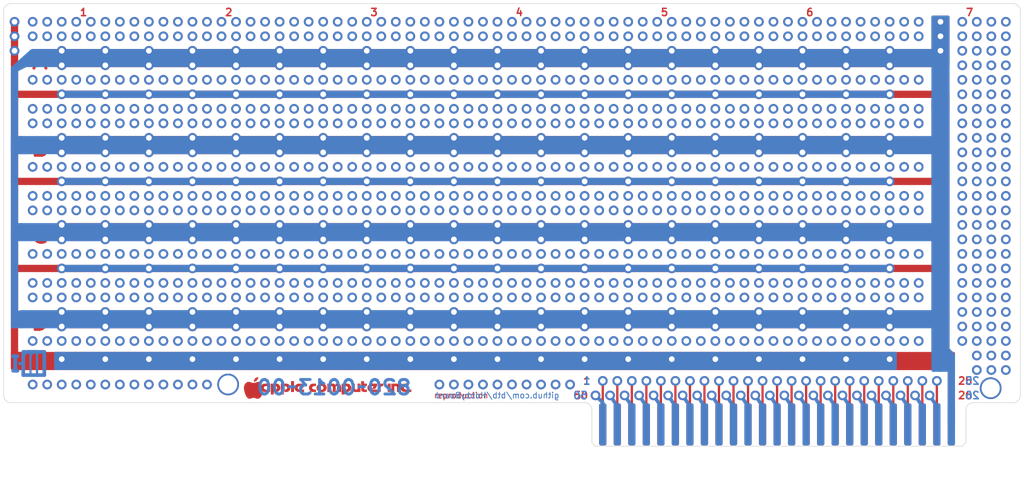
<source format=kicad_pcb>
(kicad_pcb (version 20221018) (generator pcbnew)
  (layers (0 "F.Cu" signal) (31 "B.Cu" signal) (34 "B.Paste" user) (35 "F.Paste" user) (36 "B.SilkS" user "B.Silkscreen") (37 "F.SilkS" user "F.Silkscreen") (38 "B.Mask" user) (39 "F.Mask" user) (44 "Edge.Cuts" user))
  (net 0 "")
  (net 1 "/+5V")
  (net 2 "/GND")
  (net 3 "Net-(J1-Pad50)")
  (net 4 "Net-(J1-Pad49)")
  (net 5 "Net-(J1-Pad48)")
  (net 6 "Net-(J1-Pad47)")
  (net 7 "Net-(J1-Pad46)")
  (net 8 "Net-(J1-Pad44)")
  (net 9 "Net-(J1-Pad43)")
  (net 10 "Net-(J1-Pad42)")
  (net 11 "Net-(J1-Pad41)")
  (net 12 "Net-(J1-Pad40)")
  (net 13 "Net-(J1-Pad37)")
  (net 14 "Net-(J1-Pad36)")
  (net 15 "Net-(J1-Pad35)")
  (net 16 "Net-(J1-Pad34)")
  (net 17 "Net-(J1-Pad33)")
  (net 18 "Net-(J1-Pad32)")
  (net 19 "Net-(J1-Pad31)")
  (net 20 "Net-(J1-Pad29)")
  (net 21 "Net-(J1-Pad28)")
  (net 22 "Net-(J1-Pad27)")
  (net 23 "Net-(J1-Pad24)")
  (net 24 "Net-(J1-Pad23)")
  (net 25 "Net-(J1-Pad22)")
  (net 26 "Net-(J1-Pad21)")
  (net 27 "Net-(J1-Pad20)")
  (net 28 "Net-(J1-Pad19)")
  (net 29 "Net-(J1-Pad18)")
  (net 30 "Net-(J1-Pad17)")
  (net 31 "Net-(J1-Pad16)")
  (net 32 "Net-(J1-Pad15)")
  (net 33 "Net-(J1-Pad14)")
  (net 34 "Net-(J1-Pad13)")
  (net 35 "Net-(J1-Pad12)")
  (net 36 "Net-(J1-Pad11)")
  (net 37 "Net-(J1-Pad10)")
  (net 38 "Net-(J1-Pad9)")
  (net 39 "Net-(J1-Pad8)")
  (net 40 "Net-(J1-Pad7)")
  (net 41 "Net-(J1-Pad6)")
  (net 42 "Net-(J1-Pad5)")
  (net 43 "Net-(J1-Pad4)")
  (net 44 "Net-(J1-Pad3)")
  (net 45 "Net-(J1-Pad2)")
  (net 46 "Net-(J1-Pad1)")
  (net 47 "Net-(J1-Pad45)")
  (net 48 "Net-(J1-Pad39)")
  (net 49 "Net-(J1-Pad38)")
  (net 50 "Net-(J1-Pad30)")
  (footprint "project_footprints:NPTH_3mm_ID" (layer "F.Cu") (at 64.658644 92.067389)
    (fp_text reference "H1")
    (fp_text value ".125_Mounting_Hole" hide)
  )
  (footprint "project_footprints:PTH_.125_ID" (layer "F.Cu") (at 198.008644 92.722389)
    (fp_text reference "H2")
    (fp_text value ".125_Mounting_Hole" hide)
  )
  (footprint "Connector_Pin:Pin_D1.0mm_L10.0mm" (layer "F.Cu") (at 81.28 84.455)
    (fp_text reference "REF**" hide)
    (fp_text value "Pin_D1.0mm_L10.0mm" hide)
  )
  (footprint "Connector_Pin:Pin_D1.0mm_L10.0mm" (layer "F.Cu") (at 165.1 81.915)
    (fp_text reference "REF**" hide)
    (fp_text value "Pin_D1.0mm_L10.0mm" hide)
  )
  (footprint "Connector_Pin:Pin_D1.0mm_L10.0mm" (layer "F.Cu") (at 71.12 46.355)
    (fp_text reference "REF**" hide)
    (fp_text value "Pin_D1.0mm_L10.0mm" hide)
  )
  (footprint "Connector_Pin:Pin_D1.0mm_L10.0mm" (layer "F.Cu") (at 76.2 61.595)
    (fp_text reference "REF**" hide)
    (fp_text value "Pin_D1.0mm_L10.0mm" hide)
  )
  (footprint "Connector_Pin:Pin_D1.0mm_L10.0mm" (layer "F.Cu") (at 111.76 28.575)
    (fp_text reference "REF**" hide)
    (fp_text value "Pin_D1.0mm_L10.0mm" hide)
  )
  (footprint "Connector_Pin:Pin_D1.0mm_L10.0mm" (layer "F.Cu") (at 73.66 79.375)
    (fp_text reference "REF**" hide)
    (fp_text value "Pin_D1.0mm_L10.0mm" hide)
  )
  (footprint "Connector_Pin:Pin_D1.0mm_L10.0mm" (layer "F.Cu") (at 63.5 43.815)
    (fp_text reference "REF**" hide)
    (fp_text value "Pin_D1.0mm_L10.0mm" hide)
  )
  (footprint "Connector_Pin:Pin_D1.0mm_L10.0mm" (layer "F.Cu") (at 137.16 53.975)
    (fp_text reference "REF**" hide)
    (fp_text value "Pin_D1.0mm_L10.0mm" hide)
  )
  (footprint "Connector_Pin:Pin_D1.0mm_L10.0mm" (layer "F.Cu") (at 119.38 53.975)
    (fp_text reference "REF**" hide)
    (fp_text value "Pin_D1.0mm_L10.0mm" hide)
  )
  (footprint "Connector_Pin:Pin_D1.0mm_L10.0mm" (layer "F.Cu") (at 63.5 53.975)
    (fp_text reference "REF**" hide)
    (fp_text value "Pin_D1.0mm_L10.0mm" hide)
  )
  (footprint "Connector_Pin:Pin_D1.0mm_L10.0mm" (layer "F.Cu") (at 124.46 53.975)
    (fp_text reference "REF**" hide)
    (fp_text value "Pin_D1.0mm_L10.0mm" hide)
  )
  (footprint "Connector_Pin:Pin_D1.0mm_L10.0mm" (layer "F.Cu") (at 121.92 61.595)
    (fp_text reference "REF**" hide)
    (fp_text value "Pin_D1.0mm_L10.0mm" hide)
  )
  (footprint "Connector_Pin:Pin_D1.0mm_L10.0mm" (layer "F.Cu") (at 142.24 71.755)
    (fp_text reference "REF**" hide)
    (fp_text value "Pin_D1.0mm_L10.0mm" hide)
  )
  (footprint "Connector_Pin:Pin_D1.0mm_L10.0mm" (layer "F.Cu") (at 50.8 41.275)
    (fp_text reference "REF**" hide)
    (fp_text value "Pin_D1.0mm_L10.0mm" hide)
  )
  (footprint "Connector_Pin:Pin_D1.0mm_L10.0mm" (layer "F.Cu") (at 198.12 43.815)
    (fp_text reference "REF**" hide)
    (fp_text value "Pin_D1.0mm_L10.0mm" hide)
  )
  (footprint "Connector_Pin:Pin_D1.0mm_L10.0mm" (layer "F.Cu") (at 142.24 74.295)
    (fp_text reference "REF**" hide)
    (fp_text value "Pin_D1.0mm_L10.0mm" hide)
  )
  (footprint "Connector_Pin:Pin_D1.0mm_L10.0mm" (layer "F.Cu") (at 185.42 53.975)
    (fp_text reference "REF**" hide)
    (fp_text value "Pin_D1.0mm_L10.0mm" hide)
  )
  (footprint "Connector_Pin:Pin_D1.0mm_L10.0mm" (layer "F.Cu") (at 172.72 41.275)
    (fp_text reference "REF**" hide)
    (fp_text value "Pin_D1.0mm_L10.0mm" hide)
  )
  (footprint "Connector_Pin:Pin_D1.0mm_L10.0mm" (layer "F.Cu") (at 114.3 92.075)
    (fp_text reference "REF**" hide)
    (fp_text value "Pin_D1.0mm_L10.0mm" hide)
  )
  (footprint "Connector_Pin:Pin_D1.0mm_L10.0mm" (layer "F.Cu") (at 66.04 61.595)
    (fp_text reference "REF**" hide)
    (fp_text value "Pin_D1.0mm_L10.0mm" hide)
  )
  (footprint "Connector_Pin:Pin_D1.0mm_L10.0mm" (layer "F.Cu") (at 129.54 59.055)
    (fp_text reference "REF**" hide)
    (fp_text value "Pin_D1.0mm_L10.0mm" hide)
  )
  (footprint "Connector_Pin:Pin_D1.0mm_L10.0mm" (layer "F.Cu") (at 81.28 46.355)
    (fp_text reference "REF**" hide)
    (fp_text value "Pin_D1.0mm_L10.0mm" hide)
  )
  (footprint "Connector_Pin:Pin_D1.0mm_L10.0mm" (layer "F.Cu") (at 106.68 59.055)
    (fp_text reference "REF**" hide)
    (fp_text value "Pin_D1.0mm_L10.0mm" hide)
  )
  (footprint "Connector_Pin:Pin_D1.0mm_L10.0mm" (layer "F.Cu") (at 162.56 84.455)
    (fp_text reference "REF**" hide)
    (fp_text value "Pin_D1.0mm_L10.0mm" hide)
  )
  (footprint "Connector_Pin:Pin_D1.0mm_L10.0mm" (layer "F.Cu") (at 129.54 38.735)
    (fp_text reference "REF**" hide)
    (fp_text value "Pin_D1.0mm_L10.0mm" hide)
  )
  (footprint "Connector_Pin:Pin_D1.0mm_L10.0mm" (layer "F.Cu") (at 60.96 31.115)
    (fp_text reference "REF**" hide)
    (fp_text value "Pin_D1.0mm_L10.0mm" hide)
  )
  (footprint "Connector_Pin:Pin_D1.0mm_L10.0mm" (layer "F.Cu") (at 104.14 81.915)
    (fp_text reference "REF**" hide)
    (fp_text value "Pin_D1.0mm_L10.0mm" hide)
  )
  (footprint "Connector_Pin:Pin_D1.0mm_L10.0mm" (layer "F.Cu") (at 114.3 43.815)
    (fp_text reference "REF**" hide)
    (fp_text value "Pin_D1.0mm_L10.0mm" hide)
  )
  (footprint "Connector_Pin:Pin_D1.0mm_L10.0mm" (layer "F.Cu") (at 83.82 76.835)
    (fp_text reference "REF**" hide)
    (fp_text value "Pin_D1.0mm_L10.0mm" hide)
  )
  (footprint "Connector_Pin:Pin_D1.0mm_L10.0mm" (layer "F.Cu") (at 127 64.135)
    (fp_text reference "REF**" hide)
    (fp_text value "Pin_D1.0mm_L10.0mm" hide)
  )
  (footprint "Connector_Pin:Pin_D1.0mm_L10.0mm" (layer "F.Cu") (at 198.12 61.595)
    (fp_text reference "REF**" hide)
    (fp_text value "Pin_D1.0mm_L10.0mm" hide)
  )
  (footprint "Connector_Pin:Pin_D1.0mm_L10.0mm" (layer "F.Cu") (at 134.62 79.375)
    (fp_text reference "REF**" hide)
    (fp_text value "Pin_D1.0mm_L10.0mm" hide)
  )
  (footprint "Connector_Pin:Pin_D1.0mm_L10.0mm" (layer "F.Cu") (at 119.38 71.755)
    (fp_text reference "REF**" hide)
    (fp_text value "Pin_D1.0mm_L10.0mm" hide)
  )
  (footprint "Connector_Pin:Pin_D1.0mm_L10.0mm" (layer "F.Cu") (at 73.66 48.895)
    (fp_text reference "REF**" hide)
    (fp_text value "Pin_D1.0mm_L10.0mm" hide)
  )
  (footprint "Connector_Pin:Pin_D1.0mm_L10.0mm" (layer "F.Cu") (at 175.26 28.575)
    (fp_text reference "REF**" hide)
    (fp_text value "Pin_D1.0mm_L10.0mm" hide)
  )
  (footprint "Connector_Pin:Pin_D1.0mm_L10.0mm" (layer "F.Cu") (at 109.22 46.355)
    (fp_text reference "REF**" hide)
    (fp_text value "Pin_D1.0mm_L10.0mm" hide)
  )
  (footprint "Connector_Pin:Pin_D1.0mm_L10.0mm" (layer "F.Cu") (at 142.24 33.655)
    (fp_text reference "REF**" hide)
    (fp_text value "Pin_D1.0mm_L10.0mm" hide)
  )
  (footprint "Connector_Pin:Pin_D1.0mm_L10.0mm" (layer "F.Cu") (at 195.58 36.195)
    (fp_text reference "REF**" hide)
    (fp_text value "Pin_D1.0mm_L10.0mm" hide)
  )
  (footprint "Connector_Pin:Pin_D1.0mm_L10.0mm" (layer "F.Cu") (at 101.6 69.215)
    (fp_text reference "REF**" hide)
    (fp_text value "Pin_D1.0mm_L10.0mm" hide)
  )
  (footprint "Connector_Pin:Pin_D1.0mm_L10.0mm" (layer "F.Cu") (at 119.38 92.075)
    (fp_text reference "REF**" hide)
    (fp_text value "Pin_D1.0mm_L10.0mm" hide)
  )
  (footprint "Connector_Pin:Pin_D1.0mm_L10.0mm" (layer "F.Cu") (at 114.3 84.455)
    (fp_text reference "REF**" hide)
    (fp_text value "Pin_D1.0mm_L10.0mm" hide)
  )
  (footprint "Connector_Pin:Pin_D1.0mm_L10.0mm" (layer "F.Cu") (at 167.64 31.115)
    (fp_text reference "REF**" hide)
    (fp_text value "Pin_D1.0mm_L10.0mm" hide)
  )
  (footprint "Connector_Pin:Pin_D1.0mm_L10.0mm" (layer "F.Cu") (at 175.26 84.455)
    (fp_text reference "REF**" hide)
    (fp_text value "Pin_D1.0mm_L10.0mm" hide)
  )
  (footprint "Connector_Pin:Pin_D1.0mm_L10.0mm" (layer "F.Cu") (at 149.86 76.835)
    (fp_text reference "REF**" hide)
    (fp_text value "Pin_D1.0mm_L10.0mm" hide)
  )
  (footprint "Connector_Pin:Pin_D1.0mm_L10.0mm" (layer "F.Cu") (at 149.86 51.435)
    (fp_text reference "REF**" hide)
    (fp_text value "Pin_D1.0mm_L10.0mm" hide)
  )
  (footprint "Connector_Pin:Pin_D1.0mm_L10.0mm" (layer "F.Cu") (at 185.42 59.055)
    (fp_text reference "REF**" hide)
    (fp_text value "Pin_D1.0mm_L10.0mm" hide)
  )
  (footprint "Connector_Pin:Pin_D1.0mm_L10.0mm" (layer "F.Cu") (at 180.34 38.735)
    (fp_text reference "REF**" hide)
    (fp_text value "Pin_D1.0mm_L10.0mm" hide)
  )
  (footprint "Connector_Pin:Pin_D1.0mm_L10.0mm" (layer "F.Cu") (at 81.28 38.735)
    (fp_text reference "REF**" hide)
    (fp_text value "Pin_D1.0mm_L10.0mm" hide)
  )
  (footprint "Connector_Pin:Pin_D1.0mm_L10.0mm" (layer "F.Cu") (at 134.62 43.815)
    (fp_text reference "REF**" hide)
    (fp_text value "Pin_D1.0mm_L10.0mm" hide)
  )
  (footprint "Connector_Pin:Pin_D1.0mm_L10.0mm" (layer "F.Cu") (at 137.16 61.595)
    (fp_text reference "REF**" hide)
    (fp_text value "Pin_D1.0mm_L10.0mm" hide)
  )
  (footprint "Connector_Pin:Pin_D1.0mm_L10.0mm" (layer "F.Cu") (at 154.94 28.575)
    (fp_text reference "REF**" hide)
    (fp_text value "Pin_D1.0mm_L10.0mm" hide)
  )
  (footprint "Connector_Pin:Pin_D1.0mm_L10.0mm" (layer "F.Cu") (at 189.23 33.655)
    (fp_text reference "REF**" hide)
    (fp_text value "Pin_D1.0mm_L10.0mm" hide)
  )
  (footprint "Connector_Pin:Pin_D1.0mm_L10.0mm" (layer "F.Cu") (at 58.42 51.435)
    (fp_text reference "REF**" hide)
    (fp_text value "Pin_D1.0mm_L10.0mm" hide)
  )
  (footprint "Connector_Pin:Pin_D1.0mm_L10.0mm" (layer "F.Cu") (at 109.22 92.075)
    (fp_text reference "REF**" hide)
    (fp_text value "Pin_D1.0mm_L10.0mm" hide)
  )
  (footprint "Connector_Pin:Pin_D1.0mm_L10.0mm" (layer "F.Cu") (at 73.66 84.455)
    (fp_text reference "REF**" hide)
    (fp_text value "Pin_D1.0mm_L10.0mm" hide)
  )
  (footprint "Connector_Pin:Pin_D1.0mm_L10.0mm" (layer "F.Cu") (at 38.1 84.455)
    (fp_text reference "REF**" hide)
    (fp_text value "Pin_D1.0mm_L10.0mm" hide)
  )
  (footprint "Connector_Pin:Pin_D1.0mm_L10.0mm" (layer "F.Cu") (at 185.42 43.815)
    (fp_text reference "REF**" hide)
    (fp_text value "Pin_D1.0mm_L10.0mm" hide)
  )
  (footprint "Connector_Pin:Pin_D1.0mm_L10.0mm" (layer "F.Cu") (at 129.54 69.215)
    (fp_text reference "REF**" hide)
    (fp_text value "Pin_D1.0mm_L10.0mm" hide)
  )
  (footprint "Connector_Pin:Pin_D1.0mm_L10.0mm" (layer "F.Cu") (at 149.86 81.915)
    (fp_text reference "REF**" hide)
    (fp_text value "Pin_D1.0mm_L10.0mm" hide)
  )
  (footprint "Connector_Pin:Pin_D1.0mm_L10.0mm" (layer "F.Cu") (at 111.76 41.275)
    (fp_text reference "REF**" hide)
    (fp_text value "Pin_D1.0mm_L10.0mm" hide)
  )
  (footprint "Connector_Pin:Pin_D1.0mm_L10.0mm" (layer "F.Cu") (at 180.34 46.355)
    (fp_text reference "REF**" hide)
    (fp_text value "Pin_D1.0mm_L10.0mm" hide)
  )
  (footprint "Connector_Pin:Pin_D1.0mm_L10.0mm" (layer "F.Cu") (at 139.7 43.815)
    (fp_text reference "REF**" hide)
    (fp_text value "Pin_D1.0mm_L10.0mm" hide)
  )
  (footprint "Connector_Pin:Pin_D1.0mm_L10.0mm" (layer "F.Cu") (at 200.66 43.815)
    (fp_text reference "REF**" hide)
    (fp_text value "Pin_D1.0mm_L10.0mm" hide)
  )
  (footprint "Connector_Pin:Pin_D1.0mm_L10.0mm" (layer "F.Cu") (at 50.8 87.63)
    (fp_text reference "REF**" hide)
    (fp_text value "Pin_D1.0mm_L10.0mm" hide)
  )
  (footprint "Connector_Pin:Pin_D1.0mm_L10.0mm" (layer "F.Cu") (at 144.78 74.295)
    (fp_text reference "REF**" hide)
    (fp_text value "Pin_D1.0mm_L10.0mm" hide)
  )
  (footprint "Connector_Pin:Pin_D1.0mm_L10.0mm" (layer "F.Cu") (at 167.64 76.835)
    (fp_text reference "REF**" hide)
    (fp_text value "Pin_D1.0mm_L10.0mm" hide)
  )
  (footprint "Connector_Pin:Pin_D1.0mm_L10.0mm" (layer "F.Cu") (at 111.76 81.915)
    (fp_text reference "REF**" hide)
    (fp_text value "Pin_D1.0mm_L10.0mm" hide)
  )
  (footprint "Connector_Pin:Pin_D1.0mm_L10.0mm" (layer "F.Cu") (at 111.76 84.455)
    (fp_text reference "REF**" hide)
    (fp_text value "Pin_D1.0mm_L10.0mm" hide)
  )
  (footprint "Connector_Pin:Pin_D1.0mm_L10.0mm" (layer "F.Cu") (at 35.56 76.835)
    (fp_text reference "REF**" hide)
    (fp_text value "Pin_D1.0mm_L10.0mm" hide)
  )
  (footprint "Connector_Pin:Pin_D1.0mm_L10.0mm" (layer "F.Cu") (at 33.02 53.975)
    (fp_text reference "REF**" hide)
    (fp_text value "Pin_D1.0mm_L10.0mm" hide)
  )
  (footprint "Connector_Pin:Pin_D1.0mm_L10.0mm" (layer "F.Cu") (at 137.16 28.575)
    (fp_text reference "REF**" hide)
    (fp_text value "Pin_D1.0mm_L10.0mm" hide)
  )
  (footprint "Connector_Pin:Pin_D1.0mm_L10.0mm" (layer "F.Cu") (at 200.66 41.275)
    (fp_text reference "REF**" hide)
    (fp_text value "Pin_D1.0mm_L10.0mm" hide)
  )
  (footprint "Connector_Pin:Pin_D1.0mm_L10.0mm" (layer "F.Cu") (at 177.8 84.455)
    (fp_text reference "REF**" hide)
    (fp_text value "Pin_D1.0mm_L10.0mm" hide)
  )
  (footprint "Connector_Pin:Pin_D1.0mm_L10.0mm" (layer "F.Cu") (at 144.78 84.455)
    (fp_text reference "REF**" hide)
    (fp_text value "Pin_D1.0mm_L10.0mm" hide)
  )
  (footprint "Connector_Pin:Pin_D1.0mm_L10.0mm" (layer "F.Cu") (at 58.42 48.895)
    (fp_text reference "REF**" hide)
    (fp_text value "Pin_D1.0mm_L10.0mm" hide)
  )
  (footprint "Connector_Pin:Pin_D1.0mm_L10.0mm" (layer "F.Cu") (at 40.64 74.295)
    (fp_text reference "REF**" hide)
    (fp_text value "Pin_D1.0mm_L10.0mm" hide)
  )
  (footprint "Connector_Pin:Pin_D1.0mm_L10.0mm" (layer "F.Cu") (at 119.38 74.295)
    (fp_text reference "REF**" hide)
    (fp_text value "Pin_D1.0mm_L10.0mm" hide)
  )
  (footprint "Connector_Pin:Pin_D1.0mm_L10.0mm" (layer "F.Cu") (at 50.8 92.075)
    (fp_text reference "REF**" hide)
    (fp_text value "Pin_D1.0mm_L10.0mm" hide)
  )
  (footprint "Connector_Pin:Pin_D1.0mm_L10.0mm" (layer "F.Cu") (at 99.06 59.055)
    (fp_text reference "REF**" hide)
    (fp_text value "Pin_D1.0mm_L10.0mm" hide)
  )
  (footprint "Connector_Pin:Pin_D1.0mm_L10.0mm" (layer "F.Cu") (at 58.42 81.915)
    (fp_text reference "REF**" hide)
    (fp_text value "Pin_D1.0mm_L10.0mm" hide)
  )
  (footprint "Connector_Pin:Pin_D1.0mm_L10.0mm" (layer "F.Cu") (at 40.64 84.455)
    (fp_text reference "REF**" hide)
    (fp_text value "Pin_D1.0mm_L10.0mm" hide)
  )
  (footprint "Connector_Pin:Pin_D1.0mm_L10.0mm" (layer "F.Cu") (at 162.56 31.115)
    (fp_text reference "REF**" hide)
    (fp_text value "Pin_D1.0mm_L10.0mm" hide)
  )
  (footprint "Connector_Pin:Pin_D1.0mm_L10.0mm" (layer "F.Cu") (at 43.18 31.115)
    (fp_text reference "REF**" hide)
    (fp_text value "Pin_D1.0mm_L10.0mm" hide)
  )
  (footprint "Connector_Pin:Pin_D1.0mm_L10.0mm" (layer "F.Cu") (at 193.04 64.135)
    (fp_text reference "REF**" hide)
    (fp_text value "Pin_D1.0mm_L10.0mm" hide)
  )
  (footprint "Connector_Pin:Pin_D1.0mm_L10.0mm" (layer "F.Cu") (at 71.12 31.115)
    (fp_text reference "REF**" hide)
    (fp_text value "Pin_D1.0mm_L10.0mm" hide)
  )
  (footprint "Connector_Pin:Pin_D1.0mm_L10.0mm" (layer "F.Cu") (at 127 71.755)
    (fp_text reference "REF**" hide)
    (fp_text value "Pin_D1.0mm_L10.0mm" hide)
  )
  (footprint "Connector_Pin:Pin_D1.0mm_L10.0mm" (layer "F.Cu") (at 144.78 76.835)
    (fp_text reference "REF**" hide)
    (fp_text value "Pin_D1.0mm_L10.0mm" hide)
  )
  (footprint "Connector_Pin:Pin_D1.0mm_L10.0mm" (layer "F.Cu") (at 172.72 59.055)
    (fp_text reference "REF**" hide)
    (fp_text value "Pin_D1.0mm_L10.0mm" hide)
  )
  (footprint "Connector_Pin:Pin_D1.0mm_L10.0mm" (layer "F.Cu") (at 160.02 76.835)
    (fp_text reference "REF**" hide)
    (fp_text value "Pin_D1.0mm_L10.0mm" hide)
  )
  (footprint "Connector_Pin:Pin_D1.0mm_L10.0mm" (layer "F.Cu") (at 116.84 43.815)
    (fp_text reference "REF**" hide)
    (fp_text value "Pin_D1.0mm_L10.0mm" hide)
  )
  (footprint "Connector_Pin:Pin_D1.0mm_L10.0mm" (layer "F.Cu") (at 180.34 53.975)
    (fp_text reference "REF**" hide)
    (fp_text value "Pin_D1.0mm_L10.0mm" hide)
  )
  (footprint "Connector_Pin:Pin_D1.0mm_L10.0mm" (layer "F.Cu") (at 165.1 59.055)
    (fp_text reference "REF**" hide)
    (fp_text value "Pin_D1.0mm_L10.0mm" hide)
  )
  (footprint "Connector_Pin:Pin_D1.0mm_L10.0mm" (layer "F.Cu") (at 45.72 53.975)
    (fp_text reference "REF**" hide)
    (fp_text value "Pin_D1.0mm_L10.0mm" hide)
  )
  (footprint "Connector_Pin:Pin_D1.0mm_L10.0mm" (layer "F.Cu") (at 58.42 74.295)
    (fp_text reference "REF**" hide)
    (fp_text value "Pin_D1.0mm_L10.0mm" hide)
  )
  (footprint "Connector_Pin:Pin_D1.0mm_L10.0mm" (layer "F.Cu") (at 68.58 31.115)
    (fp_text reference "REF**" hide)
    (fp_text value "Pin_D1.0mm_L10.0mm" hide)
  )
  (footprint "Library:logo" (layer "F.Cu") (at 82.169 92.71)
    (fp_text reference "G***" hide)
    (fp_text value "LOGO" hide)
  )
  (footprint "Connector_Pin:Pin_D1.0mm_L10.0mm" (layer "F.Cu") (at 55.88 76.835)
    (fp_text reference "REF**" hide)
    (fp_text value "Pin_D1.0mm_L10.0mm" hide)
  )
  (footprint "Connector_Pin:Pin_D1.0mm_L10.0mm" (layer "F.Cu") (at 68.58 59.055)
    (fp_text reference "REF**" hide)
    (fp_text value "Pin_D1.0mm_L10.0mm" hide)
  )
  (footprint "Connector_Pin:Pin_D1.0mm_L10.0mm" (layer "F.Cu") (at 132.08 38.735)
    (fp_text reference "REF**" hide)
    (fp_text value "Pin_D1.0mm_L10.0mm" hide)
  )
  (footprint "Connector_Pin:Pin_D1.0mm_L10.0mm" (layer "F.Cu") (at 99.06 46.355)
    (fp_text reference "REF**" hide)
    (fp_text value "Pin_D1.0mm_L10.0mm" hide)
  )
  (footprint "Connector_Pin:Pin_D1.0mm_L10.0mm" (layer "F.Cu") (at 93.98 53.975)
    (fp_text reference "REF**" hide)
    (fp_text value "Pin_D1.0mm_L10.0mm" hide)
  )
  (footprint "Connector_Pin:Pin_D1.0mm_L10.0mm" (layer "F.Cu") (at 167.64 61.595)
    (fp_text reference "REF**" hide)
    (fp_text value "Pin_D1.0mm_L10.0mm" hide)
  )
  (footprint "Connector_Pin:Pin_D1.0mm_L10.0mm" (layer "F.Cu") (at 185.42 74.295)
    (fp_text reference "REF**" hide)
    (fp_text value "Pin_D1.0mm_L10.0mm" hide)
  )
  (footprint "Connector_Pin:Pin_D1.0mm_L10.0mm" (layer "F.Cu") (at 88.9 51.435)
    (fp_text reference "REF**" hide)
    (fp_text value "Pin_D1.0mm_L10.0mm" hide)
  )
  (footprint "Connector_Pin:Pin_D1.0mm_L10.0mm" (layer "F.Cu") (at 193.04 61.595)
    (fp_text reference "REF**" hide)
    (fp_text value "Pin_D1.0mm_L10.0mm" hide)
  )
  (footprint "Connector_Pin:Pin_D1.0mm_L10.0mm" (layer "F.Cu") (at 149.86 64.135)
    (fp_text reference "REF**" hide)
    (fp_text value "Pin_D1.0mm_L10.0mm" hide)
  )
  (footprint "Connector_Pin:Pin_D1.0mm_L10.0mm" (layer "F.Cu") (at 167.64 28.575)
    (fp_text reference "REF**" hide)
    (fp_text value "Pin_D1.0mm_L10.0mm" hide)
  )
  (footprint "Connector_Pin:Pin_D1.0mm_L10.0mm" (layer "F.Cu") (at 30.48 46.355)
    (fp_text reference "REF**" hide)
    (fp_text value "Pin_D1.0mm_L10.0mm" hide)
  )
  (footprint "Connector_Pin:Pin_D1.0mm_L10.0mm" (layer "F.Cu") (at 132.08 59.055)
    (fp_text reference "REF**" hide)
    (fp_text value "Pin_D1.0mm_L10.0mm" hide)
  )
  (footprint "Connector_Pin:Pin_D1.0mm_L10.0mm" (layer "F.Cu") (at 60.96 69.215)
    (fp_text reference "REF**" hide)
    (fp_text value "Pin_D1.0mm_L10.0mm" hide)
  )
  (footprint "Connector_Pin:Pin_D1.0mm_L10.0mm" (layer "F.Cu") (at 101.6 92.075)
    (fp_text reference "REF**" hide)
    (fp_text value "Pin_D1.0mm_L10.0mm" hide)
  )
  (footprint "Connector_Pin:Pin_D1.0mm_L10.0mm" (layer "F.Cu") (at 134.62 74.295)
    (fp_text reference "REF**" hide)
    (fp_text value "Pin_D1.0mm_L10.0mm" hide)
  )
  (footprint "Connector_Pin:Pin_D1.0mm_L10.0mm" (layer "F.Cu") (at 119.38 36.195)
    (fp_text reference "REF**" hide)
    (fp_text value "Pin_D1.0mm_L10.0mm" hide)
  )
  (footprint "Connector_Pin:Pin_D1.0mm_L10.0mm" (layer "F.Cu") (at 160.02 31.115)
    (fp_text reference "REF**" hide)
    (fp_text value "Pin_D1.0mm_L10.0mm" hide)
  )
  (footprint "Connector_Pin:Pin_D1.0mm_L10.0mm" (layer "F.Cu") (at 35.56 61.595)
    (fp_text reference "REF**" hide)
    (fp_text value "Pin_D1.0mm_L10.0mm" hide)
  )
  (footprint "Connector_Pin:Pin_D1.0mm_L10.0mm" (layer "F.Cu") (at 152.4 43.815)
    (fp_text reference "REF**" hide)
    (fp_text value "Pin_D1.0mm_L10.0mm" hide)
  )
  (footprint "Connector_Pin:Pin_D1.0mm_L10.0mm" (layer "F.Cu") (at 91.44 28.575)
    (fp_text reference "REF**" hide)
    (fp_text value "Pin_D1.0mm_L10.0mm" hide)
  )
  (footprint "Connector_Pin:Pin_D1.0mm_L10.0mm" (layer "F.Cu") (at 50.8 59.055)
    (fp_text reference "REF**" hide)
    (fp_text value "Pin_D1.0mm_L10.0mm" hide)
  )
  (footprint "Connector_Pin:Pin_D1.0mm_L10.0mm" (layer "F.Cu") (at 139.7 84.455)
    (fp_text reference "REF**" hide)
    (fp_text value "Pin_D1.0mm_L10.0mm" hide)
  )
  (footprint "Connector_Pin:Pin_D1.0mm_L10.0mm" (layer "F.Cu") (at 38.1 61.595)
    (fp_text reference "REF**" hide)
    (fp_text value "Pin_D1.0mm_L10.0mm" hide)
  )
  (footprint "Connector_Pin:Pin_D1.0mm_L10.0mm" (layer "F.Cu") (at 101.6 43.815)
    (fp_text reference "REF**" hide)
    (fp_text value "Pin_D1.0mm_L10.0mm" hide)
  )
  (footprint "Connector_Pin:Pin_D1.0mm_L10.0mm" (layer "F.Cu") (at 27.305 28.575)
    (fp_text reference "REF**" hide)
    (fp_text value "Pin_D1.0mm_L10.0mm" hide)
  )
  (footprint "Connector_Pin:Pin_D1.0mm_L10.0mm" (layer "F.Cu") (at 109.22 28.575)
    (fp_text reference "REF**" hide)
    (fp_text value "Pin_D1.0mm_L10.0mm" hide)
  )
  (footprint "Connector_Pin:Pin_D1.0mm_L10.0mm" (layer "F.Cu") (at 193.04 76.835)
    (fp_text reference "REF**" hide)
    (fp_text value "Pin_D1.0mm_L10.0mm" hide)
  )
  (footprint "Connector_Pin:Pin_D1.0mm_L10.0mm" (layer "F.Cu") (at 104.14 46.355)
    (fp_text reference "REF**" hide)
    (fp_text value "Pin_D1.0mm_L10.0mm" hide)
  )
  (footprint "Connector_Pin:Pin_D1.0mm_L10.0mm" (layer "F.Cu") (at 116.84 38.735)
    (fp_text reference "REF**" hide)
    (fp_text value "Pin_D1.0mm_L10.0mm" hide)
  )
  (footprint "Connector_Pin:Pin_D1.0mm_L10.0mm" (layer "F.Cu") (at 66.04 51.435)
    (fp_text reference "REF**" hide)
    (fp_text value "Pin_D1.0mm_L10.0mm" hide)
  )
  (footprint "Connector_Pin:Pin_D1.0mm_L10.0mm" (layer "F.Cu") (at 132.08 53.975)
    (fp_text reference "REF**" hide)
    (fp_text value "Pin_D1.0mm_L10.0mm" hide)
  )
  (footprint "Connector_Pin:Pin_D1.0mm_L10.0mm" (layer "F.Cu") (at 149.86 56.515)
    (fp_text reference "REF**" hide)
    (fp_text value "Pin_D1.0mm_L10.0mm" hide)
  )
  (footprint "Connector_Pin:Pin_D1.0mm_L10.0mm" (layer "F.Cu") (at 81.28 41.275)
    (fp_text reference "REF**" hide)
    (fp_text value "Pin_D1.0mm_L10.0mm" hide)
  )
  (footprint "Connector_Pin:Pin_D1.0mm_L10.0mm" (layer "F.Cu") (at 50.8 48.895)
    (fp_text reference "REF**" hide)
    (fp_text value "Pin_D1.0mm_L10.0mm" hide)
  )
  (footprint "Connector_Pin:Pin_D1.0mm_L10.0mm" (layer "F.Cu") (at 142.24 66.675)
    (fp_text reference "REF**" hide)
    (fp_text value "Pin_D1.0mm_L10.0mm" hide)
  )
  (footprint "Connector_Pin:Pin_D1.0mm_L10.0mm" (layer "F.Cu") (at 96.52 87.63)
    (fp_text reference "REF**" hide)
    (fp_text value "Pin_D1.0mm_L10.0mm" hide)
  )
  (footprint "Connector_Pin:Pin_D1.0mm_L10.0mm" (layer "F.Cu") (at 119.38 28.575)
    (fp_text reference "REF**" hide)
    (fp_text value "Pin_D1.0mm_L10.0mm" hide)
  )
  (footprint "Connector_Pin:Pin_D1.0mm_L10.0mm" (layer "F.Cu") (at 157.48 71.755)
    (fp_text reference "REF**" hide)
    (fp_text value "Pin_D1.0mm_L10.0mm" hide)
  )
  (footprint "Connector_Pin:Pin_D1.0mm_L10.0mm" (layer "F.Cu") (at 38.1 53.975)
    (fp_text reference "REF**" hide)
    (fp_text value "Pin_D1.0mm_L10.0mm" hide)
  )
  (footprint "Connector_Pin:Pin_D1.0mm_L10.0mm" (layer "F.Cu") (at 60.96 46.355)
    (fp_text reference "REF**" hide)
    (fp_text value "Pin_D1.0mm_L10.0mm" hide)
  )
  (footprint "Connector_Pin:Pin_D1.0mm_L10.0mm" (layer "F.Cu") (at 185.42 31.115)
    (fp_text reference "REF**" hide)
    (fp_text value "Pin_D1.0mm_L10.0mm" hide)
  )
  (footprint "Connector_Pin:Pin_D1.0mm_L10.0mm" (layer "F.Cu") (at 101.6 61.595)
    (fp_text reference "REF**" hide)
    (fp_text value "Pin_D1.0mm_L10.0mm" hide)
  )
  (footprint "Connector_Pin:Pin_D1.0mm_L10.0mm" (layer "F.Cu") (at 71.12 43.815)
    (fp_text reference "REF**" hide)
    (fp_text value "Pin_D1.0mm_L10.0mm" hide)
  )
  (footprint "Connector_Pin:Pin_D1.0mm_L10.0mm" (layer "F.Cu") (at 172.72 71.755)
    (fp_text reference "REF**" hide)
    (fp_text value "Pin_D1.0mm_L10.0mm" hide)
  )
  (footprint "Connector_Pin:Pin_D1.0mm_L10.0mm" (layer "F.Cu") (at 172.72 38.735)
    (fp_text reference "REF**" hide)
    (fp_text value "Pin_D1.0mm_L10.0mm" hide)
  )
  (footprint "Connector_Pin:Pin_D1.0mm_L10.0mm" (layer "F.Cu") (at 78.74 46.355)
    (fp_text reference "REF**" hide)
    (fp_text value "Pin_D1.0mm_L10.0mm" hide)
  )
  (footprint "Connector_Pin:Pin_D1.0mm_L10.0mm" (layer "F.Cu") (at 172.72 69.215)
    (fp_text reference "REF**" hide)
    (fp_text value "Pin_D1.0mm_L10.0mm" hide)
  )
  (footprint "Connector_Pin:Pin_D1.0mm_L10.0mm" (layer "F.Cu") (at 165.1 64.135)
    (fp_text reference "REF**" hide)
    (fp_text value "Pin_D1.0mm_L10.0mm" hide)
  )
  (footprint "Connector_Pin:Pin_D1.0mm_L10.0mm" (layer "F.Cu") (at 109.22 84.455)
    (fp_text reference "REF**" hide)
    (fp_text value "Pin_D1.0mm_L10.0mm" hide)
  )
  (footprint "Connector_Pin:Pin_D1.0mm_L10.0mm" (layer "F.Cu") (at 71.12 59.055)
    (fp_text reference "REF**" hide)
    (fp_text value "Pin_D1.0mm_L10.0mm" hide)
  )
  (footprint "Connector_Pin:Pin_D1.0mm_L10.0mm" (layer "F.Cu") (at 195.58 64.135)
    (fp_text reference "REF**" hide)
    (fp_text value "Pin_D1.0mm_L10.0mm" hide)
  )
  (footprint "Connector_Pin:Pin_D1.0mm_L10.0mm" (layer "F.Cu") (at 165.1 87.63)
    (fp_text reference "REF**" hide)
    (fp_text value "Pin_D1.0mm_L10.0mm" hide)
  )
  (footprint "Connector_Pin:Pin_D1.0mm_L10.0mm" (layer "F.Cu") (at 182.88 43.815)
    (fp_text reference "REF**" hide)
    (fp_text value "Pin_D1.0mm_L10.0mm" hide)
  )
  (footprint "Connector_Pin:Pin_D1.0mm_L10.0mm" (layer "F.Cu") (at 193.04 84.455)
    (fp_text reference "REF**" hide)
    (fp_text value "Pin_D1.0mm_L10.0mm" hide)
  )
  (footprint "Connector_Pin:Pin_D1.0mm_L10.0mm" (layer "F.Cu") (at 132.08 43.815)
    (fp_text reference "REF**" hide)
    (fp_text value "Pin_D1.0mm_L10.0mm" hide)
  )
  (footprint "Connector_Pin:Pin_D1.0mm_L10.0mm" (layer "F.Cu") (at 165.1 53.975)
    (fp_text reference "REF**" hide)
    (fp_text value "Pin_D1.0mm_L10.0mm" hide)
  )
  (footprint "Connector_Pin:Pin_D1.0mm_L10.0mm" (layer "F.Cu") (at 86.36 84.455)
    (fp_text reference "REF**" hide)
    (fp_text value "Pin_D1.0mm_L10.0mm" hide)
  )
  (footprint "Connector_Pin:Pin_D1.0mm_L10.0mm" (layer "F.Cu") (at 142.24 61.595)
    (fp_text reference "REF**" hide)
    (fp_text value "Pin_D1.0mm_L10.0mm" hide)
  )
  (footprint "Connector_Pin:Pin_D1.0mm_L10.0mm" (layer "F.Cu") (at 43.18 33.655)
    (fp_text reference "REF**" hide)
    (fp_text value "Pin_D1.0mm_L10.0mm" hide)
  )
  (footprint "Connector_Pin:Pin_D1.0mm_L10.0mm" (layer "F.Cu") (at 144.78 46.355)
    (fp_text reference "REF**" hide)
    (fp_text value "Pin_D1.0mm_L10.0mm" hide)
  )
  (footprint "Connector_Pin:Pin_D1.0mm_L10.0mm" (layer "F.Cu") (at 83.82 38.735)
    (fp_text reference "REF**" hide)
    (fp_text value "Pin_D1.0mm_L10.0mm" hide)
  )
  (footprint "Connector_Pin:Pin_D1.0mm_L10.0mm" (layer "F.Cu") (at 193.04 28.575)
    (fp_text reference "REF**" hide)
    (fp_text value "Pin_D1.0mm_L10.0mm" hide)
  )
  (footprint "Connector_Pin:Pin_D1.0mm_L10.0mm" (layer "F.Cu") (at 40.64 53.975)
    (fp_text reference "REF**" hide)
    (fp_text value "Pin_D1.0mm_L10.0mm" hide)
  )
  (footprint "Connector_Pin:Pin_D1.0mm_L10.0mm" (layer "F.Cu") (at 119.38 84.455)
    (fp_text reference "REF**" hide)
    (fp_text value "Pin_D1.0mm_L10.0mm" hide)
  )
  (footprint "Connector_Pin:Pin_D1.0mm_L10.0mm" (layer "F.Cu") (at 50.8 28.575)
    (fp_text reference "REF**" hide)
    (fp_text value "Pin_D1.0mm_L10.0mm" hide)
  )
  (footprint "Connector_Pin:Pin_D1.0mm_L10.0mm" (layer "F.Cu") (at 55.88 69.215)
    (fp_text reference "REF**" hide)
    (fp_text value "Pin_D1.0mm_L10.0mm" hide)
  )
  (footprint "Connector_Pin:Pin_D1.0mm_L10.0mm" (layer "F.Cu") (at 132.08 74.295)
    (fp_text reference "REF**" hide)
    (fp_text value "Pin_D1.0mm_L10.0mm" hide)
  )
  (footprint "Connector_Pin:Pin_D1.0mm_L10.0mm" (layer "F.Cu") (at 132.08 46.355)
    (fp_text reference "REF**" hide)
    (fp_text value "Pin_D1.0mm_L10.0mm" hide)
  )
  (footprint "Connector_Pin:Pin_D1.0mm_L10.0mm" (layer "F.Cu") (at 48.26 59.055)
    (fp_text reference "REF**" hide)
    (fp_text value "Pin_D1.0mm_L10.0mm" hide)
  )
  (footprint "Connector_Pin:Pin_D1.0mm_L10.0mm" (layer "F.Cu") (at 149.86 48.895)
    (fp_text reference "REF**" hide)
    (fp_text value "Pin_D1.0mm_L10.0mm" hide)
  )
  (footprint "Connector_Pin:Pin_D1.0mm_L10.0mm" (layer "F.Cu") (at 129.54 84.455)
    (fp_text reference "REF**" hide)
    (fp_text value "Pin_D1.0mm_L10.0mm" hide)
  )
  (footprint "Connector_Pin:Pin_D1.0mm_L10.0mm" (layer "F.Cu") (at 76.2 69.215)
    (fp_text reference "REF**" hide)
    (fp_text value "Pin_D1.0mm_L10.0mm" hide)
  )
  (footprint "Connector_Pin:Pin_D1.0mm_L10.0mm" (layer "F.Cu") (at 58.42 64.135)
    (fp_text reference "REF**" hide)
    (fp_text value "Pin_D1.0mm_L10.0mm" hide)
  )
  (footprint "Connector_Pin:Pin_D1.0mm_L10.0mm" (layer "F.Cu") (at 86.36 31.115)
    (fp_text reference "REF**" hide)
    (fp_text value "Pin_D1.0mm_L10.0mm" hide)
  )
  (footprint "Connector_Pin:Pin_D1.0mm_L10.0mm" (layer "F.Cu") (at 68.58 76.835)
    (fp_text reference "REF**" hide)
    (fp_text value "Pin_D1.0mm_L10.0mm" hide)
  )
  (footprint "Connector_Pin:Pin_D1.0mm_L10.0mm" (layer "F.Cu") (at 111.76 71.755)
    (fp_text reference "REF**" hide)
    (fp_text value "Pin_D1.0mm_L10.0mm" hide)
  )
  (footprint "Connector_Pin:Pin_D1.0mm_L10.0mm" (layer "F.Cu") (at 96.52 84.455)
    (fp_text reference "REF**" hide)
    (fp_text value "Pin_D1.0mm_L10.0mm" hide)
  )
  (footprint "Connector_Pin:Pin_D1.0mm_L10.0mm" (layer "F.Cu") (at 144.78 53.975)
    (fp_text reference "REF**" hide)
    (fp_text value "Pin_D1.0mm_L10.0mm" hide)
  )
  (footprint "Connector_Pin:Pin_D1.0mm_L10.0mm" (layer "F.Cu") (at 127 28.575)
    (fp_text reference "REF**" hide)
    (fp_text value "Pin_D1.0mm_L10.0mm" hide)
  )
  (footprint "Connector_Pin:Pin_D1.0mm_L10.0mm" (layer "F.Cu") (at 193.04 81.915)
    (fp_text reference "REF**" hide)
    (fp_text value "Pin_D1.0mm_L10.0mm" hide)
  )
  (footprint "Connector_Pin:Pin_D1.0mm_L10.0mm" (layer "F.Cu") (at 78.74 38.735)
    (fp_text reference "REF**" hide)
    (fp_text value "Pin_D1.0mm_L10.0mm" hide)
  )
  (footprint "Connector_Pin:Pin_D1.0mm_L10.0mm" (layer "F.Cu") (at 200.66 89.535)
    (fp_text reference "REF**" hide)
    (fp_text value "Pin_D1.0mm_L10.0mm" hide)
  )
  (footprint "Connector_Pin:Pin_D1.0mm_L10.0mm" (layer "F.Cu") (at 195.58 56.515)
    (fp_text reference "REF**" hide)
    (fp_text value "Pin_D1.0mm_L10.0mm" hide)
  )
  (footprint "Connector_Pin:Pin_D1.0mm_L10.0mm" (layer "F.Cu") (at 88.9 56.515)
    (fp_text reference "REF**" hide)
    (fp_text value "Pin_D1.0mm_L10.0mm" hide)
  )
  (footprint "Connector_Pin:Pin_D1.0mm_L10.0mm" (layer "F.Cu") (at 88.9 71.755)
    (fp_text reference "REF**" hide)
    (fp_text value "Pin_D1.0mm_L10.0mm" hide)
  )
  (footprint "Connector_Pin:Pin_D1.0mm_L10.0mm" (layer "F.Cu") (at 167.64 53.975)
    (fp_text reference "REF**" hide)
    (fp_text value "Pin_D1.0mm_L10.0mm" hide)
  )
  (footprint "Connector_Pin:Pin_D1.0mm_L10.0mm" (layer "F.Cu") (at 101.6 74.295)
    (fp_text reference "REF**" hide)
    (fp_text value "Pin_D1.0mm_L10.0mm" hide)
  )
  (footprint "Connector_Pin:Pin_D1.0mm_L10.0mm" (layer "F.Cu") (at 177.8 43.815)
    (fp_text reference "REF**" hide)
    (fp_text value "Pin_D1.0mm_L10.0mm" hide)
  )
  (footprint "Connector_Pin:Pin_D1.0mm_L10.0mm" (layer "F.Cu") (at 73.66 66.675)
    (fp_text reference "REF**" hide)
    (fp_text value "Pin_D1.0mm_L10.0mm" hide)
  )
  (footprint "Connector_Pin:Pin_D1.0mm_L10.0mm" (layer "F.Cu") (at 50.8 76.835)
    (fp_text reference "REF**" hide)
    (fp_text value "Pin_D1.0mm_L10.0mm" hide)
  )
  (footprint "Connector_Pin:Pin_D1.0mm_L10.0mm" (layer "F.Cu") (at 134.62 48.895)
    (fp_text reference "REF**" hide)
    (fp_text value "Pin_D1.0mm_L10.0mm" hide)
  )
  (footprint "Connector_Pin:Pin_D1.0mm_L10.0mm" (layer "F.Cu") (at 106.68 61.595)
    (fp_text reference "REF**" hide)
    (fp_text value "Pin_D1.0mm_L10.0mm" hide)
  )
  (footprint "Connector_Pin:Pin_D1.0mm_L10.0mm" (layer "F.Cu") (at 116.84 74.295)
    (fp_text reference "REF**" hide)
    (fp_text value "Pin_D1.0mm_L10.0mm" hide)
  )
  (footprint "Connector_Pin:Pin_D1.0mm_L10.0mm" (layer "F.Cu") (at 38.1 31.115)
    (fp_text reference "REF**" hide)
    (fp_text value "Pin_D1.0mm_L10.0mm" hide)
  )
  (footprint "Connector_Pin:Pin_D1.0mm_L10.0mm" (layer "F.Cu") (at 170.18 61.595)
    (fp_text reference "REF**" hide)
    (fp_text value "Pin_D1.0mm_L10.0mm" hide)
  )
  (footprint "Connector_Pin:Pin_D1.0mm_L10.0mm" (layer "F.Cu") (at 175.26 74.295)
    (fp_text reference "REF**" hide)
    (fp_text value "Pin_D1.0mm_L10.0mm" hide)
  )
  (footprint "Connector_Pin:Pin_D1.0mm_L10.0mm" (layer "F.Cu") (at 111.76 79.375)
    (fp_text reference "REF**" hide)
    (fp_text value "Pin_D1.0mm_L10.0mm" hide)
  )
  (footprint "Connector_Pin:Pin_D1.0mm_L10.0mm" (layer "F.Cu") (at 193.04 31.115)
    (fp_text reference "REF**" hide)
    (fp_text value "Pin_D1.0mm_L10.0mm" hide)
  )
  (footprint "Connector_Pin:Pin_D1.0mm_L10.0mm" (layer "F.Cu") (at 66.04 79.375)
    (fp_text reference "REF**" hide)
    (fp_text value "Pin_D1.0mm_L10.0mm" hide)
  )
  (footprint "Connector_Pin:Pin_D1.0mm_L10.0mm" (layer "F.Cu") (at 144.78 28.575)
    (fp_text reference "REF**" hide)
    (fp_text value "Pin_D1.0mm_L10.0mm" hide)
  )
  (footprint "Connector_Pin:Pin_D1.0mm_L10.0mm" (layer "F.Cu") (at 200.66 28.575)
    (fp_text reference "REF**" hide)
    (fp_text value "Pin_D1.0mm_L10.0mm" hide)
  )
  (footprint "Connector_Pin:Pin_D1.0mm_L10.0mm" (layer "F.Cu") (at 114.3 61.595)
    (fp_text reference "REF**" hide)
    (fp_text value "Pin_D1.0mm_L10.0mm" hide)
  )
  (footprint "Connector_Pin:Pin_D1.0mm_L10.0mm" (layer "F.Cu") (at 66.04 56.515)
    (fp_text reference "REF**" hide)
    (fp_text value "Pin_D1.0mm_L10.0mm" hide)
  )
  (footprint "Connector_Pin:Pin_D1.0mm_L10.0mm" (layer "F.Cu") (at 35.56 53.975)
    (fp_text reference "REF**" hide)
    (fp_text value "Pin_D1.0mm_L10.0mm" hide)
  )
  (footprint "Connector_Pin:Pin_D1.0mm_L10.0mm" (layer "F.Cu") (at 40.64 92.075)
    (fp_text reference "REF**" hide)
    (fp_text value "Pin_D1.0mm_L10.0mm" hide)
  )
  (footprint "Connector_Pin:Pin_D1.0mm_L10.0mm" (layer "F.Cu") (at 35.56 46.355)
    (fp_text reference "REF**" hide)
    (fp_text value "Pin_D1.0mm_L10.0mm" hide)
  )
  (footprint "Connector_Pin:Pin_D1.0mm_L10.0mm" (layer "F.Cu") (at 35.56 69.215)
    (fp_text reference "REF**" hide)
    (fp_text value "Pin_D1.0mm_L10.0mm" hide)
  )
  (footprint "Connector_Pin:Pin_D1.0mm_L10.0mm" (layer "F.Cu") (at 127 87.63)
    (fp_text reference "REF**" hide)
    (fp_text value "Pin_D1.0mm_L10.0mm" hide)
  )
  (footprint "Connector_Pin:Pin_D1.0mm_L10.0mm" (layer "F.Cu") (at 81.28 31.115)
    (fp_text reference "REF**" hide)
    (fp_text value "Pin_D1.0mm_L10.0mm" hide)
  )
  (footprint "Connector_Pin:Pin_D1.0mm_L10.0mm" (layer "F.Cu") (at 200.66 66.675)
    (fp_text reference "REF**" hide)
    (fp_text value "Pin_D1.0mm_L10.0mm" hide)
  )
  (footprint "Connector_Pin:Pin_D1.0mm_L10.0mm" (layer "F.Cu") (at 149.86 87.63)
    (fp_text reference "REF**" hide)
    (fp_text value "Pin_D1.0mm_L10.0mm" hide)
  )
  (footprint "Connector_Pin:Pin_D1.0mm_L10.0mm" (layer "F.Cu") (at 157.48 59.055)
    (fp_text reference "REF**" hide)
    (fp_text value "Pin_D1.0mm_L10.0mm" hide)
  )
  (footprint "Connector_Pin:Pin_D1.0mm_L10.0mm" (layer "F.Cu") (at 99.06 61.595)
    (fp_text reference "REF**" hide)
    (fp_text value "Pin_D1.0mm_L10.0mm" hide)
  )
  (footprint "Connector_Pin:Pin_D1.0mm_L10.0mm" (layer "F.Cu") (at 73.66 51.435)
    (fp_text reference "REF**" hide)
    (fp_text value "Pin_D1.0mm_L10.0mm" hide)
  )
  (footprint "Connector_Pin:Pin_D1.0mm_L10.0mm" (layer "F.Cu") (at 50.8 69.215)
    (fp_text reference "REF**" hide)
    (fp_text value "Pin_D1.0mm_L10.0mm" hide)
  )
  (footprint "Connector_Pin:Pin_D1.0mm_L10.0mm" (layer "F.Cu") (at 180.34 87.63)
    (fp_text reference "REF**" hide)
    (fp_text value "Pin_D1.0mm_L10.0mm" hide)
  )
  (footprint "Connector_Pin:Pin_D1.0mm_L10.0mm" (layer "F.Cu") (at 63.5 61.595)
    (fp_text reference "REF**" hide)
    (fp_text value "Pin_D1.0mm_L10.0mm" hide)
  )
  (footprint "Connector_Pin:Pin_D1.0mm_L10.0mm" (layer "F.Cu") (at 162.56 61.595)
    (fp_text reference "REF**" hide)
    (fp_text value "Pin_D1.0mm_L10.0mm" hide)
  )
  (footprint "Connector_Pin:Pin_D1.0mm_L10.0mm" (layer "F.Cu") (at 134.62 56.515)
    (fp_text reference "REF**" hide)
    (fp_text value "Pin_D1.0mm_L10.0mm" hide)
  )
  (footprint "Connector_Pin:Pin_D1.0mm_L10.0mm" (layer "F.Cu") (at 73.66 71.755)
    (fp_text reference "REF**" hide)
    (fp_text value "Pin_D1.0mm_L10.0mm" hide)
  )
  (footprint "Connector_Pin:Pin_D1.0mm_L10.0mm" (layer "F.Cu") (at 157.48 53.975)
    (fp_text reference "REF**" hide)
    (fp_text value "Pin_D1.0mm_L10.0mm" hide)
  )
  (footprint "Connector_Pin:Pin_D1.0mm_L10.0mm" (layer "F.Cu") (at 68.58 46.355)
    (fp_text reference "REF**" hide)
    (fp_text value "Pin_D1.0mm_L10.0mm" hide)
  )
  (footprint "Connector_Pin:Pin_D1.0mm_L10.0mm" (layer "F.Cu") (at 180.34 71.755)
    (fp_text reference "REF**" hide)
    (fp_text value "Pin_D1.0mm_L10.0mm" hide)
  )
  (footprint "Connector_Pin:Pin_D1.0mm_L10.0mm" (layer "F.Cu") (at 185.42 61.595)
    (fp_text reference "REF**" hide)
    (fp_text value "Pin_D1.0mm_L10.0mm" hide)
  )
  (footprint "Connector_Pin:Pin_D1.0mm_L10.0mm" (layer "F.Cu") (at 121.92 84.455)
    (fp_text reference "REF**" hide)
    (fp_text value "Pin_D1.0mm_L10.0mm" hide)
  )
  (footprint "Connector_Pin:Pin_D1.0mm_L10.0mm" (layer "F.Cu") (at 96.52 36.195)
    (fp_text reference "REF**" hide)
    (fp_text value "Pin_D1.0mm_L10.0mm" hide)
  )
  (footprint "Connector_Pin:Pin_D1.0mm_L10.0mm" (layer "F.Cu") (at 81.28 36.195)
    (fp_text reference "REF**" hide)
    (fp_text value "Pin_D1.0mm_L10.0mm" hide)
  )
  (footprint "Connector_Pin:Pin_D1.0mm_L10.0mm" (layer "F.Cu") (at 78.74 76.835)
    (fp_text reference "REF**" hide)
    (fp_text value "Pin_D1.0mm_L10.0mm" hide)
  )
  (footprint "Connector_Pin:Pin_D1.0mm_L10.0mm" (layer "F.Cu") (at 50.8 66.675)
    (fp_text reference "REF**" hide)
    (fp_text value "Pin_D1.0mm_L10.0mm" hide)
  )
  (footprint "Connector_Pin:Pin_D1.0mm_L10.0mm" (layer "F.Cu") (at 111.76 38.735)
    (fp_text reference "REF**" hide)
    (fp_text value "Pin_D1.0mm_L10.0mm" hide)
  )
  (footprint "Connector_Pin:Pin_D1.0mm_L10.0mm" (layer "F.Cu") (at 165.1 61.595)
    (fp_text reference "REF**" hide)
    (fp_text value "Pin_D1.0mm_L10.0mm" hide)
  )
  (footprint "Connector_Pin:Pin_D1.0mm_L10.0mm" (layer "F.Cu") (at 121.92 76.835)
    (fp_text reference "REF**" hide)
    (fp_text value "Pin_D1.0mm_L10.0mm" hide)
  )
  (footprint "Connector_Pin:Pin_D1.0mm_L10.0mm" (layer "F.Cu") (at 58.42 36.195)
    (fp_text reference "REF**" hide)
    (fp_text value "Pin_D1.0mm_L10.0mm" hide)
  )
  (footprint "Connector_Pin:Pin_D1.0mm_L10.0mm" (layer "F.Cu") (at 160.02 43.815)
    (fp_text reference "REF**" hide)
    (fp_text value "Pin_D1.0mm_L10.0mm" hide)
  )
  (footprint "Connector_Pin:Pin_D1.0mm_L10.0mm" (layer "F.Cu") (at 35.56 87.63)
    (fp_text reference "REF**" hide)
    (fp_text value "Pin_D1.0mm_L10.0mm" hide)
  )
  (footprint "Connector_Pin:Pin_D1.0mm_L10.0mm" (layer "F.Cu") (at 200.66 69.215)
    (fp_text reference "REF**" hide)
    (fp_text value "Pin_D1.0mm_L10.0mm" hide)
  )
  (footprint "Connector_Pin:Pin_D1.0mm_L10.0mm" (layer "F.Cu") (at 111.76 64.135)
    (fp_text reference "REF**" hide)
    (fp_text value "Pin_D1.0mm_L10.0mm" hide)
  )
  (footprint "Connector_Pin:Pin_D1.0mm_L10.0mm" (layer "F.Cu") (at 38.1 43.815)
    (fp_text reference "REF**" hide)
    (fp_text value "Pin_D1.0mm_L10.0mm" hide)
  )
  (footprint "Connector_Pin:Pin_D1.0mm_L10.0mm" (layer "F.Cu") (at 104.14 48.895)
    (fp_text reference "REF**" hide)
    (fp_text value "Pin_D1.0mm_L10.0mm" hide)
  )
  (footprint "Connector_Pin:Pin_D1.0mm_L10.0mm" (layer "F.Cu") (at 167.64 46.355)
    (fp_text reference "REF**" hide)
    (fp_text value "Pin_D1.0mm_L10.0mm" hide)
  )
  (footprint "Connector_Pin:Pin_D1.0mm_L10.0mm" (layer "F.Cu") (at 195.58 71.755)
    (fp_text reference "REF**" hide)
    (fp_text value "Pin_D1.0mm_L10.0mm" hide)
  )
  (footprint "Connector_Pin:Pin_D1.0mm_L10.0mm" (layer "F.Cu") (at 38.1 46.355)
    (fp_text reference "REF**" hide)
    (fp_text value "Pin_D1.0mm_L10.0mm" hide)
  )
  (footprint "Connector_Pin:Pin_D1.0mm_L10.0mm" (layer "F.Cu") (at 83.82 84.455)
    (fp_text reference "REF**" hide)
    (fp_text value "Pin_D1.0mm_L10.0mm" hide)
  )
  (footprint "Connector_Pin:Pin_D1.0mm_L10.0mm" (layer "F.Cu") (at 149.86 31.115)
    (fp_text reference "REF**" hide)
    (fp_text value "Pin_D1.0mm_L10.0mm" hide)
  )
  (footprint "Connector_Pin:Pin_D1.0mm_L10.0mm" (layer "F.Cu") (at 200.66 38.735)
    (fp_text reference "REF**" hide)
    (fp_text value "Pin_D1.0mm_L10.0mm" hide)
  )
  (footprint "Connector_Pin:Pin_D1.0mm_L10.0mm" (layer "F.Cu") (at 38.1 69.215)
    (fp_text reference "REF**" hide)
    (fp_text value "Pin_D1.0mm_L10.0mm" hide)
  )
  (footprint "Connector_Pin:Pin_D1.0mm_L10.0mm" (layer "F.Cu") (at 127 33.655)
    (fp_text reference "REF**" hide)
    (fp_text value "Pin_D1.0mm_L10.0mm" hide)
  )
  (footprint "Connector_Pin:Pin_D1.0mm_L10.0mm" (layer "F.Cu") (at 43.18 81.915)
    (fp_text reference "REF**" hide)
    (fp_text value "Pin_D1.0mm_L10.0mm" hide)
  )
  (footprint "Connector_Pin:Pin_D1.0mm_L10.0mm" (layer "F.Cu") (at 154.94 46.355)
    (fp_text reference "REF**" hide)
    (fp_text value "Pin_D1.0mm_L10.0mm" hide)
  )
  (footprint "Connector_Pin:Pin_D1.0mm_L10.0mm" (layer "F.Cu") (at 172.72 81.915)
    (fp_text reference "REF**" hide)
    (fp_text value "Pin_D1.0mm_L10.0mm" hide)
  )
  (footprint "Connector_Pin:Pin_D1.0mm_L10.0mm" (layer "F.Cu") (at 86.36 59.055)
    (fp_text reference "REF**" hide)
    (fp_text value "Pin_D1.0mm_L10.0mm" hide)
  )
  (footprint "Connector_Pin:Pin_D1.0mm_L10.0mm" (layer "F.Cu") (at 172.72 61.595)
    (fp_text reference "REF**" hide)
    (fp_text value "Pin_D1.0mm_L10.0mm" hide)
  )
  (footprint "Connector_Pin:Pin_D1.0mm_L10.0mm" (layer "F.Cu") (at 134.62 69.215)
    (fp_text reference "REF**" hide)
    (fp_text value "Pin_D1.0mm_L10.0mm" hide)
  )
  (footprint "Connector_Pin:Pin_D1.0mm_L10.0mm" (layer "F.Cu") (at 76.2 76.835)
    (fp_text reference "REF**" hide)
    (fp_text value "Pin_D1.0mm_L10.0mm" hide)
  )
  (footprint "Connector_Pin:Pin_D1.0mm_L10.0mm" (layer "F.Cu") (at 177.8 76.835)
    (fp_text reference "REF**" hide)
    (fp_text value "Pin_D1.0mm_L10.0mm" hide)
  )
  (footprint "Connector_Pin:Pin_D1.0mm_L10.0mm" (layer "F.Cu") (at 50.8 64.135)
    (fp_text reference "REF**" hide)
    (fp_text value "Pin_D1.0mm_L10.0mm" hide)
  )
  (footprint "Connector_Pin:Pin_D1.0mm_L10.0mm" (layer "F.Cu") (at 96.52 79.375)
    (fp_text reference "REF**" hide)
    (fp_text value "Pin_D1.0mm_L10.0mm" hide)
  )
  (footprint "Connector_Pin:Pin_D1.0mm_L10.0mm" (layer "F.Cu") (at 139.7 31.115)
    (fp_text reference "REF**" hide)
    (fp_text value "Pin_D1.0mm_L10.0mm" hide)
  )
  (footprint "Connector_Pin:Pin_D1.0mm_L10.0mm" (layer "F.Cu") (at 104.14 41.275)
    (fp_text reference "REF**" hide)
    (fp_text value "Pin_D1.0mm_L10.0mm" hide)
  )
  (footprint "Connector_Pin:Pin_D1.0mm_L10.0mm" (layer "F.Cu") (at 33.02 76.835)
    (fp_text reference "REF**" hide)
    (fp_text value "Pin_D1.0mm_L10.0mm" hide)
  )
  (footprint "Connector_Pin:Pin_D1.0mm_L10.0mm" (layer "F.Cu") (at 142.24 46.355)
    (fp_text reference "REF**" hide)
    (fp_text value "Pin_D1.0mm_L10.0mm" hide)
  )
  (footprint "Connector_Pin:Pin_D1.0mm_L10.0mm" (layer "F.Cu") (at 101.6 53.975)
    (fp_text reference "REF**" hide)
    (fp_text value "Pin_D1.0mm_L10.0mm" hide)
  )
  (footprint "Connector_Pin:Pin_D1.0mm_L10.0mm" (layer "F.Cu") (at 157.48 76.835)
    (fp_text reference "REF**" hide)
    (fp_text value "Pin_D1.0mm_L10.0mm" hide)
  )
  (footprint "Connector_Pin:Pin_D1.0mm_L10.0mm" (layer "F.Cu") (at 91.44 69.215)
    (fp_text reference "REF**" hide)
    (fp_text value "Pin_D1.0mm_L10.0mm" hide)
  )
  (footprint "Connector_Pin:Pin_D1.0mm_L10.0mm" (layer "F.Cu") (at 81.28 28.575)
    (fp_text reference "REF**" hide)
    (fp_text value "Pin_D1.0mm_L10.0mm" hide)
  )
  (footprint "Connector_Pin:Pin_D1.0mm_L10.0mm" (layer "F.Cu") (at 88.9 38.735)
    (fp_text reference "REF**" hide)
    (fp_text value "Pin_D1.0mm_L10.0mm" hide)
  )
  (footprint "Connector_Pin:Pin_D1.0mm_L10.0mm" (layer "F.Cu") (at 200.66 81.915)
    (fp_text reference "REF**" hide)
    (fp_text value "Pin_D1.0mm_L10.0mm" hide)
  )
  (footprint "Connector_Pin:Pin_D1.0mm_L10.0mm" (layer "F.Cu") (at 154.94 76.835)
    (fp_text reference "REF**" hide)
    (fp_text value "Pin_D1.0mm_L10.0mm" hide)
  )
  (footprint "Connector_Pin:Pin_D1.0mm_L10.0mm" (layer "F.Cu") (at 60.96 59.055)
    (fp_text reference "REF**" hide)
    (fp_text value "Pin_D1.0mm_L10.0mm" hide)
  )
  (footprint "Connector_Pin:Pin_D1.0mm_L10.0mm" (layer "F.Cu") (at 160.02 59.055)
    (fp_text reference "REF**" hide)
    (fp_text value "Pin_D1.0mm_L10.0mm" hide)
  )
  (footprint "Connector_Pin:Pin_D1.0mm_L10.0mm" (layer "F.Cu") (at 111.76 51.435)
    (fp_text reference "REF**" hide)
    (fp_text value "Pin_D1.0mm_L10.0mm" hide)
  )
  (footprint "Connector_Pin:Pin_D1.0mm_L10.0mm" (layer "F.Cu") (at 99.06 53.975)
    (fp_text reference "REF**" hide)
    (fp_text value "Pin_D1.0mm_L10.0mm" hide)
  )
  (footprint "Connector_Pin:Pin_D1.0mm_L10.0mm" (layer "F.Cu") (at 104.14 74.295)
    (fp_text reference "REF**" hide)
    (fp_text value "Pin_D1.0mm_L10.0mm" hide)
  )
  (footprint "Connector_Pin:Pin_D1.0mm_L10.0mm" (layer "F.Cu") (at 167.64 84.455)
    (fp_text reference "REF**" hide)
    (fp_text value "Pin_D1.0mm_L10.0mm" hide)
  )
  (footprint "Connector_Pin:Pin_D1.0mm_L10.0mm" (layer "F.Cu") (at 142.24 38.735)
    (fp_text reference "REF**" hide)
    (fp_text value "Pin_D1.0mm_L10.0mm" hide)
  )
  (footprint "Connector_Pin:Pin_D1.0mm_L10.0mm" (layer "F.Cu") (at 195.58 31.115)
    (fp_text reference "REF**" hide)
    (fp_text value "Pin_D1.0mm_L10.0mm" hide)
  )
  (footprint "Connector_Pin:Pin_D1.0mm_L10.0mm" (layer "F.Cu") (at 43.18 74.295)
    (fp_text reference "REF**" hide)
    (fp_text value "Pin_D1.0mm_L10.0mm" hide)
  )
  (footprint "Connector_Pin:Pin_D1.0mm_L10.0mm" (layer "F.Cu") (at 48.26 92.075)
    (fp_text reference "REF**" hide)
    (fp_text value "Pin_D1.0mm_L10.0mm" hide)
  )
  (footprint "Connector_Pin:Pin_D1.0mm_L10.0mm" (layer "F.Cu") (at 66.04 87.63)
    (fp_text reference "REF**" hide)
    (fp_text value "Pin_D1.0mm_L10.0mm" hide)
  )
  (footprint "Connector_Pin:Pin_D1.0mm_L10.0mm" (layer "F.Cu") (at 152.4 76.835)
    (fp_text reference "REF**" hide)
    (fp_text value "Pin_D1.0mm_L10.0mm" hide)
  )
  (footprint "Connector_Pin:Pin_D1.0mm_L10.0mm" (layer "F.Cu") (at 55.88 38.735)
    (fp_text reference "REF**" hide)
    (fp_text value "Pin_D1.0mm_L10.0mm" hide)
  )
  (footprint "Connector_Pin:Pin_D1.0mm_L10.0mm" (layer "F.Cu") (at 104.14 79.375)
    (fp_text reference "REF**" hide)
    (fp_text value "Pin_D1.0mm_L10.0mm" hide)
  )
  (footprint "Connector_Pin:Pin_D1.0mm_L10.0mm" (layer "F.Cu") (at 88.9 64.135)
    (fp_text reference "REF**" hide)
    (fp_text value "Pin_D1.0mm_L10.0mm" hide)
  )
  (footprint "Connector_Pin:Pin_D1.0mm_L10.0mm" (layer "F.Cu") (at 165.1 76.835)
    (fp_text reference "REF**" hide)
    (fp_text value "Pin_D1.0mm_L10.0mm" hide)
  )
  (footprint "Connector_Pin:Pin_D1.0mm_L10.0mm" (layer "F.Cu") (at 147.32 46.355)
    (fp_text reference "REF**" hide)
    (fp_text value "Pin_D1.0mm_L10.0mm" hide)
  )
  (footprint "Connector_Pin:Pin_D1.0mm_L10.0mm" (layer "F.Cu") (at 93.98 38.735)
    (fp_text reference "REF**" hide)
    (fp_text value "Pin_D1.0mm_L10.0mm" hide)
  )
  (footprint "Connector_Pin:Pin_D1.0mm_L10.0mm" (layer "F.Cu") (at 78.74 53.975)
    (fp_text reference "REF**" hide)
    (fp_text value "Pin_D1.0mm_L10.0mm" hide)
  )
  (footprint "Connector_Pin:Pin_D1.0mm_L10.0mm" (layer "F.Cu") (at 172.72 84.455)
    (fp_text reference "REF**" hide)
    (fp_text value "Pin_D1.0mm_L10.0mm" hide)
  )
  (footprint "Connector_Pin:Pin_D1.0mm_L10.0mm" (layer "F.Cu") (at 162.56 28.575)
    (fp_text reference "REF**" hide)
    (fp_text value "Pin_D1.0mm_L10.0mm" hide)
  )
  (footprint "Connector_Pin:Pin_D1.0mm_L10.0mm" (layer "F.Cu") (at 200.66 46.355)
    (fp_text reference "REF**" hide)
    (fp_text value "Pin_D1.0mm_L10.0mm" hide)
  )
  (footprint "Connector_Pin:Pin_D1.0mm_L10.0mm" (layer "F.Cu") (at 60.96 53.975)
    (fp_text reference "REF**" hide)
    (fp_text value "Pin_D1.0mm_L10.0mm" hide)
  )
  (footprint "Connector_Pin:Pin_D1.0mm_L10.0mm" (layer "F.Cu") (at 73.66 43.815)
    (fp_text reference "REF**" hide)
    (fp_text value "Pin_D1.0mm_L10.0mm" hide)
  )
  (footprint "Connector_Pin:Pin_D1.0mm_L10.0mm" (layer "F.Cu") (at 170.18 69.215)
    (fp_text reference "REF**" hide)
    (fp_text value "Pin_D1.0mm_L10.0mm" hide)
  )
  (footprint "Connector_Pin:Pin_D1.0mm_L10.0mm" (layer "F.Cu") (at 55.88 31.115)
    (fp_text reference "REF**" hide)
    (fp_text value "Pin_D1.0mm_L10.0mm" hide)
  )
  (footprint "Connector_Pin:Pin_D1.0mm_L10.0mm" (layer "F.Cu") (at 68.58 69.215)
    (fp_text reference "REF**" hide)
    (fp_text value "Pin_D1.0mm_L10.0mm" hide)
  )
  (footprint "Connector_Pin:Pin_D1.0mm_L10.0mm" (layer "F.Cu") (at 142.24 51.435)
    (fp_text reference "REF**" hide)
    (fp_text value "Pin_D1.0mm_L10.0mm" hide)
  )
  (footprint "Connector_Pin:Pin_D1.0mm_L10.0mm" (layer "F.Cu") (at 93.98 46.355)
    (fp_text reference "REF**" hide)
    (fp_text value "Pin_D1.0mm_L10.0mm" hide)
  )
  (footprint "Connector_Pin:Pin_D1.0mm_L10.0mm" (layer "F.Cu") (at 127 38.735)
    (fp_text reference "REF**" hide)
    (fp_text value "Pin_D1.0mm_L10.0mm" hide)
  )
  (footprint "Connector_Pin:Pin_D1.0mm_L10.0mm" (layer "F.Cu") (at 73.66 59.055)
    (fp_text reference "REF**" hide)
    (fp_text value "Pin_D1.0mm_L10.0mm" hide)
  )
  (footprint "Connector_Pin:Pin_D1.0mm_L10.0mm" (layer "F.Cu") (at 160.02 84.455)
    (fp_text reference "REF**" hide)
    (fp_text value "Pin_D1.0mm_L10.0mm" hide)
  )
  (footprint "Connector_Pin:Pin_D1.0mm_L10.0mm" (layer "F.Cu") (at 30.48 31.115)
    (fp_text reference "REF**" hide)
    (fp_text value "Pin_D1.0mm_L10.0mm" hide)
  )
  (footprint "Connector_Pin:Pin_D1.0mm_L10.0mm" (layer "F.Cu") (at 127 81.915)
    (fp_text reference "REF**" hide)
    (fp_text value "Pin_D1.0mm_L10.0mm" hide)
  )
  (footprint "Connector_Pin:Pin_D1.0mm_L10.0mm" (layer "F.Cu") (at 114.3 74.295)
    (fp_text reference "REF**" hide)
    (fp_text value "Pin_D1.0mm_L10.0mm" hide)
  )
  (footprint "Connector_Pin:Pin_D1.0mm_L10.0mm" (layer "F.Cu") (at 81.28 79.375)
    (fp_text reference "REF**" hide)
    (fp_text value "Pin_D1.0mm_L10.0mm" hide)
  )
  (footprint "Connector_Pin:Pin_D1.0mm_L10.0mm" (layer "F.Cu") (at 53.34 61.595)
    (fp_text reference "REF**" hide)
    (fp_text value "Pin_D1.0mm_L10.0mm" hide)
  )
  (footprint "Connector_Pin:Pin_D1.0mm_L10.0mm" (layer "F.Cu") (at 152.4 59.055)
    (fp_text reference "REF**" hide)
    (fp_text value "Pin_D1.0mm_L10.0mm" hide)
  )
  (footprint "Connector_Pin:Pin_D1.0mm_L10.0mm" (layer "F.Cu") (at 149.86 41.275)
    (fp_text reference "REF**" hide)
    (fp_text value "Pin_D1.0mm_L10.0mm" hide)
  )
  (footprint "Connector_Pin:Pin_D1.0mm_L10.0mm" (layer "F.Cu") (at 35.56 28.575)
    (fp_text reference "REF**" hide)
    (fp_text value "Pin_D1.0mm_L10.0mm" hide)
  )
  (footprint "Connector_Pin:Pin_D1.0mm_L10.0mm" (layer "F.Cu") (at 134.62 59.055)
    (fp_text reference "REF**" hide)
    (fp_text value "Pin_D1.0mm_L10.0mm" hide)
  )
  (footprint "Connector_Pin:Pin_D1.0mm_L10.0mm" (layer "F.Cu") (at 172.72 76.835)
    (fp_text reference "REF**" hide)
    (fp_text value "Pin_D1.0mm_L10.0mm" hide)
  )
  (footprint "Connector_Pin:Pin_D1.0mm_L10.0mm" (layer "F.Cu") (at 127 66.675)
    (fp_text reference "REF**" hide)
    (fp_text value "Pin_D1.0mm_L10.0mm" hide)
  )
  (footprint "Connector_Pin:Pin_D1.0mm_L10.0mm" (layer "F.Cu") (at 111.76 69.215)
    (fp_text reference "REF**" hide)
    (fp_text value "Pin_D1.0mm_L10.0mm" hide)
  )
  (footprint "Connector_Pin:Pin_D1.0mm_L10.0mm" (layer "F.Cu") (at 86.36 61.595)
    (fp_text reference "REF**" hide)
    (fp_text value "Pin_D1.0mm_L10.0mm" hide)
  )
  (footprint "Connector_Pin:Pin_D1.0mm_L10.0mm" (layer "F.Cu") (at 86.36 46.355)
    (fp_text reference "REF**" hide)
    (fp_text value "Pin_D1.0mm_L10.0mm" hide)
  )
  (footprint "Connector_Pin:Pin_D1.0mm_L10.0mm" (layer "F.Cu") (at 162.56 76.835)
    (fp_text reference "REF**" hide)
    (fp_text value "Pin_D1.0mm_L10.0mm" hide)
  )
  (footprint "Connector_Pin:Pin_D1.0mm_L10.0mm" (layer "F.Cu") (at 180.34 84.455)
    (fp_text reference "REF**" hide)
    (fp_text value "Pin_D1.0mm_L10.0mm" hide)
  )
  (footprint "Connector_Pin:Pin_D1.0mm_L10.0mm" (layer "F.Cu") (at 91.44 84.455)
    (fp_text reference "REF**" hide)
    (fp_text value "Pin_D1.0mm_L10.0mm" hide)
  )
  (footprint "Connector_Pin:Pin_D1.0mm_L10.0mm" (layer "F.Cu") (at 50.8 56.515)
    (fp_text reference "REF**" hide)
    (fp_text value "Pin_D1.0mm_L10.0mm" hide)
  )
  (footprint "Connector_Pin:Pin_D1.0mm_L10.0mm" (layer "F.Cu") (at 104.14 64.135)
    (fp_text reference "REF**" hide)
    (fp_text value "Pin_D1.0mm_L10.0mm" hide)
  )
  (footprint "Connector_Pin:Pin_D1.0mm_L10.0mm" (layer "F.Cu") (at 50.8 61.595)
    (fp_text reference "REF**" hide)
    (fp_text value "Pin_D1.0mm_L10.0mm" hide)
  )
  (footprint "Connector_Pin:Pin_D1.0mm_L10.0mm" (layer "F.Cu") (at 127 41.275)
    (fp_text reference "REF**" hide)
    (fp_text value "Pin_D1.0mm_L10.0mm" hide)
  )
  (footprint "Connector_Pin:Pin_D1.0mm_L10.0mm" (layer "F.Cu") (at 33.02 59.055)
    (fp_text reference "REF**" hide)
    (fp_text value "Pin_D1.0mm_L10.0mm" hide)
  )
  (footprint "Connector_Pin:Pin_D1.0mm_L10.0mm" (layer "F.Cu") (at 83.82 59.055)
    (fp_text reference "REF**" hide)
    (fp_text value "Pin_D1.0mm_L10.0mm" hide)
  )
  (footprint "Connector_Pin:Pin_D1.0mm_L10.0mm" (layer "F.Cu") (at 63.5 38.735)
    (fp_text reference "REF**" hide)
    (fp_text value "Pin_D1.0mm_L10.0mm" hide)
  )
  (footprint "Connector_Pin:Pin_D1.0mm_L10.0mm" (layer "F.Cu") (at 50.8 33.655)
    (fp_text reference "REF**" hide)
    (fp_text value "Pin_D1.0mm_L10.0mm" hide)
  )
  (footprint "Connector_Pin:Pin_D1.0mm_L10.0mm" (layer "F.Cu") (at 139.7 53.975)
    (fp_text reference "REF**" hide)
    (fp_text value "Pin_D1.0mm_L10.0mm" hide)
  )
  (footprint "Connector_Pin:Pin_D1.0mm_L10.0mm" (layer "F.Cu") (at 50.8 31.115)
    (fp_text reference "REF**" hide)
    (fp_text value "Pin_D1.0mm_L10.0mm" hide)
  )
  (footprint "Connector_Pin:Pin_D1.0mm_L10.0mm" (layer "F.Cu") (at 165.1 84.455)
    (fp_text reference "REF**" hide)
    (fp_text value "Pin_D1.0mm_L10.0mm" hide)
  )
  (footprint "Connector_Pin:Pin_D1.0mm_L10.0mm" (layer "F.Cu") (at 142.24 59.055)
    (fp_text reference "REF**" hide)
    (fp_text value "Pin_D1.0mm_L10.0mm" hide)
  )
  (footprint "Connector_Pin:Pin_D1.0mm_L10.0mm" (layer "F.Cu") (at 177.8 69.215)
    (fp_text reference "REF**" hide)
    (fp_text value "Pin_D1.0mm_L10.0mm" hide)
  )
  (footprint "Connector_Pin:Pin_D1.0mm_L10.0mm" (layer "F.Cu") (at 157.48 87.63)
    (fp_text reference "REF**" hide)
    (fp_text value "Pin_D1.0mm_L10.0mm" hide)
  )
  (footprint "Connector_Pin:Pin_D1.0mm_L10.0mm" (layer "F.Cu") (at 116.84 53.975)
    (fp_text reference "REF**" hide)
    (fp_text value "Pin_D1.0mm_L10.0mm" hide)
  )
  (footprint "Connector_Pin:Pin_D1.0mm_L10.0mm" (layer "F.Cu") (at 198.12 59.055)
    (fp_text reference "REF**" hide)
    (fp_text value "Pin_D1.0mm_L10.0mm" hide)
  )
  (footprint "Connector_Pin:Pin_D1.0mm_L10.0mm" (layer "F.Cu") (at 152.4 28.575)
    (fp_text reference "REF**" hide)
    (fp_text value "Pin_D1.0mm_L10.0mm" hide)
  )
  (footprint "Connector_Pin:Pin_D1.0mm_L10.0mm" (layer "F.Cu") (at 198.12 31.115)
    (fp_text reference "REF**" hide)
    (fp_text value "Pin_D1.0mm_L10.0mm" hide)
  )
  (footprint "Connector_Pin:Pin_D1.0mm_L10.0mm" (layer "F.Cu") (at 142.24 48.895)
    (fp_text reference "REF**" hide)
    (fp_text value "Pin_D1.0mm_L10.0mm" hide)
  )
  (footprint "Connector_Pin:Pin_D1.0mm_L10.0mm" (layer "F.Cu") (at 73.66 56.515)
    (fp_text reference "REF**" hide)
    (fp_text value "Pin_D1.0mm_L10.0mm" hide)
  )
  (footprint "Connector_Pin:Pin_D1.0mm_L10.0mm" (layer "F.Cu") (at 83.82 46.355)
    (fp_text reference "REF**" hide)
    (fp_text value "Pin_D1.0mm_L10.0mm" hide)
  )
  (footprint "Connector_Pin:Pin_D1.0mm_L10.0mm" (layer "F.Cu") (at 195.58 61.595)
    (fp_text reference "REF**" hide)
    (fp_text value "Pin_D1.0mm_L10.0mm" hide)
  )
  (footprint "Connector_Pin:Pin_D1.0mm_L10.0mm" (layer "F.Cu") (at 48.26 46.355)
    (fp_text reference "REF**" hide)
    (fp_text value "Pin_D1.0mm_L10.0mm" hide)
  )
  (footprint "Connector_Pin:Pin_D1.0mm_L10.0mm" (layer "F.Cu") (at 101.6 31.115)
    (fp_text reference "REF**" hide)
    (fp_text value "Pin_D1.0mm_L10.0mm" hide)
  )
  (footprint "Connector_Pin:Pin_D1.0mm_L10.0mm" (layer "F.Cu") (at 132.08 76.835)
    (fp_text reference "REF**" hide)
    (fp_text value "Pin_D1.0mm_L10.0mm" hide)
  )
  (footprint "Connector_Pin:Pin_D1.0mm_L10.0mm" (layer "F.Cu") (at 172.72 36.195)
    (fp_text reference "REF**" hide)
    (fp_text value "Pin_D1.0mm_L10.0mm" hide)
  )
  (footprint "Connector_Pin:Pin_D1.0mm_L10.0mm" (layer "F.Cu") (at 101.6 76.835)
    (fp_text reference "REF**" hide)
    (fp_text value "Pin_D1.0mm_L10.0mm" hide)
  )
  (footprint "Connector_Pin:Pin_D1.0mm_L10.0mm" (layer "F.Cu") (at 170.18 46.355)
    (fp_text reference "REF**" hide)
    (fp_text value "Pin_D1.0mm_L10.0mm" hide)
  )
  (footprint "Connector_Pin:Pin_D1.0mm_L10.0mm" (layer "F.Cu") (at 88.9 61.595)
    (fp_text reference "REF**" hide)
    (fp_text value "Pin_D1.0mm_L10.0mm" hide)
  )
  (footprint "Connector_Pin:Pin_D1.0mm_L10.0mm" (layer "F.Cu") (at 81.28 51.435)
    (fp_text reference "REF**" hide)
    (fp_text value "Pin_D1.0mm_L10.0mm" hide)
  )
  (footprint "Connector_Pin:Pin_D1.0mm_L10.0mm" (layer "F.Cu") (at 81.28 64.135)
    (fp_text reference "REF**" hide)
    (fp_text value "Pin_D1.0mm_L10.0mm" hide)
  )
  (footprint "Connector_Pin:Pin_D1.0mm_L10.0mm" (layer "F.Cu") (at 132.08 28.575)
    (fp_text reference "REF**" hide)
    (fp_text value "Pin_D1.0mm_L10.0mm" hide)
  )
  (footprint "Connector_Pin:Pin_D1.0mm_L10.0mm" (layer "F.Cu") (at 170.18 59.055)
    (fp_text reference "REF**" hide)
    (fp_text value "Pin_D1.0mm_L10.0mm" hide)
  )
  (footprint "Connector_Pin:Pin_D1.0mm_L10.0mm" (layer "F.Cu") (at 121.92 69.215)
    (fp_text reference "REF**" hide)
    (fp_text value "Pin_D1.0mm_L10.0mm" hide)
  )
  (footprint "Connector_Pin:Pin_D1.0mm_L10.0mm" (layer "F.Cu") (at 45.72 31.115)
    (fp_text reference "REF**" hide)
    (fp_text value "Pin_D1.0mm_L10.0mm" hide)
  )
  (footprint "Connector_Pin:Pin_D1.0mm_L10.0mm" (layer "F.Cu") (at 157.48 33.655)
    (fp_text reference "REF**" hide)
    (fp_text value "Pin_D1.0mm_L10.0mm" hide)
  )
  (footprint "Connector_Pin:Pin_D1.0mm_L10.0mm" (layer "F.Cu") (at 68.58 28.575)
    (fp_text reference "REF**" hide)
    (fp_text value "Pin_D1.0mm_L10.0mm" hide)
  )
  (footprint "Connector_Pin:Pin_D1.0mm_L10.0mm" (layer "F.Cu") (at 86.36 43.815)
    (fp_text reference "REF**" hide)
    (fp_text value "Pin_D1.0mm_L10.0mm" hide)
  )
  (footprint "Connector_Pin:Pin_D1.0mm_L10.0mm" (layer "F.Cu") (at 129.54 31.115)
    (fp_text reference "REF**" hide)
    (fp_text value "Pin_D1.0mm_L10.0mm" hide)
  )
  (footprint "Connector_Pin:Pin_D1.0mm_L10.0mm" (layer "F.Cu") (at 63.5 84.455)
    (fp_text reference "REF**" hide)
    (fp_text value "Pin_D1.0mm_L10.0mm" hide)
  )
  (footprint "Connector_Pin:Pin_D1.0mm_L10.0mm" (layer "F.Cu") (at 132.08 31.115)
    (fp_text reference "REF**" hide)
    (fp_text value "Pin_D1.0mm_L10.0mm" hide)
  )
  (footprint "Connector_Pin:Pin_D1.0mm_L10.0mm" (layer "F.Cu") (at 45.72 84.455)
    (fp_text reference "REF**" hide)
    (fp_text value "Pin_D1.0mm_L10.0mm" hide)
  )
  (footprint "Connector_Pin:Pin_D1.0mm_L10.0mm" (layer "F.Cu") (at 172.72 79.375)
    (fp_text reference "REF**" hide)
    (fp_text value "Pin_D1.0mm_L10.0mm" hide)
  )
  (footprint "Connector_Pin:Pin_D1.0mm_L10.0mm" (layer "F.Cu") (at 114.3 31.115)
    (fp_text reference "REF**" hide)
    (fp_text value "Pin_D1.0mm_L10.0mm" hide)
  )
  (footprint "Connector_Pin:Pin_D1.0mm_L10.0mm" (layer "F.Cu") (at 111.76 36.195)
    (fp_text reference "REF**" hide)
    (fp_text value "Pin_D1.0mm_L10.0mm" hide)
  )
  (footprint "Connector_Pin:Pin_D1.0mm_L10.0mm" (layer "F.Cu") (at 114.3 38.735)
    (fp_text reference "REF**" hide)
    (fp_text value "Pin_D1.0mm_L10.0mm" hide)
  )
  (footprint "Connector_Pin:Pin_D1.0mm_L10.0mm" (layer "F.Cu") (at 88.9 43.815)
    (fp_text reference "REF**" hide)
    (fp_text value "Pin_D1.0mm_L10.0mm" hide)
  )
  (footprint "Connector_Pin:Pin_D1.0mm_L10.0mm" (layer "F.Cu") (at 167.64 38.735)
    (fp_text reference "REF**" hide)
    (fp_text value "Pin_D1.0mm_L10.0mm" hide)
  )
  (footprint "Connector_Pin:Pin_D1.0mm_L10.0mm" (layer "F.Cu") (at 55.88 59.055)
    (fp_text reference "REF**" hide)
    (fp_text value "Pin_D1.0mm_L10.0mm" hide)
  )
  (footprint "Connector_Pin:Pin_D1.0mm_L10.0mm" (layer "F.Cu") (at 50.8 71.755)
    (fp_text reference "REF**" hide)
    (fp_text value "Pin_D1.0mm_L10.0mm" hide)
  )
  (footprint "Connector_Pin:Pin_D1.0mm_L10.0mm" (layer "F.Cu") (at 83.82 28.575)
    (fp_text reference "REF**" hide)
    (fp_text value "Pin_D1.0mm_L10.0mm" hide)
  )
  (footprint "Connector_Pin:Pin_D1.0mm_L10.0mm" (layer "F.Cu") (at 198.12 36.195)
    (fp_text reference "REF**" hide)
    (fp_text value "Pin_D1.0mm_L10.0mm" hide)
  )
  (footprint "Connector_Pin:Pin_D1.0mm_L10.0mm" (layer "F.Cu") (at 198.12 89.535)
    (fp_text reference "REF**" hide)
    (fp_text value "Pin_D1.0mm_L10.0mm" hide)
  )
  (footprint "Connector_Pin:Pin_D1.0mm_L10.0mm" (layer "F.Cu") (at 78.74 59.055)
    (fp_text reference "REF**" hide)
    (fp_text value "Pin_D1.0mm_L10.0mm" hide)
  )
  (footprint "Connector_Pin:Pin_D1.0mm_L10.0mm" (layer "F.Cu") (at 157.48 36.195)
    (fp_text reference "REF**" hide)
    (fp_text value "Pin_D1.0mm_L10.0mm" hide)
  )
  (footprint "Connector_Pin:Pin_D1.0mm_L10.0mm" (layer "F.Cu") (at 200.66 64.135)
    (fp_text reference "REF**" hide)
    (fp_text value "Pin_D1.0mm_L10.0mm" hide)
  )
  (footprint "Connector_Pin:Pin_D1.0mm_L10.0mm" (layer "F.Cu") (at 119.38 33.655)
    (fp_text reference "REF**" hide)
    (fp_text value "Pin_D1.0mm_L10.0mm" hide)
  )
  (footprint "Connector_Pin:Pin_D1.0mm_L10.0mm" (layer "F.Cu") (at 30.48 38.735)
    (fp_text reference "REF**" hide)
    (fp_text value "Pin_D1.0mm_L10.0mm" hide)
  )
  (footprint "Connector_Pin:Pin_D1.0mm_L10.0mm" (layer "F.Cu") (at 198.12 51.435)
    (fp_text reference "REF**" hide)
    (fp_text value "Pin_D1.0mm_L10.0mm" hide)
  )
  (footprint "Connector_Pin:Pin_D1.0mm_L10.0mm" (layer "F.Cu") (at 180.34 28.575)
    (fp_text reference "REF**" hide)
    (fp_text value "Pin_D1.0mm_L10.0mm" hide)
  )
  (footprint "Connector_Pin:Pin_D1.0mm_L10.0mm" (layer "F.Cu") (at 200.66 84.455)
    (fp_text reference "REF**" hide)
    (fp_text value "Pin_D1.0mm_L10.0mm" hide)
  )
  (footprint "Connector_Pin:Pin_D1.0mm_L10.0mm" (layer "F.Cu") (at 96.52 59.055)
    (fp_text reference "REF**" hide)
    (fp_text value "Pin_D1.0mm_L10.0mm" hide)
  )
  (footprint "Connector_Pin:Pin_D1.0mm_L10.0mm" (layer "F.Cu") (at 58.42 71.755)
    (fp_text reference "REF**" hide)
    (fp_text value "Pin_D1.0mm_L10.0mm" hide)
  )
  (footprint "Connector_Pin:Pin_D1.0mm_L10.0mm" (layer "F.Cu") (at 157.48 28.575)
    (fp_text reference "REF**" hide)
    (fp_text value "Pin_D1.0mm_L10.0mm" hide)
  )
  (footprint "Connector_Pin:Pin_D1.0mm_L10.0mm" (layer "F.Cu") (at 121.92 31.115)
    (fp_text reference "REF**" hide)
    (fp_text value "Pin_D1.0mm_L10.0mm" hide)
  )
  (footprint "Connector_Pin:Pin_D1.0mm_L10.0mm" (layer "F.Cu") (at 167.64 74.295)
    (fp_text reference "REF**" hide)
    (fp_text value "Pin_D1.0mm_L10.0mm" hide)
  )
  (footprint "Connector_Pin:Pin_D1.0mm_L10.0mm" (layer "F.Cu") (at 124.46 74.295)
    (fp_text reference "REF**" hide)
    (fp_text value "Pin_D1.0mm_L10.0mm" hide)
  )
  (footprint "Connector_Pin:Pin_D1.0mm_L10.0mm" (layer "F.Cu") (at 101.6 28.575)
    (fp_text reference "REF**" hide)
    (fp_text value "Pin_D1.0mm_L10.0mm" hide)
  )
  (footprint "Connector_Pin:Pin_D1.0mm_L10.0mm" (layer "F.Cu") (at 93.98 28.575)
    (fp_text reference "REF**" hide)
    (fp_text value "Pin_D1.0mm_L10.0mm" hide)
  )
  (footprint "Connector_Pin:Pin_D1.0mm_L10.0mm" (layer "F.Cu") (at 149.86 46.355)
    (fp_text reference "REF**" hide)
    (fp_text value "Pin_D1.0mm_L10.0mm" hide)
  )
  (footprint "Connector_Pin:Pin_D1.0mm_L10.0mm" (layer "F.Cu") (at 71.12 38.735)
    (fp_text reference "REF**" hide)
    (fp_text value "Pin_D1.0mm_L10.0mm" hide)
  )
  (footprint "Connector_Pin:Pin_D1.0mm_L10.0mm" (layer "F.Cu") (at 30.48 74.295)
    (fp_text reference "REF**" hide)
    (fp_text value "Pin_D1.0mm_L10.0mm" hide)
  )
  (footprint "Connector_Pin:Pin_D1.0mm_L10.0mm" (layer "F.Cu") (at 149.86 74.295)
    (fp_text reference "REF**" hide)
    (fp_text value "Pin_D1.0mm_L10.0mm" hide)
  )
  (footprint "Connector_Pin:Pin_D1.0mm_L10.0mm" (layer "F.Cu") (at 60.96 84.455)
    (fp_text reference "REF**" hide)
    (fp_text value "Pin_D1.0mm_L10.0mm" hide)
  )
  (footprint "Connector_Pin:Pin_D1.0mm_L10.0mm" (layer "F.Cu") (at 142.24 84.455)
    (fp_text reference "REF**" hide)
    (fp_text value "Pin_D1.0mm_L10.0mm" hide)
  )
  (footprint "Connector_Pin:Pin_D1.0mm_L10.0mm" (layer "F.Cu") (at 200.66 76.835)
    (fp_text reference "REF**" hide)
    (fp_text value "Pin_D1.0mm_L10.0mm" hide)
  )
  (footprint "Connector_Pin:Pin_D1.0mm_L10.0mm" (layer "F.Cu") (at 60.96 92.075)
    (fp_text reference "REF**" hide)
    (fp_text value "Pin_D1.0mm_L10.0mm" hide)
  )
  (footprint "Connector_Pin:Pin_D1.0mm_L10.0mm" (layer "F.Cu") (at 35.56 41.275)
    (fp_text reference "REF**" hide)
    (fp_text value "Pin_D1.0mm_L10.0mm" hide)
  )
  (footprint "Connector_Pin:Pin_D1.0mm_L10.0mm" (layer "F.Cu") (at 111.76 53.975)
    (fp_text reference "REF**" hide)
    (fp_text value "Pin_D1.0mm_L10.0mm" hide)
  )
  (footprint "Connector_Pin:Pin_D1.0mm_L10.0mm" (layer "F.Cu") (at 45.72 46.355)
    (fp_text reference "REF**" hide)
    (fp_text value "Pin_D1.0mm_L10.0mm" hide)
  )
  (footprint "Connector_Pin:Pin_D1.0mm_L10.0mm" (layer "F.Cu") (at 162.56 69.215)
    (fp_text reference "REF**" hide)
    (fp_text value "Pin_D1.0mm_L10.0mm" hide)
  )
  (footprint "Connector_Pin:Pin_D1.0mm_L10.0mm" (layer "F.Cu") (at 124.46 28.575)
    (fp_text reference "REF**" hide)
    (fp_text value "Pin_D1.0mm_L10.0mm" hide)
  )
  (footprint "Connector_Pin:Pin_D1.0mm_L10.0mm" (layer "F.Cu") (at 45.72 74.295)
    (fp_text reference "REF**" hide)
    (fp_text value "Pin_D1.0mm_L10.0mm" hide)
  )
  (footprint "Connector_Pin:Pin_D1.0mm_L10.0mm" (layer "F.Cu") (at 66.04 53.975)
    (fp_text reference "REF**" hide)
    (fp_text value "Pin_D1.0mm_L10.0mm" hide)
  )
  (footprint "Connector_Pin:Pin_D1.0mm_L10.0mm" (layer "F.Cu") (at 81.28 43.815)
    (fp_text reference "REF**" hide)
    (fp_text value "Pin_D1.0mm_L10.0mm" hide)
  )
  (footprint "Connector_Pin:Pin_D1.0mm_L10.0mm" (layer "F.Cu") (at 43.18 36.195)
    (fp_text reference "REF**" hide)
    (fp_text value "Pin_D1.0mm_L10.0mm" hide)
  )
  (footprint "Connector_Pin:Pin_D1.0mm_L10.0mm" (layer "F.Cu") (at 195.58 79.375)
    (fp_text reference "REF**" hide)
    (fp_text value "Pin_D1.0mm_L10.0mm" hide)
  )
  (footprint "Connector_Pin:Pin_D1.0mm_L10.0mm" (layer "F.Cu") (at 154.94 53.975)
    (fp_text reference "REF**" hide)
    (fp_text value "Pin_D1.0mm_L10.0mm" hide)
  )
  (footprint "Connector_Pin:Pin_D1.0mm_L10.0mm" (layer "F.Cu") (at 142.24 76.835)
    (fp_text reference "REF**" hide)
    (fp_text value "Pin_D1.0mm_L10.0mm" hide)
  )
  (footprint "Connector_Pin:Pin_D1.0mm_L10.0mm" (layer "F.Cu") (at 165.1 43.815)
    (fp_text reference "REF**" hide)
    (fp_text value "Pin_D1.0mm_L10.0mm" hide)
  )
  (footprint "Connector_Pin:Pin_D1.0mm_L10.0mm" (layer "F.Cu") (at 142.24 87.63)
    (fp_text reference "REF**" hide)
    (fp_text value "Pin_D1.0mm_L10.0mm" hide)
  )
  (footprint "Connector_Pin:Pin_D1.0mm_L10.0mm" (layer "F.Cu") (at 35.56 51.435)
    (fp_text reference "REF**" hide)
    (fp_text value "Pin_D1.0mm_L10.0mm" hide)
  )
  (footprint "Connector_Pin:Pin_D1.0mm_L10.0mm" (layer "F.Cu") (at 198.12 38.735)
    (fp_text reference "REF**" hide)
    (fp_text value "Pin_D1.0mm_L10.0mm" hide)
  )
  (footprint "Connector_Pin:Pin_D1.0mm_L10.0mm" (layer "F.Cu") (at 195.58 41.275)
    (fp_text reference "REF**" hide)
    (fp_text value "Pin_D1.0mm_L10.0mm" hide)
  )
  (footprint "Connector_Pin:Pin_D1.0mm_L10.0mm" (layer "F.Cu") (at 119.38 56.515)
    (fp_text reference "REF**" hide)
    (fp_text value "Pin_D1.0mm_L10.0mm" hide)
  )
  (footprint "Connector_Pin:Pin_D1.0mm_L10.0mm" (layer "F.Cu") (at 35.56 36.195)
    (fp_text reference "REF**" hide)
    (fp_text value "Pin_D1.0mm_L10.0mm" hide)
  )
  (footprint "Connector_Pin:Pin_D1.0mm_L10.0mm" (layer "F.Cu") (at 134.62 61.595)
    (fp_text reference "REF**" hide)
    (fp_text value "Pin_D1.0mm_L10.0mm" hide)
  )
  (footprint "Connector_Pin:Pin_D1.0mm_L10.0mm" (layer "F.Cu") (at 30.48 69.215)
    (fp_text reference "REF**" hide)
    (fp_text value "Pin_D1.0mm_L10.0mm" hide)
  )
  (footprint "Connector_Pin:Pin_D1.0mm_L10.0mm" (layer "F.Cu") (at 81.28 74.295)
    (fp_text reference "REF**" hide)
    (fp_text value "Pin_D1.0mm_L10.0mm" hide)
  )
  (footprint "Connector_Pin:Pin_D1.0mm_L10.0mm" (layer "F.Cu") (at 96.52 31.115)
    (fp_text reference "REF**" hide)
    (fp_text value "Pin_D1.0mm_L10.0mm" hide)
  )
  (footprint "Connector_Pin:Pin_D1.0mm_L10.0mm" (layer "F.Cu") (at 96.52 46.355)
    (fp_text reference "REF**" hide)
    (fp_text value "Pin_D1.0mm_L10.0mm" hide)
  )
  (footprint "Connector_Pin:Pin_D1.0mm_L10.0mm" (layer "F.Cu") (at 38.1 28.575)
    (fp_text reference "REF**" hide)
    (fp_text value "Pin_D1.0mm_L10.0mm" hide)
  )
  (footprint "Connector_Pin:Pin_D1.0mm_L10.0mm" (layer "F.Cu") (at 170.18 53.975)
    (fp_text reference "REF**" hide)
    (fp_text value "Pin_D1.0mm_L10.0mm" hide)
  )
  (footprint "Connector_Pin:Pin_D1.0mm_L10.0mm" (layer "F.Cu") (at 76.2 38.735)
    (fp_text reference "REF**" hide)
    (fp_text value "Pin_D1.0mm_L10.0mm" hide)
  )
  (footprint "Connector_Pin:Pin_D1.0mm_L10.0mm" (layer "F.Cu") (at 193.04 74.295)
    (fp_text reference "REF**" hide)
    (fp_text value "Pin_D1.0mm_L10.0mm" hide)
  )
  (footprint "Connector_Pin:Pin_D1.0mm_L10.0mm" (layer "F.Cu") (at 58.42 87.63)
    (fp_text reference "REF**" hide)
    (fp_text value "Pin_D1.0mm_L10.0mm" hide)
  )
  (footprint "Connector_Pin:Pin_D1.0mm_L10.0mm" (layer "F.Cu") (at 50.8 84.455)
    (fp_text reference "REF**" hide)
    (fp_text value "Pin_D1.0mm_L10.0mm" hide)
  )
  (footprint "Connector_Pin:Pin_D1.0mm_L10.0mm" (layer "F.Cu") (at 83.82 31.115)
    (fp_text reference "REF**" hide)
    (fp_text value "Pin_D1.0mm_L10.0mm" hide)
  )
  (footprint "Connector_Pin:Pin_D1.0mm_L10.0mm" (layer "F.Cu") (at 119.38 64.135)
    (fp_text reference "REF**" hide)
    (fp_text value "Pin_D1.0mm_L10.0mm" hide)
  )
  (footprint "Connector_Pin:Pin_D1.0mm_L10.0mm" (layer "F.Cu") (at 58.42 31.115)
    (fp_text reference "REF**" hide)
    (fp_text value "Pin_D1.0mm_L10.0mm" hide)
  )
  (footprint "Connector_Pin:Pin_D1.0mm_L10.0mm" (layer "F.Cu") (at 106.68 69.215)
    (fp_text reference "REF**" hide)
    (fp_text value "Pin_D1.0mm_L10.0mm" hide)
  )
  (footprint "Connector_Pin:Pin_D1.0mm_L10.0mm" (layer "F.Cu") (at 30.48 28.575)
    (fp_text reference "REF**" hide)
    (fp_text value "Pin_D1.0mm_L10.0mm" hide)
  )
  (footprint "Connector_Pin:Pin_D1.0mm_L10.0mm" (layer "F.Cu") (at 66.04 28.575)
    (fp_text reference "REF**" hide)
    (fp_text value "Pin_D1.0mm_L10.0mm" hide)
  )
  (footprint "Connector_Pin:Pin_D1.0mm_L10.0mm" (layer "F.Cu") (at 154.94 59.055)
    (fp_text reference "REF**" hide)
    (fp_text value "Pin_D1.0mm_L10.0mm" hide)
  )
  (footprint "Connector_Pin:Pin_D1.0mm_L10.0mm" (layer "F.Cu") (at 124.46 31.115)
    (fp_text reference "REF**" hide)
    (fp_text value "Pin_D1.0mm_L10.0mm" hide)
  )
  (footprint "Connector_Pin:Pin_D1.0mm_L10.0mm" (layer "F.Cu") (at 88.9 81.915)
    (fp_text reference "REF**" hide)
    (fp_text value "Pin_D1.0mm_L10.0mm" hide)
  )
  (footprint "Connector_Pin:Pin_D1.0mm_L10.0mm" (layer "F.Cu") (at 71.12 61.595)
    (fp_text reference "REF**" hide)
    (fp_text value "Pin_D1.0mm_L10.0mm" hide)
  )
  (footprint "Connector_Pin:Pin_D1.0mm_L10.0mm" (layer "F.Cu") (at 134.62 51.435)
    (fp_text reference "REF**" hide)
    (fp_text value "Pin_D1.0mm_L10.0mm" hide)
  )
  (footprint "Connector_Pin:Pin_D1.0mm_L10.0mm" (layer "F.Cu") (at 132.08 61.595)
    (fp_text reference "REF**" hide)
    (fp_text value "Pin_D1.0mm_L10.0mm" hide)
  )
  (footprint "Connector_Pin:Pin_D1.0mm_L10.0mm" (layer "F.Cu") (at 111.76 31.115)
    (fp_text reference "REF**" hide)
    (fp_text value "Pin_D1.0mm_L10.0mm" hide)
  )
  (footprint "Connector_Pin:Pin_D1.0mm_L10.0mm" (layer "F.Cu") (at 172.72 46.355)
    (fp_text reference "REF**" hide)
    (fp_text value "Pin_D1.0mm_L10.0mm" hide)
  )
  (footprint "Connector_Pin:Pin_D1.0mm_L10.0mm" (layer "F.Cu") (at 86.36 74.295)
    (fp_text reference "REF**" hide)
    (fp_text value "Pin_D1.0mm_L10.0mm" hide)
  )
  (footprint "Connector_Pin:Pin_D1.0mm_L10.0mm" (layer "F.Cu") (at 96.52 53.975)
    (fp_text reference "REF**" hide)
    (fp_text value "Pin_D1.0mm_L10.0mm" hide)
  )
  (footprint "Connector_Pin:Pin_D1.0mm_L10.0mm" (layer "F.Cu") (at 152.4 74.295)
    (fp_text reference "REF**" hide)
    (fp_text value "Pin_D1.0mm_L10.0mm" hide)
  )
  (footprint "Connector_Pin:Pin_D1.0mm_L10.0mm" (layer "F.Cu") (at 200.66 53.975)
    (fp_text reference "REF**" hide)
    (fp_text value "Pin_D1.0mm_L10.0mm" hide)
  )
  (footprint "Connector_Pin:Pin_D1.0mm_L10.0mm" (layer "F.Cu") (at 195.58 33.655)
    (fp_text reference "REF**" hide)
    (fp_text value "Pin_D1.0mm_L10.0mm" hide)
  )
  (footprint "Connector_Pin:Pin_D1.0mm_L10.0mm" (layer "F.Cu") (at 73.66 28.575)
    (fp_text reference "REF**" hide)
    (fp_text value "Pin_D1.0mm_L10.0mm" hide)
  )
  (footprint "Connector_Pin:Pin_D1.0mm_L10.0mm" (layer "F.Cu") (at 200.66 86.995)
    (fp_text reference "REF**" hide)
    (fp_text value "Pin_D1.0mm_L10.0mm" hide)
  )
  (footprint "Connector_Pin:Pin_D1.0mm_L10.0mm" (layer "F.Cu") (at 55.88 74.295)
    (fp_text reference "REF**" hide)
    (fp_text value "Pin_D1.0mm_L10.0mm" hide)
  )
  (footprint "Connector_Pin:Pin_D1.0mm_L10.0mm" (layer "F.Cu") (at 58.42 53.975)
    (fp_text reference "REF**" hide)
    (fp_text value "Pin_D1.0mm_L10.0mm" hide)
  )
  (footprint "Connector_Pin:Pin_D1.0mm_L10.0mm" (layer "F.Cu") (at 58.42 61.595)
    (fp_text reference "REF**" hide)
    (fp_text value "Pin_D1.0mm_L10.0mm" hide)
  )
  (footprint "Connector_Pin:Pin_D1.0mm_L10.0mm" (layer "F.Cu") (at 43.18 28.575)
    (fp_text reference "REF**" hide)
    (fp_text value "Pin_D1.0mm_L10.0mm" hide)
  )
  (footprint "Connector_Pin:Pin_D1.0mm_L10.0mm" (layer "F.Cu") (at 111.76 46.355)
    (fp_text reference "REF**" hide)
    (fp_text value "Pin_D1.0mm_L10.0mm" hide)
  )
  (footprint "Connector_Pin:Pin_D1.0mm_L10.0mm" (layer "F.Cu") (at 165.1 66.675)
    (fp_text reference "REF**" hide)
    (fp_text value "Pin_D1.0mm_L10.0mm" hide)
  )
  (footprint "Connector_Pin:Pin_D1.0mm_L10.0mm" (layer "F.Cu") (at 157.48 43.815)
    (fp_text reference "REF**" hide)
    (fp_text value "Pin_D1.0mm_L10.0mm" hide)
  )
  (footprint "Connector_Pin:Pin_D1.0mm_L10.0mm" (layer "F.Cu") (at 43.18 46.355)
    (fp_text reference "REF**" hide)
    (fp_text value "Pin_D1.0mm_L10.0mm" hide)
  )
  (footprint "Connector_Pin:Pin_D1.0mm_L10.0mm" (layer "F.Cu") (at 114.3 46.355)
    (fp_text reference "REF**" hide)
    (fp_text value "Pin_D1.0mm_L10.0mm" hide)
  )
  (footprint "Connector_Pin:Pin_D1.0mm_L10.0mm" (layer "F.Cu") (at 104.14 56.515)
    (fp_text reference "REF**" hide)
    (fp_text value "Pin_D1.0mm_L10.0mm" hide)
  )
  (footprint "Connector_Pin:Pin_D1.0mm_L10.0mm" (layer "F.Cu") (at 109.22 61.595)
    (fp_text reference "REF**" hide)
    (fp_text value "Pin_D1.0mm_L10.0mm" hide)
  )
  (footprint "Connector_Pin:Pin_D1.0mm_L10.0mm" (layer "F.Cu") (at 104.14 69.215)
    (fp_text reference "REF**" hide)
    (fp_text value "Pin_D1.0mm_L10.0mm" hide)
  )
  (footprint "Connector_Pin:Pin_D1.0mm_L10.0mm" (layer "F.Cu") (at 119.38 46.355)
    (fp_text reference "REF**" hide)
    (fp_text value "Pin_D1.0mm_L10.0mm" hide)
  )
  (footprint "Connector_Pin:Pin_D1.0mm_L10.0mm" (layer "F.Cu") (at 119.38 66.675)
    (fp_text reference "REF**" hide)
    (fp_text value "Pin_D1.0mm_L10.0mm" hide)
  )
  (footprint "Connector_Pin:Pin_D1.0mm_L10.0mm" (layer "F.Cu") (at 45.72 43.815)
    (fp_text reference "REF**" hide)
    (fp_text value "Pin_D1.0mm_L10.0mm" hide)
  )
  (footprint "Connector_Pin:Pin_D1.0mm_L10.0mm" (layer "F.Cu") (at 200.66 56.515)
    (fp_text reference "REF**" hide)
    (fp_text value "Pin_D1.0mm_L10.0mm" hide)
  )
  (footprint "Connector_Pin:Pin_D1.0mm_L10.0mm" (layer "F.Cu") (at 40.64 38.735)
    (fp_text reference "REF**" hide)
    (fp_text value "Pin_D1.0mm_L10.0mm" hide)
  )
  (footprint "Connector_Pin:Pin_D1.0mm_L10.0mm" (layer "F.Cu") (at 180.34 31.115)
    (fp_text reference "REF**" hide)
    (fp_text value "Pin_D1.0mm_L10.0mm" hide)
  )
  (footprint "Connector_Pin:Pin_D1.0mm_L10.0mm" (layer "F.Cu") (at 195.58 66.675)
    (fp_text reference "REF**" hide)
    (fp_text value "Pin_D1.0mm_L10.0mm" hide)
  )
  (footprint "Connector_Pin:Pin_D1.0mm_L10.0mm" (layer "F.Cu") (at 180.34 36.195)
    (fp_text reference "REF**" hide)
    (fp_text value "Pin_D1.0mm_L10.0mm" hide)
  )
  (footprint "Connector_Pin:Pin_D1.0mm_L10.0mm" (layer "F.Cu") (at 58.42 69.215)
    (fp_text reference "REF**" hide)
    (fp_text value "Pin_D1.0mm_L10.0mm" hide)
  )
  (footprint "Connector_Pin:Pin_D1.0mm_L10.0mm" (layer "F.Cu") (at 99.06 76.835)
    (fp_text reference "REF**" hide)
    (fp_text value "Pin_D1.0mm_L10.0mm" hide)
  )
  (footprint "Connector_Pin:Pin_D1.0mm_L10.0mm" (layer "F.Cu") (at 66.04 41.275)
    (fp_text reference "REF**" hide)
    (fp_text value "Pin_D1.0mm_L10.0mm" hide)
  )
  (footprint "Connector_Pin:Pin_D1.0mm_L10.0mm" (layer "F.Cu") (at 78.74 31.115)
    (fp_text reference "REF**" hide)
    (fp_text value "Pin_D1.0mm_L10.0mm" hide)
  )
  (footprint "Connector_Pin:Pin_D1.0mm_L10.0mm" (layer "F.Cu") (at 66.04 48.895)
    (fp_text reference "REF**" hide)
    (fp_text value "Pin_D1.0mm_L10.0mm" hide)
  )
  (footprint "Connector_Pin:Pin_D1.0mm_L10.0mm" (layer "F.Cu") (at 180.34 33.655)
    (fp_text reference "REF**" hide)
    (fp_text value "Pin_D1.0mm_L10.0mm" hide)
  )
  (footprint "Connector_Pin:Pin_D1.0mm_L10.0mm" (layer "F.Cu") (at 35.56 84.455)
    (fp_text reference "REF**" hide)
    (fp_text value "Pin_D1.0mm_L10.0mm" hide)
  )
  (footprint "Connector_Pin:Pin_D1.0mm_L10.0mm" (layer "F.Cu") (at 149.86 69.215)
    (fp_text reference "REF**" hide)
    (fp_text value "Pin_D1.0mm_L10.0mm" hide)
  )
  (footprint "Connector_Pin:Pin_D1.0mm_L10.0mm" (layer "F.Cu") (at 165.1 38.735)
    (fp_text reference "REF**" hide)
    (fp_text value "Pin_D1.0mm_L10.0mm" hide)
  )
  (footprint "Connector_Pin:Pin_D1.0mm_L10.0mm" (layer "F.Cu") (at 53.34 46.355)
    (fp_text reference "REF**" hide)
    (fp_text value "Pin_D1.0mm_L10.0mm" hide)
  )
  (footprint "Connector_Pin:Pin_D1.0mm_L10.0mm" (layer "F.Cu") (at 43.18 87.63)
    (fp_text reference "REF**" hide)
    (fp_text value "Pin_D1.0mm_L10.0mm" hide)
  )
  (footprint "Connector_Pin:Pin_D1.0mm_L10.0mm" (layer "F.Cu") (at 76.2 46.355)
    (fp_text reference "REF**" hide)
    (fp_text value "Pin_D1.0mm_L10.0mm" hide)
  )
  (footprint "Connector_Pin:Pin_D1.0mm_L10.0mm" (layer "F.Cu") (at 182.88 38.735)
    (fp_text reference "REF**" hide)
    (fp_text value "Pin_D1.0mm_L10.0mm" hide)
  )
  (footprint "Connector_PinHeader_2.54mm:PinHeader_1x24_P2.54mm_Vertical" (layer "F.Cu") (at 130.175 91.44 90)
    (fp_text reference "J3")
    (fp_text value "Front Side" hide)
  )
  (footprint "Connector_Pin:Pin_D1.0mm_L10.0mm" (layer "F.Cu") (at 76.2 74.295)
    (fp_text reference "REF**" hide)
    (fp_text value "Pin_D1.0mm_L10.0mm" hide)
  )
  (footprint "Connector_Pin:Pin_D1.0mm_L10.0mm" (layer "F.Cu") (at 96.52 28.575)
    (fp_text reference "REF**" hide)
    (fp_text value "Pin_D1.0mm_L10.0mm" hide)
  )
  (footprint "Connector_Pin:Pin_D1.0mm_L10.0mm" (layer "F.Cu") (at 50.8 46.355)
    (fp_text reference "REF**" hide)
    (fp_text value "Pin_D1.0mm_L10.0mm" hide)
  )
  (footprint "Connector_Pin:Pin_D1.0mm_L10.0mm" (layer "F.Cu") (at 134.62 33.655)
    (fp_text reference "REF**" hide)
    (fp_text value "Pin_D1.0mm_L10.0mm" hide)
  )
  (footprint "Connector_Pin:Pin_D1.0mm_L10.0mm" (layer "F.Cu") (at 172.72 31.115)
    (fp_text reference "REF**" hide)
    (fp_text value "Pin_D1.0mm_L10.0mm" hide)
  )
  (footprint "Connector_Pin:Pin_D1.0mm_L10.0mm" (layer "F.Cu") (at 147.32 38.735)
    (fp_text reference "REF**" hide)
    (fp_text value "Pin_D1.0mm_L10.0mm" hide)
  )
  (footprint "Connector_Pin:Pin_D1.0mm_L10.0mm" (layer "F.Cu") (at 175.26 46.355)
    (fp_text reference "REF**" hide)
    (fp_text value "Pin_D1.0mm_L10.0mm" hide)
  )
  (footprint "Connector_Pin:Pin_D1.0mm_L10.0mm" (layer "F.Cu") (at 91.44 31.115)
    (fp_text reference "REF**" hide)
    (fp_text value "Pin_D1.0mm_L10.0mm" hide)
  )
  (footprint "Connector_Pin:Pin_D1.0mm_L10.0mm" (layer "F.Cu") (at 167.64 69.215)
    (fp_text reference "REF**" hide)
    (fp_text value "Pin_D1.0mm_L10.0mm" hide)
  )
  (footprint "Connector_Pin:Pin_D1.0mm_L10.0mm" (layer "F.Cu") (at 66.04 71.755)
    (fp_text reference "REF**" hide)
    (fp_text value "Pin_D1.0mm_L10.0mm" hide)
  )
  (footprint "Connector_Pin:Pin_D1.0mm_L10.0mm" (layer "F.Cu") (at 134.62 36.195)
    (fp_text reference "REF**" hide)
    (fp_text value "Pin_D1.0mm_L10.0mm" hide)
  )
  (footprint "Connector_Pin:Pin_D1.0mm_L10.0mm" (layer "F.Cu") (at 198.12 79.375)
    (fp_text reference "REF**" hide)
    (fp_text value "Pin_D1.0mm_L10.0mm" hide)
  )
  (footprint "Connector_Pin:Pin_D1.0mm_L10.0mm" (layer "F.Cu") (at 134.62 41.275)
    (fp_text reference "REF**" hide)
    (fp_text value "Pin_D1.0mm_L10.0mm" hide)
  )
  (footprint "Connector_Pin:Pin_D1.0mm_L10.0mm" (layer "F.Cu") (at 119.38 87.63)
    (fp_text reference "REF**" hide)
    (fp_text value "Pin_D1.0mm_L10.0mm" hide)
  )
  (footprint "Connector_Pin:Pin_D1.0mm_L10.0mm" (layer "F.Cu") (at 116.84 76.835)
    (fp_text reference "REF**" hide)
    (fp_text value "Pin_D1.0mm_L10.0mm" hide)
  )
  (footprint "Connector_Pin:Pin_D1.0mm_L10.0mm" (layer "F.Cu") (at 111.76 61.595)
    (fp_text reference "REF**" hide)
    (fp_text value "Pin_D1.0mm_L10.0mm" hide)
  )
  (footprint "Connector_Pin:Pin_D1.0mm_L10.0mm" (layer "F.Cu") (at 78.74 28.575)
    (fp_text reference "REF**" hide)
    (fp_text value "Pin_D1.0mm_L10.0mm" hide)
  )
  (footprint "Connector_Pin:Pin_D1.0mm_L10.0mm" (layer "F.Cu") (at 175.26 59.055)
    (fp_text reference "REF**" hide)
    (fp_text value "Pin_D1.0mm_L10.0mm" hide)
  )
  (footprint "Connector_Pin:Pin_D1.0mm_L10.0mm" (layer "F.Cu") (at 50.8 79.375)
    (fp_text reference "REF**" hide)
    (fp_text value "Pin_D1.0mm_L10.0mm" hide)
  )
  (footprint "Connector_Pin:Pin_D1.0mm_L10.0mm" (layer "F.Cu") (at 104.14 31.115)
    (fp_text reference "REF**" hide)
    (fp_text value "Pin_D1.0mm_L10.0mm" hide)
  )
  (footprint "Connector_Pin:Pin_D1.0mm_L10.0mm" (layer "F.Cu") (at 48.26 38.735)
    (fp_text reference "REF**" hide)
    (fp_text value "Pin_D1.0mm_L10.0mm" hide)
  )
  (footprint "Connector_Pin:Pin_D1.0mm_L10.0mm" (layer "F.Cu") (at 182.88 46.355)
    (fp_text reference "REF**" hide)
    (fp_text value "Pin_D1.0mm_L10.0mm" hide)
  )
  (footprint "Connector_Pin:Pin_D1.0mm_L10.0mm" (layer "F.Cu") (at 66.04 31.115)
    (fp_text reference "REF**" hide)
    (fp_text value "Pin_D1.0mm_L10.0mm" hide)
  )
  (footprint "Connector_Pin:Pin_D1.0mm_L10.0mm" (layer "F.Cu") (at 149.86 38.735)
    (fp_text reference "REF**" hide)
    (fp_text value "Pin_D1.0mm_L10.0mm" hide)
  )
  (footprint "Connector_Pin:Pin_D1.0mm_L10.0mm" (layer "F.Cu") (at 81.28 59.055)
    (fp_text reference "REF**" hide)
    (fp_text value "Pin_D1.0mm_L10.0mm" hide)
  )
  (footprint "Connector_Pin:Pin_D1.0mm_L10.0mm" (layer "F.Cu") (at 134.62 71.755)
    (fp_text reference "REF**" hide)
    (fp_text value "Pin_D1.0mm_L10.0mm" hide)
  )
  (footprint "Connector_Pin:Pin_D1.0mm_L10.0mm" (layer "F.Cu") (at 129.54 43.815)
    (fp_text reference "REF**" hide)
    (fp_text value "Pin_D1.0mm_L10.0mm" hide)
  )
  (footprint "Connector_Pin:Pin_D1.0mm_L10.0mm" (layer "F.Cu") (at 152.4 31.115)
    (fp_text reference "REF**" hide)
    (fp_text value "Pin_D1.0mm_L10.0mm" hide)
  )
  (footprint "Connector_Pin:Pin_D1.0mm_L10.0mm" (layer "F.Cu") (at 121.92 43.815)
    (fp_text reference "REF**" hide)
    (fp_text value "Pin_D1.0mm_L10.0mm" hide)
  )
  (footprint "Connector_Pin:Pin_D1.0mm_L10.0mm" (layer "F.Cu") (at 149.86 71.755)
    (fp_text reference "REF**" hide)
    (fp_text value "Pin_D1.0mm_L10.0mm" hide)
  )
  (footprint "Connector_Pin:Pin_D1.0mm_L10.0mm" (layer "F.Cu") (at 50.8 74.295)
    (fp_text reference "REF**" hide)
    (fp_text value "Pin_D1.0mm_L10.0mm" hide)
  )
  (footprint "Connector_Pin:Pin_D1.0mm_L10.0mm" (layer "F.Cu") (at 172.72 51.435)
    (fp_text reference "REF**" hide)
    (fp_text value "Pin_D1.0mm_L10.0mm" hide)
  )
  (footprint "Connector_Pin:Pin_D1.0mm_L10.0mm" (layer "F.Cu") (at 63.5 76.835)
    (fp_text reference "REF**" hide)
    (fp_text value "Pin_D1.0mm_L10.0mm" hide)
  )
  (footprint "Connector_Pin:Pin_D1.0mm_L10.0mm" (layer "F.Cu") (at 111.76 33.655)
    (fp_text reference "REF**" hide)
    (fp_text value "Pin_D1.0mm_L10.0mm" hide)
  )
  (footprint "Connector_Pin:Pin_D1.0mm_L10.0mm" (layer "F.Cu") (at 104.14 76.835)
    (fp_text reference "REF**" hide)
    (fp_text value "Pin_D1.0mm_L10.0mm" hide)
  )
  (footprint "Connector_Pin:Pin_D1.0mm_L10.0mm" (layer "F.Cu") (at 33.02 38.735)
    (fp_text reference "REF**" hide)
    (fp_text value "Pin_D1.0mm_L10.0mm" hide)
  )
  (footprint "Connector_Pin:Pin_D1.0mm_L10.0mm" (layer "F.Cu") (at 157.48 48.895)
    (fp_text reference "REF**" hide)
    (fp_text value "Pin_D1.0mm_L10.0mm" hide)
  )
  (footprint "Connector_Pin:Pin_D1.0mm_L10.0mm" (layer "F.Cu") (at 152.4 53.975)
    (fp_text reference "REF**" hide)
    (fp_text value "Pin_D1.0mm_L10.0mm" hide)
  )
  (footprint "Connector_Pin:Pin_D1.0mm_L10.0mm" (layer "F.Cu") (at 172.72 74.295)
    (fp_text reference "REF**" hide)
    (fp_text value "Pin_D1.0mm_L10.0mm" hide)
  )
  (footprint "Connector_Pin:Pin_D1.0mm_L10.0mm" (layer "F.Cu") (at 132.08 69.215)
    (fp_text reference "REF**" hide)
    (fp_text value "Pin_D1.0mm_L10.0mm" hide)
  )
  (footprint "Connector_Pin:Pin_D1.0mm_L10.0mm" (layer "F.Cu") (at 53.34 84.455)
    (fp_text reference "REF**" hide)
    (fp_text value "Pin_D1.0mm_L10.0mm" hide)
  )
  (footprint "Connector_Pin:Pin_D1.0mm_L10.0mm" (layer "F.Cu") (at 106.68 76.835)
    (fp_text reference "REF**" hide)
    (fp_text value "Pin_D1.0mm_L10.0mm" hide)
  )
  (footprint "Connector_Pin:Pin_D1.0mm_L10.0mm" (layer "F.Cu") (at 43.18 48.895)
    (fp_text reference "REF**" hide)
    (fp_text value "Pin_D1.0mm_L10.0mm" hide)
  )
  (footprint "Connector_Pin:Pin_D1.0mm_L10.0mm" (layer "F.Cu") (at 50.8 53.975)
    (fp_text reference "REF**" hide)
    (fp_text value "Pin_D1.0mm_L10.0mm" hide)
  )
  (footprint "Connector_Pin:Pin_D1.0mm_L10.0mm" (layer "F.Cu") (at 71.12 53.975)
    (fp_text reference "REF**" hide)
    (fp_text value "Pin_D1.0mm_L10.0mm" hide)
  )
  (footprint "Connector_Pin:Pin_D1.0mm_L10.0mm" (layer "F.Cu") (at 147.32 69.215)
    (fp_text reference "REF**" hide)
    (fp_text value "Pin_D1.0mm_L10.0mm" hide)
  )
  (footprint "Connector_Pin:Pin_D1.0mm_L10.0mm" (layer "F.Cu") (at 195.58 81.915)
    (fp_text reference "REF**" hide)
    (fp_text value "Pin_D1.0mm_L10.0mm" hide)
  )
  (footprint "Connector_Pin:Pin_D1.0mm_L10.0mm" (layer "F.Cu") (at 104.14 59.055)
    (fp_text reference "REF**" hide)
    (fp_text value "Pin_D1.0mm_L10.0mm" hide)
  )
  (footprint "Connector_Pin:Pin_D1.0mm_L10.0mm" (layer "F.Cu") (at 63.5 59.055)
    (fp_text reference "REF**" hide)
    (fp_text value "Pin_D1.0mm_L10.0mm" hide)
  )
  (footprint "Connector_Pin:Pin_D1.0mm_L10.0mm" (layer "F.Cu") (at 35.56 71.755)
    (fp_text reference "REF**" hide)
    (fp_text value "Pin_D1.0mm_L10.0mm" hide)
  )
  (footprint "Connector_Pin:Pin_D1.0mm_L10.0mm" (layer "F.Cu") (at 124.46 59.055)
    (fp_text reference "REF**" hide)
    (fp_text value "Pin_D1.0mm_L10.0mm" hide)
  )
  (footprint "Connector_Pin:Pin_D1.0mm_L10.0mm" (layer "F.Cu") (at 50.8 38.735)
    (fp_text reference "REF**" hide)
    (fp_text value "Pin_D1.0mm_L10.0mm" hide)
  )
  (footprint "Connector_Pin:Pin_D1.0mm_L10.0mm" (layer "F.Cu") (at 114.3 69.215)
    (fp_text reference "REF**" hide)
    (fp_text value "Pin_D1.0mm_L10.0mm" hide)
  )
  (footprint "Connector_Pin:Pin_D1.0mm_L10.0mm" (layer "F.Cu") (at 170.18 84.455)
    (fp_text reference "REF**" hide)
    (fp_text value "Pin_D1.0mm_L10.0mm" hide)
  )
  (footprint "Connector_Pin:Pin_D1.0mm_L10.0mm" (layer "F.Cu") (at 35.56 33.655)
    (fp_text reference "REF**" hide)
    (fp_text value "Pin_D1.0mm_L10.0mm" hide)
  )
  (footprint "Connector_Pin:Pin_D1.0mm_L10.0mm" (layer "F.Cu") (at 157.48 64.135)
    (fp_text reference "REF**" hide)
    (fp_text value "Pin_D1.0mm_L10.0mm" hide)
  )
  (footprint "Connector_Pin:Pin_D1.0mm_L10.0mm" (layer "F.Cu") (at 33.02 31.115)
    (fp_text reference "REF**" hide)
    (fp_text value "Pin_D1.0mm_L10.0mm" hide)
  )
  (footprint "Connector_Pin:Pin_D1.0mm_L10.0mm" (layer "F.Cu") (at 119.38 38.735)
    (fp_text reference "REF**" hide)
    (fp_text value "Pin_D1.0mm_L10.0mm" hide)
  )
  (footprint "Connector_Pin:Pin_D1.0mm_L10.0mm" (layer "F.Cu") (at 109.22 43.815)
    (fp_text reference "REF**" hide)
    (fp_text value "Pin_D1.0mm_L10.0mm" hide)
  )
  (footprint "Connector_Pin:Pin_D1.0mm_L10.0mm" (layer "F.Cu") (at 58.42 43.815)
    (fp_text reference "REF**" hide)
    (fp_text value "Pin_D1.0mm_L10.0mm" hide)
  )
  (footprint "Connector_Pin:Pin_D1.0mm_L10.0mm" (layer "F.Cu") (at 43.18 41.275)
    (fp_text reference "REF**" hide)
    (fp_text value "Pin_D1.0mm_L10.0mm" hide)
  )
  (footprint "Connector_Pin:Pin_D1.0mm_L10.0mm" (layer "F.Cu") (at 149.86 59.055)
    (fp_text reference "REF**" hide)
    (fp_text value "Pin_D1.0mm_L10.0mm" hide)
  )
  (footprint "Connector_Pin:Pin_D1.0mm_L10.0mm" (layer "F.Cu") (at 165.1 48.895)
    (fp_text reference "REF**" hide)
    (fp_text value "Pin_D1.0mm_L10.0mm" hide)
  )
  (footprint "Connector_Pin:Pin_D1.0mm_L10.0mm" (layer "F.Cu") (at 33.02 46.355)
    (fp_text reference "REF**" hide)
    (fp_text value "Pin_D1.0mm_L10.0mm" hide)
  )
  (footprint "Connector_Pin:Pin_D1.0mm_L10.0mm" (layer "F.Cu") (at 48.26 28.575)
    (fp_text reference "REF**" hide)
    (fp_text value "Pin_D1.0mm_L10.0mm" hide)
  )
  (footprint "Connector_Pin:Pin_D1.0mm_L10.0mm" (layer "F.Cu") (at 60.96 61.595)
    (fp_text reference "REF**" hide)
    (fp_text value "Pin_D1.0mm_L10.0mm" hide)
  )
  (footprint "Connector_Pin:Pin_D1.0mm_L10.0mm" (layer "F.Cu") (at 53.34 76.835)
    (fp_text reference "REF**" hide)
    (fp_text value "Pin_D1.0mm_L10.0mm" hide)
  )
  (footprint "Connector_Pin:Pin_D1.0mm_L10.0mm" (layer "F.Cu") (at 200.66 31.115)
    (fp_text reference "REF**" hide)
    (fp_text value "Pin_D1.0mm_L10.0mm" hide)
  )
  (footprint "Connector_Pin:Pin_D1.0mm_L10.0mm" (layer "F.Cu") (at 177.8 53.975)
    (fp_text reference "REF**" hide)
    (fp_text value "Pin_D1.0mm_L10.0mm" hide)
  )
  (footprint "Connector_Pin:Pin_D1.0mm_L10.0mm" (layer "F.Cu") (at 73.66 76.835)
    (fp_text reference "REF**" hide)
    (fp_text value "Pin_D1.0mm_L10.0mm" hide)
  )
  (footprint "Connector_Pin:Pin_D1.0mm_L10.0mm" (layer "F.Cu") (at 96.52 66.675)
    (fp_text reference "REF**" hide)
    (fp_text value "Pin_D1.0mm_L10.0mm" hide)
  )
  (footprint "Connector_Pin:Pin_D1.0mm_L10.0mm" (layer "F.Cu") (at 78.74 69.215)
    (fp_text reference "REF**" hide)
    (fp_text value "Pin_D1.0mm_L10.0mm" hide)
  )
  (footprint "Connector_Pin:Pin_D1.0mm_L10.0mm" (layer "F.Cu") (at 99.06 74.295)
    (fp_text reference "REF**" hide)
    (fp_text value "Pin_D1.0mm_L10.0mm" hide)
  )
  (footprint "Connector_Pin:Pin_D1.0mm_L10.0mm" (layer "F.Cu") (at 50.8 43.815)
    (fp_text reference "REF**" hide)
    (fp_text value "Pin_D1.0mm_L10.0mm" hide)
  )
  (footprint "Connector_Pin:Pin_D1.0mm_L10.0mm" (layer "F.Cu") (at 53.34 59.055)
    (fp_text reference "REF**" hide)
    (fp_text value "Pin_D1.0mm_L10.0mm" hide)
  )
  (footprint "Connector_Pin:Pin_D1.0mm_L10.0mm" (layer "F.Cu") (at 119.38 81.915)
    (fp_text reference "REF**" hide)
    (fp_text value "Pin_D1.0mm_L10.0mm" hide)
  )
  (footprint "Connector_Pin:Pin_D1.0mm_L10.0mm" (layer "F.Cu") (at 137.16 59.055)
    (fp_text reference "REF**" hide)
    (fp_text value "Pin_D1.0mm_L10.0mm" hide)
  )
  (footprint "Connector_Pin:Pin_D1.0mm_L10.0mm" (layer "F.Cu") (at 193.04 66.675)
    (fp_text reference "REF**" hide)
    (fp_text value "Pin_D1.0mm_L10.0mm" hide)
  )
  (footprint "Connector_Pin:Pin_D1.0mm_L10.0mm" (layer "F.Cu") (at 88.9 33.655)
    (fp_text reference "REF**" hide)
    (fp_text value "Pin_D1.0mm_L10.0mm" hide)
  )
  (footprint "Connector_Pin:Pin_D1.0mm_L10.0mm" (layer "F.Cu") (at 182.88 84.455)
    (fp_text reference "REF**" hide)
    (fp_text value "Pin_D1.0mm_L10.0mm" hide)
  )
  (footprint "Connector_Pin:Pin_D1.0mm_L10.0mm" (layer "F.Cu") (at 198.12 84.455)
    (fp_text reference "REF**" hide)
    (fp_text value "Pin_D1.0mm_L10.0mm" hide)
  )
  (footprint "Connector_Pin:Pin_D1.0mm_L10.0mm" (layer "F.Cu") (at 152.4 61.595)
    (fp_text reference "REF**" hide)
    (fp_text value "Pin_D1.0mm_L10.0mm" hide)
  )
  (footprint "Connector_Pin:Pin_D1.0mm_L10.0mm" (layer "F.Cu") (at 111.76 56.515)
    (fp_text reference "REF**" hide)
    (fp_text value "Pin_D1.0mm_L10.0mm" hide)
  )
  (footprint "Connector_Pin:Pin_D1.0mm_L10.0mm" (layer "F.Cu") (at 88.9 46.355)
    (fp_text reference "REF**" hide)
    (fp_text value "Pin_D1.0mm_L10.0mm" hide)
  )
  (footprint "Connector_Pin:Pin_D1.0mm_L10.0mm" (layer "F.Cu") (at 93.98 76.835)
    (fp_text reference "REF**" hide)
    (fp_text value "Pin_D1.0mm_L10.0mm" hide)
  )
  (footprint "Connector_Pin:Pin_D1.0mm_L10.0mm" (layer "F.Cu") (at 53.34 28.575)
    (fp_text reference "REF**" hide)
    (fp_text value "Pin_D1.0mm_L10.0mm" hide)
  )
  (footprint "Connector_Pin:Pin_D1.0mm_L10.0mm" (layer "F.Cu") (at 177.8 59.055)
    (fp_text reference "REF**" hide)
    (fp_text value "Pin_D1.0mm_L10.0mm" hide)
  )
  (footprint "Connector_Pin:Pin_D1.0mm_L10.0mm" (layer "F.Cu") (at 48.26 53.975)
    (fp_text reference "REF**" hide)
    (fp_text value "Pin_D1.0mm_L10.0mm" hide)
  )
  (footprint "Connector_Pin:Pin_D1.0mm_L10.0mm" (layer "F.Cu") (at 170.18 38.735)
    (fp_text reference "REF**" hide)
    (fp_text value "Pin_D1.0mm_L10.0mm" hide)
  )
  (footprint "Connector_Pin:Pin_D1.0mm_L10.0mm" (layer "F.Cu") (at 198.12 48.895)
    (fp_text reference "REF**" hide)
    (fp_text value "Pin_D1.0mm_L10.0mm" hide)
  )
  (footprint "Connector_Pin:Pin_D1.0mm_L10.0mm" (layer "F.Cu") (at 198.12 56.515)
    (fp_text reference "REF**" hide)
    (fp_text value "Pin_D1.0mm_L10.0mm" hide)
  )
  (footprint "Connector_Pin:Pin_D1.0mm_L10.0mm" (layer "F.Cu") (at 86.36 28.575)
    (fp_text reference "REF**" hide)
    (fp_text value "Pin_D1.0mm_L10.0mm" hide)
  )
  (footprint "Connector_Pin:Pin_D1.0mm_L10.0mm" (layer "F.Cu") (at 73.66 36.195)
    (fp_text reference "REF**" hide)
    (fp_text value "Pin_D1.0mm_L10.0mm" hide)
  )
  (footprint "Connector_Pin:Pin_D1.0mm_L10.0mm" (layer "F.Cu") (at 58.42 76.835)
    (fp_text reference "REF**" hide)
    (fp_text value "Pin_D1.0mm_L10.0mm" hide)
  )
  (footprint "Connector_Pin:Pin_D1.0mm_L10.0mm" (layer "F.Cu") (at 45.72 61.595)
    (fp_text reference "REF**" hide)
    (fp_text value "Pin_D1.0mm_L10.0mm" hide)
  )
  (footprint "Connector_Pin:Pin_D1.0mm_L10.0mm" (layer "F.Cu") (at 165.1 56.515)
    (fp_text reference "REF**" hide)
    (fp_text value "Pin_D1.0mm_L10.0mm" hide)
  )
  (footprint "Connector_Pin:Pin_D1.0mm_L10.0mm" (layer "F.Cu") (at 33.02 43.815)
    (fp_text reference "REF**" hide)
    (fp_text value "Pin_D1.0mm_L10.0mm" hide)
  )
  (footprint "Connector_Pin:Pin_D1.0mm_L10.0mm" (layer "F.Cu") (at 73.66 69.215)
    (fp_text reference "REF**" hide)
    (fp_text value "Pin_D1.0mm_L10.0mm" hide)
  )
  (footprint "Connector_Pin:Pin_D1.0mm_L10.0mm" (layer "F.Cu") (at 99.06 31.115)
    (fp_text reference "REF**" hide)
    (fp_text value "Pin_D1.0mm_L10.0mm" hide)
  )
  (footprint "Connector_Pin:Pin_D1.0mm_L10.0mm" (layer "F.Cu") (at 162.56 53.975)
    (fp_text reference "REF**" hide)
    (fp_text value "Pin_D1.0mm_L10.0mm" hide)
  )
  (footprint "Connector_Pin:Pin_D1.0mm_L10.0mm" (layer "F.Cu") (at 121.92 92.075)
    (fp_text reference "REF**" hide)
    (fp_text value "Pin_D1.0mm_L10.0mm" hide)
  )
  (footprint "Connector_Pin:Pin_D1.0mm_L10.0mm" (layer "F.Cu") (at 193.04 79.375)
    (fp_text reference "REF**" hide)
    (fp_text value "Pin_D1.0mm_L10.0mm" hide)
  )
  (footprint "Connector_Pin:Pin_D1.0mm_L10.0mm" (layer "F.Cu") (at 198.12 53.975)
    (fp_text reference "REF**" hide)
    (fp_text value "Pin_D1.0mm_L10.0mm" hide)
  )
  (footprint "Connector_Pin:Pin_D1.0mm_L10.0mm" (layer "F.Cu") (at 142.24 56.515)
    (fp_text reference "REF**" hide)
    (fp_text value "Pin_D1.0mm_L10.0mm" hide)
  )
  (footprint "Connector_Pin:Pin_D1.0mm_L10.0mm" (layer "F.Cu") (at 40.64 46.355)
    (fp_text reference "REF**" hide)
    (fp_text value "Pin_D1.0mm_L10.0mm" hide)
  )
  (footprint "Connector_Pin:Pin_D1.0mm_L10.0mm" (layer "F.Cu") (at 50.8 36.195)
    (fp_text reference "REF**" hide)
    (fp_text value "Pin_D1.0mm_L10.0mm" hide)
  )
  (footprint "Connector_Pin:Pin_D1.0mm_L10.0mm" (layer "F.Cu") (at 165.1 74.295)
    (fp_text reference "REF**" hide)
    (fp_text value "Pin_D1.0mm_L10.0mm" hide)
  )
  (footprint "Connector_Pin:Pin_D1.0mm_L10.0mm" (layer "F.Cu") (at 139.7 38.735)
    (fp_text reference "REF**" hide)
    (fp_text value "Pin_D1.0mm_L10.0mm" hide)
  )
  (footprint "Connector_Pin:Pin_D1.0mm_L10.0mm" (layer "F.Cu") (at 198.12 81.915)
    (fp_text reference "REF**" hide)
    (fp_text value "Pin_D1.0mm_L10.0mm" hide)
  )
  (footprint "Connector_Pin:Pin_D1.0mm_L10.0mm" (layer "F.Cu") (at 73.66 81.915)
    (fp_text reference "REF**" hide)
    (fp_text value "Pin_D1.0mm_L10.0mm" hide)
  )
  (footprint "Connector_Pin:Pin_D1.0mm_L10.0mm" (layer "F.Cu") (at 185.42 28.575)
    (fp_text reference "REF**" hide)
    (fp_text value "Pin_D1.0mm_L10.0mm" hide)
  )
  (footprint "Connector_Pin:Pin_D1.0mm_L10.0mm" (layer "F.Cu") (at 83.82 74.295)
    (fp_text reference "REF**" hide)
    (fp_text value "Pin_D1.0mm_L10.0mm" hide)
  )
  (footprint "Connector_Pin:Pin_D1.0mm_L10.0mm" (layer "F.Cu") (at 160.02 46.355)
    (fp_text reference "REF**" hide)
    (fp_text value "Pin_D1.0mm_L10.0mm" hide)
  )
  (footprint "Connector_Pin:Pin_D1.0mm_L10.0mm" (layer "F.Cu") (at 172.72 87.63)
    (fp_text reference "REF**" hide)
    (fp_text value "Pin_D1.0mm_L10.0mm" hide)
  )
  (footprint "Connector_Pin:Pin_D1.0mm_L10.0mm" (layer "F.Cu") (at 27.305 33.655)
    (fp_text reference "REF**" hide)
    (fp_text value "Pin_D1.0mm_L10.0mm" hide)
  )
  (footprint "Connector_Pin:Pin_D1.0mm_L10.0mm" (layer "F.Cu") (at 137.16 84.455)
    (fp_text reference "REF**" hide)
    (fp_text value "Pin_D1.0mm_L10.0mm" hide)
  )
  (footprint "Connector_Pin:Pin_D1.0mm_L10.0mm" (layer "F.Cu") (at 154.94 84.455)
    (fp_text reference "REF**" hide)
    (fp_text value "Pin_D1.0mm_L10.0mm" hide)
  )
  (footprint "Connector_Pin:Pin_D1.0mm_L10.0mm" (layer "F.Cu") (at 35.56 64.135)
    (fp_text reference "REF**" hide)
    (fp_text value "Pin_D1.0mm_L10.0mm" hide)
  )
  (footprint "Connector_Pin:Pin_D1.0mm_L10.0mm" (layer "F.Cu") (at 78.74 61.595)
    (fp_text reference "REF**" hide)
    (fp_text value "Pin_D1.0mm_L10.0mm" hide)
  )
  (footprint "Connector_Pin:Pin_D1.0mm_L10.0mm" (layer "F.Cu") (at 149.86 79.375)
    (fp_text reference "REF**" hide)
    (fp_text value "Pin_D1.0mm_L10.0mm" hide)
  )
  (footprint "Connector_Pin:Pin_D1.0mm_L10.0mm" (layer "F.Cu") (at 76.2 59.055)
    (fp_text reference "REF**" hide)
    (fp_text value "Pin_D1.0mm_L10.0mm" hide)
  )
  (footprint "Connector_Pin:Pin_D1.0mm_L10.0mm" (layer "F.Cu") (at 45.72 38.735)
    (fp_text reference "REF**" hide)
    (fp_text value "Pin_D1.0mm_L10.0mm" hide)
  )
  (footprint "Connector_Pin:Pin_D1.0mm_L10.0mm" (layer "F.Cu") (at 43.18 69.215)
    (fp_text reference "REF**" hide)
    (fp_text value "Pin_D1.0mm_L10.0mm" hide)
  )
  (footprint "Connector_Pin:Pin_D1.0mm_L10.0mm" (layer "F.Cu") (at 101.6 59.055)
    (fp_text reference "REF**" hide)
    (fp_text value "Pin_D1.0mm_L10.0mm" hide)
  )
  (footprint "Connector_Pin:Pin_D1.0mm_L10.0mm" (layer "F.Cu") (at 111.76 66.675)
    (fp_text reference "REF**" hide)
    (fp_text value "Pin_D1.0mm_L10.0mm" hide)
  )
  (footprint "Connector_Pin:Pin_D1.0mm_L10.0mm" (layer "F.Cu") (at 193.04 69.215)
    (fp_text reference "REF**" hide)
    (fp_text value "Pin_D1.0mm_L10.0mm" hide)
  )
  (footprint "Connector_Pin:Pin_D1.0mm_L10.0mm" (layer "F.Cu") (at 195.58 28.575)
    (fp_text reference "REF**" hide)
    (fp_text value "Pin_D1.0mm_L10.0mm" hide)
  )
  (footprint "Connector_Pin:Pin_D1.0mm_L10.0mm" (layer "F.Cu") (at 111.76 76.835)
    (fp_text reference "REF**" hide)
    (fp_text value "Pin_D1.0mm_L10.0mm" hide)
  )
  (footprint "Connector_Pin:Pin_D1.0mm_L10.0mm" (layer "F.Cu") (at 66.04 69.215)
    (fp_text reference "REF**" hide)
    (fp_text value "Pin_D1.0mm_L10.0mm" hide)
  )
  (footprint "Connector_Pin:Pin_D1.0mm_L10.0mm" (layer "F.Cu") (at 109.22 74.295)
    (fp_text reference "REF**" hide)
    (fp_text value "Pin_D1.0mm_L10.0mm" hide)
  )
  (footprint "Connector_Pin:Pin_D1.0mm_L10.0mm" (layer "F.Cu") (at 180.34 56.515)
    (fp_text reference "REF**" hide)
    (fp_text value "Pin_D1.0mm_L10.0mm" hide)
  )
  (footprint "Connector_Pin:Pin_D1.0mm_L10.0mm" (layer "F.Cu") (at 73.66 33.655)
    (fp_text reference "REF**" hide)
    (fp_text value "Pin_D1.0mm_L10.0mm" hide)
  )
  (footprint "Connector_Pin:Pin_D1.0mm_L10.0mm" (layer "F.Cu") (at 149.86 61.595)
    (fp_text reference "REF**" hide)
    (fp_text value "Pin_D1.0mm_L10.0mm" hide)
  )
  (footprint "Connector_Pin:Pin_D1.0mm_L10.0mm" (layer "F.Cu") (at 91.44 38.735)
    (fp_text reference "REF**" hide)
    (fp_text value "Pin_D1.0mm_L10.0mm" hide)
  )
  (footprint "Connector_Pin:Pin_D1.0mm_L10.0mm" (layer "F.Cu") (at 170.18 76.835)
    (fp_text reference "REF**" hide)
    (fp_text value "Pin_D1.0mm_L10.0mm" hide)
  )
  (footprint "Connector_Pin:Pin_D1.0mm_L10.0mm" (layer "F.Cu") (at 152.4 69.215)
    (fp_text reference "REF**" hide)
    (fp_text value "Pin_D1.0mm_L10.0mm" hide)
  )
  (footprint "Connector_Pin:Pin_D1.0mm_L10.0mm" (layer "F.Cu") (at 175.26 43.815)
    (fp_text reference "REF**" hide)
    (fp_text value "Pin_D1.0mm_L10.0mm" hide)
  )
  (footprint "Connector_Pin:Pin_D1.0mm_L10.0mm" (layer "F.Cu") (at 144.78 38.735)
    (fp_text reference "REF**" hide)
    (fp_text value "Pin_D1.0mm_L10.0mm" hide)
  )
  (footprint "Connector_Pin:Pin_D1.0mm_L10.0mm" (layer "F.Cu") (at 116.84 46.355)
    (fp_text reference "REF**" hide)
    (fp_text value "Pin_D1.0mm_L10.0mm" hide)
  )
  (footprint "Connector_Pin:Pin_D1.0mm_L10.0mm" (layer "F.Cu") (at 198.12 86.995)
    (fp_text reference "REF**" hide)
    (fp_text value "Pin_D1.0mm_L10.0mm" hide)
  )
  (footprint "Connector_Pin:Pin_D1.0mm_L10.0mm" (layer "F.Cu") (at 71.12 69.215)
    (fp_text reference "REF**" hide)
    (fp_text value "Pin_D1.0mm_L10.0mm" hide)
  )
  (footprint "Connector_Pin:Pin_D1.0mm_L10.0mm" (layer "F.Cu") (at 88.9 79.375)
    (fp_text reference "REF**" hide)
    (fp_text value "Pin_D1.0mm_L10.0mm" hide)
  )
  (footprint "Connector_Pin:Pin_D1.0mm_L10.0mm" (layer "F.Cu") (at 88.9 69.215)
    (fp_text reference "REF**" hide)
    (fp_text value "Pin_D1.0mm_L10.0mm" hide)
  )
  (footprint "Connector_Pin:Pin_D1.0mm_L10.0mm" (layer "F.Cu") (at 139.7 61.595)
    (fp_text reference "REF**" hide)
    (fp_text value "Pin_D1.0mm_L10.0mm" hide)
  )
  (footprint "Connector_Pin:Pin_D1.0mm_L10.0mm" (layer "F.Cu") (at 142.24 53.975)
    (fp_text reference "REF**" hide)
    (fp_text value "Pin_D1.0mm_L10.0mm" hide)
  )
  (footprint "Connector_Pin:Pin_D1.0mm_L10.0mm" (layer "F.Cu") (at 86.36 69.215)
    (fp_text reference "REF**" hide)
    (fp_text value "Pin_D1.0mm_L10.0mm" hide)
  )
  (footprint "Connector_Pin:Pin_D1.0mm_L10.0mm" (layer "F.Cu") (at 96.52 38.735)
    (fp_text reference "REF**" hide)
    (fp_text value "Pin_D1.0mm_L10.0mm" hide)
  )
  (footprint "Connector_Pin:Pin_D1.0mm_L10.0mm" (layer "F.Cu") (at 162.56 74.295)
    (fp_text reference "REF**" hide)
    (fp_text value "Pin_D1.0mm_L10.0mm" hide)
  )
  (footprint "Connector_Pin:Pin_D1.0mm_L10.0mm" (layer "F.Cu") (at 96.52 64.135)
    (fp_text reference "REF**" hide)
    (fp_text value "Pin_D1.0mm_L10.0mm" hide)
  )
  (footprint "Connector_Pin:Pin_D1.0mm_L10.0mm" (layer "F.Cu") (at 127 74.295)
    (fp_text reference "REF**" hide)
    (fp_text value "Pin_D1.0mm_L10.0mm" hide)
  )
  (footprint "Connector_Pin:Pin_D1.0mm_L10.0mm" (layer "F.Cu") (at 50.8 51.435)
    (fp_text reference "REF**" hide)
    (fp_text value "Pin_D1.0mm_L10.0mm" hide)
  )
  (footprint "Connector_Pin:Pin_D1.0mm_L10.0mm" (layer "F.Cu") (at 139.7 28.575)
    (fp_text reference "REF**" hide)
    (fp_text value "Pin_D1.0mm_L10.0mm" hide)
  )
  (footprint "Connector_Pin:Pin_D1.0mm_L10.0mm" (layer "F.Cu") (at 55.88 28.575)
    (fp_text reference "REF**" hide)
    (fp_text value "Pin_D1.0mm_L10.0mm" hide)
  )
  (footprint "Connector_Pin:Pin_D1.0mm_L10.0mm" (layer "F.Cu") (at 38.1 59.055)
    (fp_text reference "REF**" hide)
    (fp_text value "Pin_D1.0mm_L10.0mm" hide)
  )
  (footprint "Connector_Pin:Pin_D1.0mm_L10.0mm" (layer "F.Cu") (at 101.6 46.355)
    (fp_text reference "REF**" hide)
    (fp_text value "Pin_D1.0mm_L10.0mm" hide)
  )
  (footprint "Connector_Pin:Pin_D1.0mm_L10.0mm" (layer "F.Cu") (at 180.34 48.895)
    (fp_text reference "REF**" hide)
    (fp_text value "Pin_D1.0mm_L10.0mm" hide)
  )
  (footprint "Connector_Pin:Pin_D1.0mm_L10.0mm" (layer "F.Cu") (at 96.52 51.435)
    (fp_text reference "REF**" hide)
    (fp_text value "Pin_D1.0mm_L10.0mm" hide)
  )
  (footprint "Connector_Pin:Pin_D1.0mm_L10.0mm" (layer "F.Cu") (at 40.64 76.835)
    (fp_text reference "REF**" hide)
    (fp_text value "Pin_D1.0mm_L10.0mm" hide)
  )
  (footprint "Connector_Pin:Pin_D1.0mm_L10.0mm" (layer "F.Cu") (at 58.42 59.055)
    (fp_text reference "REF**" hide)
    (fp_text value "Pin_D1.0mm_L10.0mm" hide)
  )
  (footprint "Connector_Pin:Pin_D1.0mm_L10.0mm" (layer "F.Cu") (at 43.18 38.735)
    (fp_text reference "REF**" hide)
    (fp_text value "Pin_D1.0mm_L10.0mm" hide)
  )
  (footprint "Connector_Pin:Pin_D1.0mm_L10.0mm" (layer "F.Cu") (at 200.66 36.195)
    (fp_text reference "REF**" hide)
    (fp_text value "Pin_D1.0mm_L10.0mm" hide)
  )
  (footprint "Connector_Pin:Pin_D1.0mm_L10.0mm" (layer "F.Cu") (at 68.58 84.455)
    (fp_text reference "REF**" hide)
    (fp_text value "Pin_D1.0mm_L10.0mm" hide)
  )
  (footprint "Connector_Pin:Pin_D1.0mm_L10.0mm" (layer "F.Cu") (at 142.24 43.815)
    (fp_text reference "REF**" hide)
    (fp_text value "Pin_D1.0mm_L10.0mm" hide)
  )
  (footprint "Connector_Pin:Pin_D1.0mm_L10.0mm" (layer "F.Cu") (at 45.72 59.055)
    (fp_text reference "REF**" hide)
    (fp_text value "Pin_D1.0mm_L10.0mm" hide)
  )
  (footprint "Connector_Pin:Pin_D1.0mm_L10.0mm" (layer "F.Cu") (at 134.62 64.135)
    (fp_text reference "REF**" hide)
    (fp_text value "Pin_D1.0mm_L10.0mm" hide)
  )
  (footprint "Connector_Pin:Pin_D1.0mm_L10.0mm" (layer "F.Cu") (at 83.82 53.975)
    (fp_text reference "REF**" hide)
    (fp_text value "Pin_D1.0mm_L10.0mm" hide)
  )
  (footprint "Connector_Pin:Pin_D1.0mm_L10.0mm" (layer "F.Cu") (at 127 69.215)
    (fp_text reference "REF**" hide)
    (fp_text value "Pin_D1.0mm_L10.0mm" hide)
  )
  (footprint "Connector_Pin:Pin_D1.0mm_L10.0mm" (layer "F.Cu") (at 43.18 53.975)
    (fp_text reference "REF**" hide)
    (fp_text value "Pin_D1.0mm_L10.0mm" hide)
  )
  (footprint "Connector_Pin:Pin_D1.0mm_L10.0mm" (layer "F.Cu") (at 106.68 46.355)
    (fp_text reference "REF**" hide)
    (fp_text value "Pin_D1.0mm_L10.0mm" hide)
  )
  (footprint "Connector_Pin:Pin_D1.0mm_L10.0mm" (layer "F.Cu") (at 129.54 74.295)
    (fp_text reference "REF**" hide)
    (fp_text value "Pin_D1.0mm_L10.0mm" hide)
  )
  (footprint "Connector_Pin:Pin_D1.0mm_L10.0mm" (layer "F.Cu") (at 127 84.455)
    (fp_text reference "REF**" hide)
    (fp_text value "Pin_D1.0mm_L10.0mm" hide)
  )
  (footprint "Connector_Pin:Pin_D1.0mm_L10.0mm" (layer "F.Cu") (at 111.76 74.295)
    (fp_text reference "REF**" hide)
    (fp_text value "Pin_D1.0mm_L10.0mm" hide)
  )
  (footprint "Connector_Pin:Pin_D1.0mm_L10.0mm" (layer "F.Cu") (at 154.94 43.815)
    (fp_text reference "REF**" hide)
    (fp_text value "Pin_D1.0mm_L10.0mm" hide)
  )
  (footprint "Connector_Pin:Pin_D1.0mm_L10.0mm" (layer "F.Cu") (at 142.24 69.215)
    (fp_text reference "REF**" hide)
    (fp_text value "Pin_D1.0mm_L10.0mm" hide)
  )
  (footprint "Connector_Pin:Pin_D1.0mm_L10.0mm" (layer "F.Cu") (at 129.54 46.355)
    (fp_text reference "REF**" hide)
    (fp_text value "Pin_D1.0mm_L10.0mm" hide)
  )
  (footprint "Connector_Pin:Pin_D1.0mm_L10.0mm" (layer "F.Cu") (at 96.52 69.215)
    (fp_text reference "REF**" hide)
    (fp_text value "Pin_D1.0mm_L10.0mm" hide)
  )
  (footprint "Connector_Pin:Pin_D1.0mm_L10.0mm" (layer "F.Cu") (at 149.86 66.675)
    (fp_text reference "REF**" hide)
    (fp_text value "Pin_D1.0mm_L10.0mm" hide)
  )
  (footprint "Connector_Pin:Pin_D1.0mm_L10.0mm" (layer "F.Cu") (at 33.02 92.075)
    (fp_text reference "REF**" hide)
    (fp_text value "Pin_D1.0mm_L10.0mm" hide)
  )
  (footprint "Connector_Pin:Pin_D1.0mm_L10.0mm" (layer "F.Cu") (at 147.32 28.575)
    (fp_text reference "REF**" hide)
    (fp_text value "Pin_D1.0mm_L10.0mm" hide)
  )
  (footprint "Connector_Pin:Pin_D1.0mm_L10.0mm" (layer "F.Cu") (at 66.04 74.295)
    (fp_text reference "REF**" hide)
    (fp_text value "Pin_D1.0mm_L10.0mm" hide)
  )
  (footprint "Connector_Pin:Pin_D1.0mm_L10.0mm" (layer "F.Cu") (at 45.72 69.215)
    (fp_text reference "REF**" hide)
    (fp_text value "Pin_D1.0mm_L10.0mm" hide)
  )
  (footprint "Connector_Pin:Pin_D1.0mm_L10.0mm" (layer "F.Cu") (at 55.88 43.815)
    (fp_text reference "REF**" hide)
    (fp_text value "Pin_D1.0mm_L10.0mm" hide)
  )
  (footprint "Connector_Pin:Pin_D1.0mm_L10.0mm" (layer "F.Cu") (at 106.68 31.115)
    (fp_text reference "REF**" hide)
    (fp_text value "Pin_D1.0mm_L10.0mm" hide)
  )
  (footprint "Connector_Pin:Pin_D1.0mm_L10.0mm" (layer "F.Cu") (at 35.56 56.515)
    (fp_text reference "REF**" hide)
    (fp_text value "Pin_D1.0mm_L10.0mm" hide)
  )
  (footprint "Connector_Pin:Pin_D1.0mm_L10.0mm" (layer "F.Cu") (at 43.18 71.755)
    (fp_text reference "REF**" hide)
    (fp_text value "Pin_D1.0mm_L10.0mm" hide)
  )
  (footprint "Connector_Pin:Pin_D1.0mm_L10.0mm" (layer "F.Cu") (at 109.22 31.115)
    (fp_text reference "REF**" hide)
    (fp_text value "Pin_D1.0mm_L10.0mm" hide)
  )
  (footprint "Connector_Pin:Pin_D1.0mm_L10.0mm" (layer "F.Cu") (at 78.74 74.295)
    (fp_text reference "REF**" hide)
    (fp_text value "Pin_D1.0mm_L10.0mm" hide)
  )
  (footprint "Connector_Pin:Pin_D1.0mm_L10.0mm" (layer "F.Cu") (at 195.58 51.435)
    (fp_text reference "REF**" hide)
    (fp_text value "Pin_D1.0mm_L10.0mm" hide)
  )
  (footprint "Connector_Pin:Pin_D1.0mm_L10.0mm" (layer "F.Cu") (at 172.72 53.975)
    (fp_text reference "REF**" hide)
    (fp_text value "Pin_D1.0mm_L10.0mm" hide)
  )
  (footprint "Connector_Pin:Pin_D1.0mm_L10.0mm" (layer "F.Cu") (at 134.62 53.975)
    (fp_text reference "REF**" hide)
    (fp_text value "Pin_D1.0mm_L10.0mm" hide)
  )
  (footprint "Connector_Pin:Pin_D1.0mm_L10.0mm" (layer "F.Cu") (at 180.34 61.595)
    (fp_text reference "REF**" hide)
    (fp_text value "Pin_D1.0mm_L10.0mm" hide)
  )
  (footprint "Connector_Pin:Pin_D1.0mm_L10.0mm" (layer "F.Cu") (at 109.22 53.975)
    (fp_text reference "REF**" hide)
    (fp_text value "Pin_D1.0mm_L10.0mm" hide)
  )
  (footprint "Connector_Pin:Pin_D1.0mm_L10.0mm" (layer "F.Cu") (at 58.42 38.735)
    (fp_text reference "REF**" hide)
    (fp_text value "Pin_D1.0mm_L10.0mm" hide)
  )
  (footprint "Connector_Pin:Pin_D1.0mm_L10.0mm" (layer "F.Cu") (at 66.04 66.675)
    (fp_text reference "REF**" hide)
    (fp_text value "Pin_D1.0mm_L10.0mm" hide)
  )
  (footprint "Connector_Pin:Pin_D1.0mm_L10.0mm" (layer "F.Cu") (at 71.12 84.455)
    (fp_text reference "REF**" hide)
    (fp_text value "Pin_D1.0mm_L10.0mm" hide)
  )
  (footprint "Connector_Pin:Pin_D1.0mm_L10.0mm" (layer "F.Cu") (at 175.26 38.735)
    (fp_text reference "REF**" hide)
    (fp_text value "Pin_D1.0mm_L10.0mm" hide)
  )
  (footprint "Connector_Pin:Pin_D1.0mm_L10.0mm" (layer "F.Cu") (at 180.34 69.215)
    (fp_text reference "REF**" hide)
    (fp_text value "Pin_D1.0mm_L10.0mm" hide)
  )
  (footprint "Connector_Pin:Pin_D1.0mm_L10.0mm" (layer "F.Cu") (at 81.28 53.975)
    (fp_text reference "REF**" hide)
    (fp_text value "Pin_D1.0mm_L10.0mm" hide)
  )
  (footprint "Connector_Pin:Pin_D1.0mm_L10.0mm" (layer "F.Cu") (at 198.12 69.215)
    (fp_text reference "REF**" hide)
    (fp_text value "Pin_D1.0mm_L10.0mm" hide)
  )
  (footprint "Connector_Pin:Pin_D1.0mm_L10.0mm" (layer "F.Cu") (at 121.92 74.295)
    (fp_text reference "REF**" hide)
    (fp_text value "Pin_D1.0mm_L10.0mm" hide)
  )
  (footprint "Connector_Pin:Pin_D1.0mm_L10.0mm" (layer "F.Cu") (at 88.9 84.455)
    (fp_text reference "REF**" hide)
    (fp_text value "Pin_D1.0mm_L10.0mm" hide)
  )
  (footprint "Connector_Pin:Pin_D1.0mm_L10.0mm" (layer "F.Cu") (at 195.58 84.455)
    (fp_text reference "REF**" hide)
    (fp_text value "Pin_D1.0mm_L10.0mm" hide)
  )
  (footprint "Connector_Pin:Pin_D1.0mm_L10.0mm" (layer "F.Cu") (at 165.1 31.115)
    (fp_text reference "REF**" hide)
    (fp_text value "Pin_D1.0mm_L10.0mm" hide)
  )
  (footprint "Connector_Pin:Pin_D1.0mm_L10.0mm" (layer "F.Cu") (at 165.1 28.575)
    (fp_text reference "REF**" hide)
    (fp_text value "Pin_D1.0mm_L10.0mm" hide)
  )
  (footprint "Connector_Pin:Pin_D1.0mm_L10.0mm" (layer "F.Cu") (at 104.14 38.735)
    (fp_text reference "REF**" hide)
    (fp_text value "Pin_D1.0mm_L10.0mm" hide)
  )
  (footprint "Connector_Pin:Pin_D1.0mm_L10.0mm" (layer "F.Cu") (at 93.98 74.295)
    (fp_text reference "REF**" hide)
    (fp_text value "Pin_D1.0mm_L10.0mm" hide)
  )
  (footprint "Connector_Pin:Pin_D1.0mm_L10.0mm" (layer "F.Cu") (at 198.12 64.135)
    (fp_text reference "REF**" hide)
    (fp_text value "Pin_D1.0mm_L10.0mm" hide)
  )
  (footprint "Connector_Pin:Pin_D1.0mm_L10.0mm" (layer "F.Cu") (at 40.64 61.595)
    (fp_text reference "REF**" hide)
    (fp_text value "Pin_D1.0mm_L10.0mm" hide)
  )
  (footprint "Connector_Pin:Pin_D1.0mm_L10.0mm" (layer "F.Cu") (at 149.86 43.815)
    (fp_text reference "REF**" hide)
    (fp_text value "Pin_D1.0mm_L10.0mm" hide)
  )
  (footprint "Connector_Pin:Pin_D1.0mm_L10.0mm" (layer "F.Cu") (at 93.98 61.595)
    (fp_text reference "REF**" hide)
    (fp_text value "Pin_D1.0mm_L10.0mm" hide)
  )
  (footprint "Connector_Pin:Pin_D1.0mm_L10.0mm" (layer "F.Cu") (at 81.28 87.63)
    (fp_text reference "REF**" hide)
    (fp_text value "Pin_D1.0mm_L10.0mm" hide)
  )
  (footprint "Connector_Pin:Pin_D1.0mm_L10.0mm" (layer "F.Cu") (at 60.96 28.575)
    (fp_text reference "REF**" hide)
    (fp_text value "Pin_D1.0mm_L10.0mm" hide)
  )
  (footprint "Connector_Pin:Pin_D1.0mm_L10.0mm" (layer "F.Cu") (at 182.88 76.835)
    (fp_text reference "REF**" hide)
    (fp_text value "Pin_D1.0mm_L10.0mm" hide)
  )
  (footprint "Connector_Pin:Pin_D1.0mm_L10.0mm" (layer "F.Cu") (at 45.72 28.575)
    (fp_text reference "REF**" hide)
    (fp_text value "Pin_D1.0mm_L10.0mm" hide)
  )
  (footprint "Connector_Pin:Pin_D1.0mm_L10.0mm" (layer "F.Cu") (at 73.66 53.975)
    (fp_text reference "REF**" hide)
    (fp_text value "Pin_D1.0mm_L10.0mm" hide)
  )
  (footprint "Connector_Pin:Pin_D1.0mm_L10.0mm" (layer "F.Cu") (at 147.32 31.115)
    (fp_text reference "REF**" hide)
    (fp_text value "Pin_D1.0mm_L10.0mm" hide)
  )
  (footprint "Connector_Pin:Pin_D1.0mm_L10.0mm" (layer "F.Cu") (at 116.84 28.575)
    (fp_text reference "REF**" hide)
    (fp_text value "Pin_D1.0mm_L10.0mm" hide)
  )
  (footprint "Connector_Pin:Pin_D1.0mm_L10.0mm" (layer "F.Cu") (at 66.04 59.055)
    (fp_text reference "REF**" hide)
    (fp_text value "Pin_D1.0mm_L10.0mm" hide)
  )
  (footprint "Connector_Pin:Pin_D1.0mm_L10.0mm" (layer "F.Cu") (at 43.18 64.135)
    (fp_text reference "REF**" hide)
    (fp_text value "Pin_D1.0mm_L10.0mm" hide)
  )
  (footprint "Connector_Pin:Pin_D1.0mm_L10.0mm" (layer "F.Cu") (at 35.56 79.375)
    (fp_text reference "REF**" hide)
    (fp_text value "Pin_D1.0mm_L10.0mm" hide)
  )
  (footprint "Connector_Pin:Pin_D1.0mm_L10.0mm" (layer "F.Cu") (at 177.8 31.115)
    (fp_text reference "REF**" hide)
    (fp_text value "Pin_D1.0mm_L10.0mm" hide)
  )
  (footprint "Connector_Pin:Pin_D1.0mm_L10.0mm" (layer "F.Cu") (at 48.26 31.115)
    (fp_text reference "REF**" hide)
    (fp_text value "Pin_D1.0mm_L10.0mm" hide)
  )
  (footprint "Connector_Pin:Pin_D1.0mm_L10.0mm" (layer "F.Cu") (at 104.14 61.595)
    (fp_text reference "REF**" hide)
    (fp_text value "Pin_D1.0mm_L10.0mm" hide)
  )
  (footprint "Connector_Pin:Pin_D1.0mm_L10.0mm" (layer "F.Cu") (at 33.02 61.595)
    (fp_text reference "REF**" hide)
    (fp_text value "Pin_D1.0mm_L10.0mm" hide)
  )
  (footprint "Connector_Pin:Pin_D1.0mm_L10.0mm" (layer "F.Cu") (at 134.62 66.675)
    (fp_text reference "REF**" hide)
    (fp_text value "Pin_D1.0mm_L10.0mm" hide)
  )
  (footprint "Connector_Pin:Pin_D1.0mm_L10.0mm" (layer "F.Cu") (at 167.64 43.815)
    (fp_text reference "REF**" hide)
    (fp_text value "Pin_D1.0mm_L10.0mm" hide)
  )
  (footprint "Connector_Pin:Pin_D1.0mm_L10.0mm" (layer "F.Cu") (at 157.48 69.215)
    (fp_text reference "REF**" hide)
    (fp_text value "Pin_D1.0mm_L10.0mm" hide)
  )
  (footprint "Connector_Pin:Pin_D1.0mm_L10.0mm" (layer "F.Cu") (at 96.52 41.275)
    (fp_text reference "REF**" hide)
    (fp_text value "Pin_D1.0mm_L10.0mm" hide)
  )
  (footprint "Connector_Pin:Pin_D1.0mm_L10.0mm" (layer "F.Cu") (at 165.1 51.435)
    (fp_text reference "REF**" hide)
    (fp_text value "Pin_D1.0mm_L10.0mm" hide)
  )
  (footprint "Connector_Pin:Pin_D1.0mm_L10.0mm" (layer "F.Cu") (at 180.34 79.375)
    (fp_text reference "REF**" hide)
    (fp_text value "Pin_D1.0mm_L10.0mm" hide)
  )
  (footprint "Connector_PinHeader_2.54mm:PinHeader_1x24_P2.54mm_Vertical" (layer "F.Cu") (at 187.325 93.98 -90)
    (fp_text reference "J2")
    (fp_text value "Back Side")
  )
  (footprint "Connector_Pin:Pin_D1.0mm_L10.0mm" (layer "F.Cu") (at 106.68 53.975)
    (fp_text reference "REF**" hide)
    (fp_text value "Pin_D1.0mm_L10.0mm" hide)
  )
  (footprint "Connector_Pin:Pin_D1.0mm_L10.0mm" (layer "F.Cu") (at 185.42 38.735)
    (fp_text reference "REF**" hide)
    (fp_text value "Pin_D1.0mm_L10.0mm" hide)
  )
  (footprint "Connector_Pin:Pin_D1.0mm_L10.0mm" (layer "F.Cu") (at 154.94 61.595)
    (fp_text reference "REF**" hide)
    (fp_text value "Pin_D1.0mm_L10.0mm" hide)
  )
  (footprint "Connector_Pin:Pin_D1.0mm_L10.0mm" (layer "F.Cu") (at 73.66 74.295)
    (fp_text reference "REF**" hide)
    (fp_text value "Pin_D1.0mm_L10.0mm" hide)
  )
  (footprint "Connector_Pin:Pin_D1.0mm_L10.0mm" (layer "F.Cu") (at 106.68 74.295)
    (fp_text reference "REF**" hide)
    (fp_text value "Pin_D1.0mm_L10.0mm" hide)
  )
  (footprint "Connector_Pin:Pin_D1.0mm_L10.0mm" (layer "F.Cu") (at 134.62 38.735)
    (fp_text reference "REF**" hide)
    (fp_text value "Pin_D1.0mm_L10.0mm" hide)
  )
  (footprint "Connector_Pin:Pin_D1.0mm_L10.0mm" (layer "F.Cu") (at 175.26 76.835)
    (fp_text reference "REF**" hide)
    (fp_text value "Pin_D1.0mm_L10.0mm" hide)
  )
  (footprint "Connector_Pin:Pin_D1.0mm_L10.0mm" (layer "F.Cu") (at 96.52 71.755)
    (fp_text reference "REF**" hide)
    (fp_text value "Pin_D1.0mm_L10.0mm" hide)
  )
  (footprint "Connector_Pin:Pin_D1.0mm_L10.0mm" (layer "F.Cu") (at 40.64 28.575)
    (fp_text reference "REF**" hide)
    (fp_text value "Pin_D1.0mm_L10.0mm" hide)
  )
  (footprint "Connector_Pin:Pin_D1.0mm_L10.0mm" (layer "F.Cu") (at 35.56 38.735)
    (fp_text reference "REF**" hide)
    (fp_text value "Pin_D1.0mm_L10.0mm" hide)
  )
  (footprint "Connector_Pin:Pin_D1.0mm_L10.0mm" (layer "F.Cu") (at 33.02 69.215)
    (fp_text reference "REF**" hide)
    (fp_text value "Pin_D1.0mm_L10.0mm" hide)
  )
  (footprint "Connector_Pin:Pin_D1.0mm_L10.0mm" (layer "F.Cu") (at 137.16 31.115)
    (fp_text reference "REF**" hide)
    (fp_text value "Pin_D1.0mm_L10.0mm" hide)
  )
  (footprint "Connector_Pin:Pin_D1.0mm_L10.0mm" (layer "F.Cu") (at 160.02 38.735)
    (fp_text reference "REF**" hide)
    (fp_text value "Pin_D1.0mm_L10.0mm" hide)
  )
  (footprint "Connector_Pin:Pin_D1.0mm_L10.0mm" (layer "F.Cu") (at 121.92 28.575)
    (fp_text reference "REF**" hide)
    (fp_text value "Pin_D1.0mm_L10.0mm" hide)
  )
  (footprint "Connector_Pin:Pin_D1.0mm_L10.0mm" (layer "F.Cu") (at 96.52 76.835)
    (fp_text reference "REF**" hide)
    (fp_text value "Pin_D1.0mm_L10.0mm" hide)
  )
  (footprint "Connector_Pin:Pin_D1.0mm_L10.0mm" (layer "F.Cu") (at 198.12 76.835)
    (fp_text reference "REF**" hide)
    (fp_text value "Pin_D1.0mm_L10.0mm" hide)
  )
  (footprint "Connector_Pin:Pin_D1.0mm_L10.0mm" (layer "F.Cu") (at 157.48 61.595)
    (fp_text reference "REF**" hide)
    (fp_text value "Pin_D1.0mm_L10.0mm" hide)
  )
  (footprint "Connector_Pin:Pin_D1.0mm_L10.0mm" (layer "F.Cu") (at 134.62 31.115)
    (fp_text reference "REF**" hide)
    (fp_text value "Pin_D1.0mm_L10.0mm" hide)
  )
  (footprint "Connector_Pin:Pin_D1.0mm_L10.0mm" (layer "F.Cu") (at 96.52 74.295)
    (fp_text reference "REF**" hide)
    (fp_text value "Pin_D1.0mm_L10.0mm" hide)
  )
  (footprint "Connector_Pin:Pin_D1.0mm_L10.0mm" (layer "F.Cu") (at 63.5 28.575)
    (fp_text reference "REF**" hide)
    (fp_text value "Pin_D1.0mm_L10.0mm" hide)
  )
  (footprint "Connector_Pin:Pin_D1.0mm_L10.0mm" (layer "F.Cu") (at 165.1 46.355)
    (fp_text reference "REF**" hide)
    (fp_text value "Pin_D1.0mm_L10.0mm" hide)
  )
  (footprint "Connector_Pin:Pin_D1.0mm_L10.0mm" (layer "F.Cu") (at 116.84 31.115)
    (fp_text reference "REF**" hide)
    (fp_text value "Pin_D1.0mm_L10.0mm" hide)
  )
  (footprint "Connector_Pin:Pin_D1.0mm_L10.0mm" (layer "F.Cu") (at 104.14 53.975)
    (fp_text reference "REF**" hide)
    (fp_text value "Pin_D1.0mm_L10.0mm" hide)
  )
  (footprint "Connector_Pin:Pin_D1.0mm_L10.0mm" (layer "F.Cu") (at 198.12 33.655)
    (fp_text reference "REF**" hide)
    (fp_text value "Pin_D1.0mm_L10.0mm" hide)
  )
  (footprint "Connector_Pin:Pin_D1.0mm_L10.0mm" (layer "F.Cu") (at 127 53.975)
    (fp_text reference "REF**" hide)
    (fp_text value "Pin_D1.0mm_L10.0mm" hide)
  )
  (footprint "Connector_Pin:Pin_D1.0mm_L10.0mm" (layer "F.Cu") (at 127 43.815)
    (fp_text reference "REF**" hide)
    (fp_text value "Pin_D1.0mm_L10.0mm" hide)
  )
  (footprint "Connector_Pin:Pin_D1.0mm_L10.0mm" (layer "F.Cu") (at 182.88 53.975)
    (fp_text reference "REF**" hide)
    (fp_text value "Pin_D1.0mm_L10.0mm" hide)
  )
  (footprint "Connector_Pin:Pin_D1.0mm_L10.0mm" (layer "F.Cu") (at 66.04 81.915)
    (fp_text reference "REF**" hide)
    (fp_text value "Pin_D1.0mm_L10.0mm" hide)
  )
  (footprint "Connector_Pin:Pin_D1.0mm_L10.0mm" (layer "F.Cu") (at 55.88 53.975)
    (fp_text reference "REF**" hide)
    (fp_text value "Pin_D1.0mm_L10.0mm" hide)
  )
  (footprint "Connector_Pin:Pin_D1.0mm_L10.0mm" (layer "F.Cu") (at 35.56 31.115)
    (fp_text reference "REF**" hide)
    (fp_text value "Pin_D1.0mm_L10.0mm" hide)
  )
  (footprint "Connector_Pin:Pin_D1.0mm_L10.0mm" (layer "F.Cu") (at 154.94 74.295)
    (fp_text reference "REF**" hide)
    (fp_text value "Pin_D1.0mm_L10.0mm" hide)
  )
  (footprint "Connector_Pin:Pin_D1.0mm_L10.0mm" (layer "F.Cu") (at 180.34 81.915)
    (fp_text reference "REF**" hide)
    (fp_text value "Pin_D1.0mm_L10.0mm" hide)
  )
  (footprint "Connector_Pin:Pin_D1.0mm_L10.0mm" (layer "F.Cu") (at 66.04 36.195)
    (fp_text reference "REF**" hide)
    (fp_text value "Pin_D1.0mm_L10.0mm" hide)
  )
  (footprint "Connector_Pin:Pin_D1.0mm_L10.0mm" (layer "F.Cu") (at 68.58 53.975)
    (fp_text reference "REF**" hide)
    (fp_text value "Pin_D1.0mm_L10.0mm" hide)
  )
  (footprint "Connector_Pin:Pin_D1.0mm_L10.0mm" (layer "F.Cu") (at 124.46 46.355)
    (fp_text reference "REF**" hide)
    (fp_text value "Pin_D1.0mm_L10.0mm" hide)
  )
  (footprint "Connector_Pin:Pin_D1.0mm_L10.0mm" (layer "F.Cu") (at 30.48 53.975)
    (fp_text reference "REF**" hide)
    (fp_text value "Pin_D1.0mm_L10.0mm" hide)
  )
  (footprint "Connector_Pin:Pin_D1.0mm_L10.0mm" (layer "F.Cu") (at 48.26 84.455)
    (fp_text reference "REF**" hide)
    (fp_text value "Pin_D1.0mm_L10.0mm" hide)
  )
  (footprint "Connector_Pin:Pin_D1.0mm_L10.0mm" (layer "F.Cu") (at 165.1 71.755)
    (fp_text reference "REF**" hide)
    (fp_text value "Pin_D1.0mm_L10.0mm" hide)
  )
  (footprint "Connector_Pin:Pin_D1.0mm_L10.0mm" (layer "F.Cu") (at 180.34 51.435)
    (fp_text reference "REF**" hide)
    (fp_text value "Pin_D1.0mm_L10.0mm" hide)
  )
  (footprint "Connector_Pin:Pin_D1.0mm_L10.0mm" (layer "F.Cu") (at 35.56 81.915)
    (fp_text reference "REF**" hide)
    (fp_text value "Pin_D1.0mm_L10.0mm" hide)
  )
  (footprint "Connector_Pin:Pin_D1.0mm_L10.0mm" (layer "F.Cu") (at 193.04 43.815)
    (fp_text reference "REF**" hide)
    (fp_text value "Pin_D1.0mm_L10.0mm" hide)
  )
  (footprint "Connector_Pin:Pin_D1.0mm_L10.0mm" (layer "F.Cu") (at 193.04 41.275)
    (fp_text reference "REF**" hide)
    (fp_text value "Pin_D1.0mm_L10.0mm" hide)
  )
  (footprint "Connector_Pin:Pin_D1.0mm_L10.0mm" (layer "F.Cu") (at 40.64 31.115)
    (fp_text reference "REF**" hide)
    (fp_text value "Pin_D1.0mm_L10.0mm" hide)
  )
  (footprint "Connector_Pin:Pin_D1.0mm_L10.0mm" (layer "F.Cu") (at 35.56 43.815)
    (fp_text reference "REF**" hide)
    (fp_text value "Pin_D1.0mm_L10.0mm" hide)
  )
  (footprint "Connector_Pin:Pin_D1.0mm_L10.0mm" (layer "F.Cu") (at 165.1 79.375)
    (fp_text reference "REF**" hide)
    (fp_text value "Pin_D1.0mm_L10.0mm" hide)
  )
  (footprint "Connector_Pin:Pin_D1.0mm_L10.0mm" (layer "F.Cu") (at 142.24 64.135)
    (fp_text reference "REF**" hide)
    (fp_text value "Pin_D1.0mm_L10.0mm" hide)
  )
  (footprint "Connector_Pin:Pin_D1.0mm_L10.0mm" (layer "F.Cu") (at 142.24 31.115)
    (fp_text reference "REF**" hide)
    (fp_text value "Pin_D1.0mm_L10.0mm" hide)
  )
  (footprint "Connector_Pin:Pin_D1.0mm_L10.0mm" (layer "F.Cu") (at 81.28 56.515)
    (fp_text reference "REF**" hide)
    (fp_text value "Pin_D1.0mm_L10.0mm" hide)
  )
  (footprint "Connector_Pin:Pin_D1.0mm_L10.0mm" (layer "F.Cu") (at 182.88 61.595)
    (fp_text reference "REF**" hide)
    (fp_text value "Pin_D1.0mm_L10.0mm" hide)
  )
  (footprint "Connector_Pin:Pin_D1.0mm_L10.0mm" (layer "F.Cu") (at 144.78 31.115)
    (fp_text reference "REF**" hide)
    (fp_text value "Pin_D1.0mm_L10.0mm" hide)
  )
  (footprint "Connector_Pin:Pin_D1.0mm_L10.0mm" (layer "F.Cu") (at 30.48 84.455)
    (fp_text reference "REF**" hide)
    (fp_text value "Pin_D1.0mm_L10.0mm" hide)
  )
  (footprint "Connector_Pin:Pin_D1.0mm_L10.0mm" (layer "F.Cu") (at 40.64 59.055)
    (fp_text reference "REF**" hide)
    (fp_text value "Pin_D1.0mm_L10.0mm" hide)
  )
  (footprint "Connector_Pin:Pin_D1.0mm_L10.0mm" (layer "F.Cu") (at 182.88 31.115)
    (fp_text reference "REF**" hide)
    (fp_text value "Pin_D1.0mm_L10.0mm" hide)
  )
  (footprint "Connector_Pin:Pin_D1.0mm_L10.0mm" (layer "F.Cu") (at 83.82 69.215)
    (fp_text reference "REF**" hide)
    (fp_text value "Pin_D1.0mm_L10.0mm" hide)
  )
  (footprint "Connector_Pin:Pin_D1.0mm_L10.0mm" (layer "F.Cu") (at 93.98 31.115)
    (fp_text reference "REF**" hide)
    (fp_text value "Pin_D1.0mm_L10.0mm" hide)
  )
  (footprint "Connector_Pin:Pin_D1.0mm_L10.0mm" (layer "F.Cu") (at 111.76 59.055)
    (fp_text reference "REF**" hide)
    (fp_text value "Pin_D1.0mm_L10.0mm" hide)
  )
  (footprint "Connector_Pin:Pin_D1.0mm_L10.0mm" (layer "F.Cu") (at 162.56 46.355)
    (fp_text reference "REF**" hide)
    (fp_text value "Pin_D1.0mm_L10.0mm" hide)
  )
  (footprint "Connector_Pin:Pin_D1.0mm_L10.0mm" (layer "F.Cu") (at 81.28 61.595)
    (fp_text reference "REF**" hide)
    (fp_text value "Pin_D1.0mm_L10.0mm" hide)
  )
  (footprint "Connector_Pin:Pin_D1.0mm_L10.0mm" (layer "F.Cu") (at 71.12 76.835)
    (fp_text reference "REF**" hide)
    (fp_text value "Pin_D1.0mm_L10.0mm" hide)
  )
  (footprint "Connector_Pin:Pin_D1.0mm_L10.0mm" (layer "F.Cu") (at 193.04 46.355)
    (fp_text reference "REF**" hide)
    (fp_text value "Pin_D1.0mm_L10.0mm" hide)
  )
  (footprint "Connector_Pin:Pin_D1.0mm_L10.0mm" (layer "F.Cu") (at 66.04 38.735)
    (fp_text reference "REF**" hide)
    (fp_text value "Pin_D1.0mm_L10.0mm" hide)
  )
  (footprint "Connector_Pin:Pin_D1.0mm_L10.0mm" (layer "F.Cu") (at 93.98 69.215)
    (fp_text reference "REF**" hide)
    (fp_text value "Pin_D1.0mm_L10.0mm" hide)
  )
  (footprint "Connector_Pin:Pin_D1.0mm_L10.0mm" (layer "F.Cu") (at 195.58 69.215)
    (fp_text reference "REF**" hide)
    (fp_text value "Pin_D1.0mm_L10.0mm" hide)
  )
  (footprint "Connector_Pin:Pin_D1.0mm_L10.0mm" (layer "F.Cu") (at 53.34 53.975)
    (fp_text reference "REF**" hide)
    (fp_text value "Pin_D1.0mm_L10.0mm" hide)
  )
  (footprint "Connector_Pin:Pin_D1.0mm_L10.0mm" (layer "F.Cu") (at 114.3 28.575)
    (fp_text reference "REF**" hide)
    (fp_text value "Pin_D1.0mm_L10.0mm" hide)
  )
  (footprint "Connector_Pin:Pin_D1.0mm_L10.0mm" (layer "F.Cu") (at 195.58 48.895)
    (fp_text reference "REF**" hide)
    (fp_text value "Pin_D1.0mm_L10.0mm" hide)
  )
  (footprint "Connector_Pin:Pin_D1.0mm_L10.0mm" (layer "F.Cu") (at 106.68 38.735)
    (fp_text reference "REF**" hide)
    (fp_text value "Pin_D1.0mm_L10.0mm" hide)
  )
  (footprint "Connector_Pin:Pin_D1.0mm_L10.0mm" (layer "F.Cu") (at 66.04 64.135)
    (fp_text reference "REF**" hide)
    (fp_text value "Pin_D1.0mm_L10.0mm" hide)
  )
  (footprint "Connector_Pin:Pin_D1.0mm_L10.0mm" (layer "F.Cu") (at 134.62 87.63)
    (fp_text reference "REF**" hide)
    (fp_text value "Pin_D1.0mm_L10.0mm" hide)
  )
  (footprint "Connector_Pin:Pin_D1.0mm_L10.0mm" (layer "F.Cu") (at 111.76 43.815)
    (fp_text reference "REF**" hide)
    (fp_text value "Pin_D1.0mm_L10.0mm" hide)
  )
  (footprint "Connector_Pin:Pin_D1.0mm_L10.0mm" (layer "F.Cu") (at 58.42 33.655)
    (fp_text reference "REF**" hide)
    (fp_text value "Pin_D1.0mm_L10.0mm" hide)
  )
  (footprint "Connector_Pin:Pin_D1.0mm_L10.0mm" (layer "F.Cu") (at 124.46 38.735)
    (fp_text reference "REF**" hide)
    (fp_text value "Pin_D1.0mm_L10.0mm" hide)
  )
  (footprint "Connector_Pin:Pin_D1.0mm_L10.0mm" (layer "F.Cu") (at 127 76.835)
    (fp_text reference "REF**" hide)
    (fp_text value "Pin_D1.0mm_L10.0mm" hide)
  )
  (footprint "Connector_Pin:Pin_D1.0mm_L10.0mm" (layer "F.Cu") (at 134.62 84.455)
    (fp_text reference "REF**" hide)
    (fp_text value "Pin_D1.0mm_L10.0mm" hide)
  )
  (footprint "Connector_Pin:Pin_D1.0mm_L10.0mm" (layer "F.Cu") (at 137.16 69.215)
    (fp_text reference "REF**" hide)
    (fp_text value "Pin_D1.0mm_L10.0mm" hide)
  )
  (footprint "Connector_Pin:Pin_D1.0mm_L10.0mm" (layer "F.Cu") (at 193.04 59.055)
    (fp_text reference "REF**" hide)
    (fp_text value "Pin_D1.0mm_L10.0mm" hide)
  )
  (footprint "Connector_Pin:Pin_D1.0mm_L10.0mm" (layer "F.Cu") (at 50.8 81.915)
    (fp_text reference "REF**" hide)
    (fp_text value "Pin_D1.0mm_L10.0mm" hide)
  )
  (footprint "Connector_Pin:Pin_D1.0mm_L10.0mm" (layer "F.Cu") (at 43.18 76.835)
    (fp_text reference "REF**" hide)
    (fp_text value "Pin_D1.0mm_L10.0mm" hide)
  )
  (footprint "Connector_Pin:Pin_D1.0mm_L10.0mm" (layer "F.Cu") (at 195.58 59.055)
    (fp_text reference "REF**" hide)
    (fp_text value "Pin_D1.0mm_L10.0mm" hide)
  )
  (footprint "Connector_Pin:Pin_D1.0mm_L10.0mm" (layer "F.Cu") (at 38.1 92.075)
    (fp_text reference "REF**" hide)
    (fp_text value "Pin_D1.0mm_L10.0mm" hide)
  )
  (footprint "Connector_Pin:Pin_D1.0mm_L10.0mm" (layer "F.Cu") (at 91.44 43.815)
    (fp_text reference "REF**" hide)
    (fp_text value "Pin_D1.0mm_L10.0mm" hide)
  )
  (footprint "Connector_Pin:Pin_D1.0mm_L10.0mm" (layer "F.Cu") (at 66.04 84.455)
    (fp_text reference "REF**" hide)
    (fp_text value "Pin_D1.0mm_L10.0mm" hide)
  )
  (footprint "Connector_Pin:Pin_D1.0mm_L10.0mm" (layer "F.Cu") (at 185.42 69.215)
    (fp_text reference "REF**" hide)
    (fp_text value "Pin_D1.0mm_L10.0mm" hide)
  )
  (footprint "Connector_Pin:Pin_D1.0mm_L10.0mm" (layer "F.Cu") (at 157.48 38.735)
    (fp_text reference "REF**" hide)
    (fp_text value "Pin_D1.0mm_L10.0mm" hide)
  )
  (footprint "Connector_Pin:Pin_D1.0mm_L10.0mm" (layer "F.Cu") (at 175.26 69.215)
    (fp_text reference "REF**" hide)
    (fp_text value "Pin_D1.0mm_L10.0mm" hide)
  )
  (footprint "Connector_Pin:Pin_D1.0mm_L10.0mm" (layer "F.Cu") (at 91.44 76.835)
    (fp_text reference "REF**" hide)
    (fp_text value "Pin_D1.0mm_L10.0mm" hide)
  )
  (footprint "Connector_Pin:Pin_D1.0mm_L10.0mm" (layer "F.Cu") (at 177.8 38.735)
    (fp_text reference "REF**" hide)
    (fp_text value "Pin_D1.0mm_L10.0mm" hide)
  )
  (footprint "Connector_Pin:Pin_D1.0mm_L10.0mm" (layer "F.Cu") (at 104.14 92.075)
    (fp_text reference "REF**" hide)
    (fp_text value "Pin_D1.0mm_L10.0mm" hide)
  )
  (footprint "Connector_Pin:Pin_D1.0mm_L10.0mm" (layer "F.Cu") (at 81.28 69.215)
    (fp_text reference "REF**" hide)
    (fp_text value "Pin_D1.0mm_L10.0mm" hide)
  )
  (footprint "Connector_Pin:Pin_D1.0mm_L10.0mm" (layer "F.Cu") (at 160.02 28.575)
    (fp_text reference "REF**" hide)
    (fp_text value "Pin_D1.0mm_L10.0mm" hide)
  )
  (footprint "Connector_Pin:Pin_D1.0mm_L10.0mm" (layer "F.Cu") (at 144.78 43.815)
    (fp_text reference "REF**" hide)
    (fp_text value "Pin_D1.0mm_L10.0mm" hide)
  )
  (footprint "Connector_Pin:Pin_D1.0mm_L10.0mm" (layer "F.Cu") (at 43.18 56.515)
    (fp_text reference "REF**" hide)
    (fp_text value "Pin_D1.0mm_L10.0mm" hide)
  )
  (footprint "Connector_Pin:Pin_D1.0mm_L10.0mm" (layer "F.Cu") (at 58.42 41.275)
    (fp_text reference "REF**" hide)
    (fp_text value "Pin_D1.0mm_L10.0mm" hide)
  )
  (footprint "Connector_Pin:Pin_D1.0mm_L10.0mm" (layer "F.Cu") (at 157.48 74.295)
    (fp_text reference "REF**" hide)
    (fp_text value "Pin_D1.0mm_L10.0mm" hide)
  )
  (footprint "Connector_Pin:Pin_D1.0mm_L10.0mm" (layer "F.Cu") (at 200.66 51.435)
    (fp_text reference "REF**" hide)
    (fp_text value "Pin_D1.0mm_L10.0mm" hide)
  )
  (footprint "Connector_Pin:Pin_D1.0mm_L10.0mm" (layer "F.Cu") (at 60.96 76.835)
    (fp_text reference "REF**" hide)
    (fp_text value "Pin_D1.0mm_L10.0mm" hide)
  )
  (footprint "Connector_Pin:Pin_D1.0mm_L10.0mm" (layer "F.Cu") (at 193.04 38.735)
    (fp_text reference "REF**" hide)
    (fp_text value "Pin_D1.0mm_L10.0mm" hide)
  )
  (footprint "Connector_Pin:Pin_D1.0mm_L10.0mm" (layer "F.Cu") (at 195.58 76.835)
    (fp_text reference "REF**" hide)
    (fp_text value "Pin_D1.0mm_L10.0mm" hide)
  )
  (footprint "Connector_Pin:Pin_D1.0mm_L10.0mm" (layer "F.Cu") (at 119.38 43.815)
    (fp_text reference "REF**" hide)
    (fp_text value "Pin_D1.0mm_L10.0mm" hide)
  )
  (footprint "Connector_Pin:Pin_D1.0mm_L10.0mm" (layer "F.Cu") (at 127 59.055)
    (fp_text reference "REF**" hide)
    (fp_text value "Pin_D1.0mm_L10.0mm" hide)
  )
  (footprint "Connector_Pin:Pin_D1.0mm_L10.0mm" (layer "F.Cu") (at 157.48 56.515)
    (fp_text reference "REF**" hide)
    (fp_text value "Pin_D1.0mm_L10.0mm" hide)
  )
  (footprint "Connector_Pin:Pin_D1.0mm_L10.0mm" (layer "F.Cu") (at 157.48 84.455)
    (fp_text reference "REF**" hide)
    (fp_text value "Pin_D1.0mm_L10.0mm" hide)
  )
  (footprint "Connector_Pin:Pin_D1.0mm_L10.0mm" (layer "F.Cu") (at 43.18 84.455)
    (fp_text reference "REF**" hide)
    (fp_text value "Pin_D1.0mm_L10.0mm" hide)
  )
  (footprint "Connector_Pin:Pin_D1.0mm_L10.0mm" (layer "F.Cu") (at 101.6 84.455)
    (fp_text reference "REF**" hide)
    (fp_text value "Pin_D1.0mm_L10.0mm" hide)
  )
  (footprint "Connector_Pin:Pin_D1.0mm_L10.0mm" (layer "F.Cu") (at 127 56.515)
    (fp_text reference "REF**" hide)
    (fp_text value "Pin_D1.0mm_L10.0mm" hide)
  )
  (footprint "Connector_Pin:Pin_D1.0mm_L10.0mm" (layer "F.Cu") (at 88.9 76.835)
    (fp_text reference "REF**" hide)
    (fp_text value "Pin_D1.0mm_L10.0mm" hide)
  )
  (footprint "Connector_Pin:Pin_D1.0mm_L10.0mm" (layer "F.Cu") (at 96.52 56.515)
    (fp_text reference "REF**" hide)
    (fp_text value "Pin_D1.0mm_L10.0mm" hide)
  )
  (footprint "Connector_Pin:Pin_D1.0mm_L10.0mm" (layer "F.Cu") (at 142.24 79.375)
    (fp_text reference "REF**" hide)
    (fp_text value "Pin_D1.0mm_L10.0mm" hide)
  )
  (footprint "Connector_Pin:Pin_D1.0mm_L10.0mm" (layer "F.Cu") (at 104.14 66.675)
    (fp_text reference "REF**" hide)
    (fp_text value "Pin_D1.0mm_L10.0mm" hide)
  )
  (footprint "Connector_Pin:Pin_D1.0mm_L10.0mm" (layer "F.Cu") (at 165.1 36.195)
    (fp_text reference "REF**" hide)
    (fp_text value "Pin_D1.0mm_L10.0mm" hide)
  )
  (footprint "Connector_Pin:Pin_D1.0mm_L10.0mm" (layer "F.Cu") (at 189.23 28.575)
    (fp_text reference "REF**" hide)
    (fp_text value "Pin_D1.0mm_L10.0mm" hide)
  )
  (footprint "Connector_Pin:Pin_D1.0mm_L10.0mm" (layer "F.Cu") (at 172.72 43.815)
    (fp_text reference "REF**" hide)
    (fp_text value "Pin_D1.0mm_L10.0mm" hide)
  )
  (footprint "Connector_Pin:Pin_D1.0mm_L10.0mm" (layer "F.Cu") (at 104.14 28.575)
    (fp_text reference "REF**" hide)
    (fp_text value "Pin_D1.0mm_L10.0mm" hide)
  )
  (footprint "Connector_Pin:Pin_D1.0mm_L10.0mm" (layer "F.Cu") (at 104.14 43.815)
    (fp_text reference "REF**" hide)
    (fp_text value "Pin_D1.0mm_L10.0mm" hide)
  )
  (footprint "Connector_Pin:Pin_D1.0mm_L10.0mm" (layer "F.Cu") (at 106.68 84.455)
    (fp_text reference "REF**" hide)
    (fp_text value "Pin_D1.0mm_L10.0mm" hide)
  )
  (footprint "Connector_Pin:Pin_D1.0mm_L10.0mm" (layer "F.Cu") (at 53.34 92.075)
    (fp_text reference "REF**" hide)
    (fp_text value "Pin_D1.0mm_L10.0mm" hide)
  )
  (footprint "Connector_Pin:Pin_D1.0mm_L10.0mm" (layer "F.Cu") (at 93.98 84.455)
    (fp_text reference "REF**" hide)
    (fp_text value "Pin_D1.0mm_L10.0mm" hide)
  )
  (footprint "Connector_Pin:Pin_D1.0mm_L10.0mm" (layer "F.Cu") (at 154.94 31.115)
    (fp_text reference "REF**" hide)
    (fp_text value "Pin_D1.0mm_L10.0mm" hide)
  )
  (footprint "Connector_Pin:Pin_D1.0mm_L10.0mm" (layer "F.Cu") (at 185.42 84.455)
    (fp_text reference "REF**" hide)
    (fp_text value "Pin_D1.0mm_L10.0mm" hide)
  )
  (footprint "Connector_Pin:Pin_D1.0mm_L10.0mm" (layer "F.Cu") (at 81.28 66.675)
    (fp_text reference "REF**" hide)
    (fp_text value "Pin_D1.0mm_L10.0mm" hide)
  )
  (footprint "Connector_Pin:Pin_D1.0mm_L10.0mm" (layer "F.Cu") (at 177.8 46.355)
    (fp_text reference "REF**" hide)
    (fp_text value "Pin_D1.0mm_L10.0mm" hide)
  )
  (footprint "Connector_Pin:Pin_D1.0mm_L10.0mm" (layer "F.Cu") (at 172.72 64.135)
    (fp_text reference "REF**" hide)
    (fp_text value "Pin_D1.0mm_L10.0mm" hide)
  )
  (footprint "Connector_Pin:Pin_D1.0mm_L10.0mm" (layer "F.Cu") (at 30.48 43.815)
    (fp_text reference "REF**" hide)
    (fp_text value "Pin_D1.0mm_L10.0mm" hide)
  )
  (footprint "Connector_Pin:Pin_D1.0mm_L10.0mm" (layer "F.Cu") (at 172.72 28.575)
    (fp_text reference "REF**" hide)
    (fp_text value "Pin_D1.0mm_L10.0mm" hide)
  )
  (footprint "Connector_Pin:Pin_D1.0mm_L10.0mm" (layer "F.Cu") (at 76.2 43.815)
    (fp_text reference "REF**" hide)
    (fp_text value "Pin_D1.0mm_L10.0mm" hide)
  )
  (footprint "Connector_Pin:Pin_D1.0mm_L10.0mm" (layer "F.Cu") (at 96.52 81.915)
    (fp_text reference "REF**" hide)
    (fp_text value "Pin_D1.0mm_L10.0mm" hide)
  )
  (footprint "Connector_Pin:Pin_D1.0mm_L10.0mm" (layer "F.Cu") (at 124.46 92.075)
    (fp_text reference "REF**" hide)
    (fp_text value "Pin_D1.0mm_L10.0mm" hide)
  )
  (footprint "Connector_Pin:Pin_D1.0mm_L10.0mm" (layer "F.Cu") (at 66.04 76.835)
    (fp_text reference "REF**" hide)
    (fp_text value "Pin_D1.0mm_L10.0mm" hide)
  )
  (footprint "Connector_Pin:Pin_D1.0mm_L10.0mm" (layer "F.Cu") (at 104.14 33.655)
    (fp_text reference "REF**" hide)
    (fp_text value "Pin_D1.0mm_L10.0mm" hide)
  )
  (footprint "Connector_Pin:Pin_D1.0mm_L10.0mm" (layer "F.Cu") (at 114.3 76.835)
    (fp_text reference "REF**" hide)
    (fp_text value "Pin_D1.0mm_L10.0mm" hide)
  )
  (footprint "Connector_Pin:Pin_D1.0mm_L10.0mm" (layer "F.Cu") (at 91.44 46.355)
    (fp_text reference "REF**" hide)
    (fp_text value "Pin_D1.0mm_L10.0mm" hide)
  )
  (footprint "Connector_Pin:Pin_D1.0mm_L10.0mm" (layer "F.Cu") (at 200.66 71.755)
    (fp_text reference "REF**" hide)
    (fp_text value "Pin_D1.0mm_L10.0mm" hide)
  )
  (footprint "Connector_Pin:Pin_D1.0mm_L10.0mm" (layer "F.Cu") (at 180.34 59.055)
    (fp_text reference "REF**" hide)
    (fp_text value "Pin_D1.0mm_L10.0mm" hide)
  )
  (footprint "Connector_Pin:Pin_D1.0mm_L10.0mm" (layer "F.Cu") (at 127 79.375)
    (fp_text reference "REF**" hide)
    (fp_text value "Pin_D1.0mm_L10.0mm" hide)
  )
  (footprint "Connector_Pin:Pin_D1.0mm_L10.0mm" (layer "F.Cu") (at 104.14 71.755)
    (fp_text reference "REF**" hide)
    (fp_text value "Pin_D1.0mm_L10.0mm" hide)
  )
  (footprint "Connector_Pin:Pin_D1.0mm_L10.0mm" (layer "F.Cu") (at 88.9 28.575)
    (fp_text reference "REF**" hide)
    (fp_text value "Pin_D1.0mm_L10.0mm" hide)
  )
  (footprint "Connector_Pin:Pin_D1.0mm_L10.0mm" (layer "F.Cu") (at 175.26 53.975)
    (fp_text reference "REF**" hide)
    (fp_text value "Pin_D1.0mm_L10.0mm" hide)
  )
  (footprint "Connector_Pin:Pin_D1.0mm_L10.0mm" (layer "F.Cu") (at 83.82 43.815)
    (fp_text reference "REF**" hide)
    (fp_text value "Pin_D1.0mm_L10.0mm" hide)
  )
  (footprint "Connector_Pin:Pin_D1.0mm_L10.0mm" (layer "F.Cu") (at 193.04 53.975)
    (fp_text reference "REF**" hide)
    (fp_text value "Pin_D1.0mm_L10.0mm" hide)
  )
  (footprint "Connector_Pin:Pin_D1.0mm_L10.0mm" (layer "F.Cu") (at 193.04 51.435)
    (fp_text reference "REF**" hide)
    (fp_text value "Pin_D1.0mm_L10.0mm" hide)
  )
  (footprint "Connector_Pin:Pin_D1.0mm_L10.0mm" (layer "F.Cu") (at 195.58 89.535)
    (fp_text reference "REF**" hide)
    (fp_text value "Pin_D1.0mm_L10.0mm" hide)
  )
  (footprint "Connector_Pin:Pin_D1.0mm_L10.0mm" (layer "F.Cu") (at 152.4 38.735)
    (fp_text reference "REF**" hide)
    (fp_text value "Pin_D1.0mm_L10.0mm" hide)
  )
  (footprint "Connector_Pin:Pin_D1.0mm_L10.0mm" (layer "F.Cu") (at 58.42 46.355)
    (fp_text reference "REF**" hide)
    (fp_text value "Pin_D1.0mm_L10.0mm" hide)
  )
  (footprint "Connector_Pin:Pin_D1.0mm_L10.0mm" (layer "F.Cu") (at 162.56 43.815)
    (fp_text reference "REF**" hide)
    (fp_text value "Pin_D1.0mm_L10.0mm" hide)
  )
  (footprint "Connector_Pin:Pin_D1.0mm_L10.0mm" (layer "F.Cu") (at 157.48 79.375)
    (fp_text reference "REF**" hide)
    (fp_text value "Pin_D1.0mm_L10.0mm" hide)
  )
  (footprint "Connector_Pin:Pin_D1.0mm_L10.0mm" (layer "F.Cu") (at 157.48 81.915)
    (fp_text reference "REF**" hide)
    (fp_text value "Pin_D1.0mm_L10.0mm" hide)
  )
  (footprint "Connector_Pin:Pin_D1.0mm_L10.0mm" (layer "F.Cu") (at 40.64 69.215)
    (fp_text reference "REF**" hide)
    (fp_text value "Pin_D1.0mm_L10.0mm" hide)
  )
  (footprint "Connector_Pin:Pin_D1.0mm_L10.0mm" (layer "F.Cu") (at 157.48 51.435)
    (fp_text reference "REF**" hide)
    (fp_text value "Pin_D1.0mm_L10.0mm" hide)
  )
  (footprint "Connector_Pin:Pin_D1.0mm_L10.0mm" (layer "F.Cu") (at 58.42 79.375)
    (fp_text reference "REF**" hide)
    (fp_text value "Pin_D1.0mm_L10.0mm" hide)
  )
  (footprint "Connector_Pin:Pin_D1.0mm_L10.0mm" (layer "F.Cu") (at 91.44 53.975)
    (fp_text reference "REF**" hide)
    (fp_text value "Pin_D1.0mm_L10.0mm" hide)
  )
  (footprint "Connector_Pin:Pin_D1.0mm_L10.0mm" (layer "F.Cu") (at 43.18 79.375)
    (fp_text reference "REF**" hide)
    (fp_text value "Pin_D1.0mm_L10.0mm" hide)
  )
  (footprint "Connector_Pin:Pin_D1.0mm_L10.0mm" (layer "F.Cu") (at 162.56 59.055)
    (fp_text reference "REF**" hide)
    (fp_text value "Pin_D1.0mm_L10.0mm" hide)
  )
  (footprint "Connector_Pin:Pin_D1.0mm_L10.0mm" (layer "F.Cu") (at 127 36.195)
    (fp_text reference "REF**" hide)
    (fp_text value "Pin_D1.0mm_L10.0mm" hide)
  )
  (footprint "Connector_Pin:Pin_D1.0mm_L10.0mm" (layer "F.Cu") (at 30.48 76.835)
    (fp_text reference "REF**" hide)
    (fp_text value "Pin_D1.0mm_L10.0mm" hide)
  )
  (footprint "Connector_Pin:Pin_D1.0mm_L10.0mm" (layer "F.Cu") (at 58.42 92.075)
    (fp_text reference "REF**" hide)
    (fp_text value "Pin_D1.0mm_L10.0mm" hide)
  )
  (footprint "Connector_Pin:Pin_D1.0mm_L10.0mm" (layer "F.Cu") (at 55.88 61.595)
    (fp_text reference "REF**" hide)
    (fp_text value "Pin_D1.0mm_L10.0mm" hide)
  )
  (footprint "Connector_Pin:Pin_D1.0mm_L10.0mm" (layer "F.Cu") (at 157.48 41.275)
    (fp_text reference "REF**" hide)
    (fp_text value "Pin_D1.0mm_L10.0mm" hide)
  )
  (footprint "Connector_Pin:Pin_D1.0mm_L10.0mm" (layer "F.Cu") (at 96.52 48.895)
    (fp_text reference "REF**" hide)
    (fp_text value "Pin_D1.0mm_L10.0mm" hide)
  )
  (footprint "Connector_Pin:Pin_D1.0mm_L10.0mm" (layer "F.Cu") (at 88.9 36.195)
    (fp_text reference "REF**" hide)
    (fp_text value "Pin_D1.0mm_L10.0mm" hide)
  )
  (footprint "Connector_Pin:Pin_D1.0mm_L10.0mm" (layer "F.Cu") (at 106.68 28.575)
    (fp_text reference "REF**" hide)
    (fp_text value "Pin_D1.0mm_L10.0mm" hide)
  )
  (footprint "Connector_Pin:Pin_D1.0mm_L10.0mm" (layer "F.Cu") (at 198.12 66.675)
    (fp_text reference "REF**" hide)
    (fp_text value "Pin_D1.0mm_L10.0mm" hide)
  )
  (footprint "Connector_Pin:Pin_D1.0mm_L10.0mm" (layer "F.Cu") (at 119.38 48.895)
    (fp_text reference "REF**" hide)
    (fp_text value "Pin_D1.0mm_L10.0mm" hide)
  )
  (footprint "Connector_Pin:Pin_D1.0mm_L10.0mm" (layer "F.Cu") (at 157.48 66.675)
    (fp_text reference "REF**" hide)
    (fp_text value "Pin_D1.0mm_L10.0mm" hide)
  )
  (footprint "Connector_Pin:Pin_D1.0mm_L10.0mm" (layer "F.Cu") (at 121.92 38.735)
    (fp_text reference "REF**" hide)
    (fp_text value "Pin_D1.0mm_L10.0mm" hide)
  )
  (footprint "Connector_Pin:Pin_D1.0mm_L10.0mm" (layer "F.Cu") (at 134.62 46.355)
    (fp_text reference "REF**" hide)
    (fp_text value "Pin_D1.0mm_L10.0mm" hide)
  )
  (footprint "Connector_Pin:Pin_D1.0mm_L10.0mm" (layer "F.Cu") (at 170.18 43.815)
    (fp_text reference "REF**" hide)
    (fp_text value "Pin_D1.0mm_L10.0mm" hide)
  )
  (footprint "Connector_Pin:Pin_D1.0mm_L10.0mm" (layer "F.Cu") (at 81.28 76.835)
    (fp_text reference "REF**" hide)
    (fp_text value "Pin_D1.0mm_L10.0mm" hide)
  )
  (footprint "Connector_Pin:Pin_D1.0mm_L10.0mm" (layer "F.Cu") (at 127 51.435)
    (fp_text reference "REF**" hide)
    (fp_text value "Pin_D1.0mm_L10.0mm" hide)
  )
  (footprint "Connector_Pin:Pin_D1.0mm_L10.0mm" (layer "F.Cu") (at 68.58 61.595)
    (fp_text reference "REF**" hide)
    (fp_text value "Pin_D1.0mm_L10.0mm" hide)
  )
  (footprint "Connector_Pin:Pin_D1.0mm_L10.0mm" (layer "F.Cu") (at 40.64 43.815)
    (fp_text reference "REF**" hide)
    (fp_text value "Pin_D1.0mm_L10.0mm" hide)
  )
  (footprint "Connector_Pin:Pin_D1.0mm_L10.0mm" (layer "F.Cu") (at 116.84 69.215)
    (fp_text reference "REF**" hide)
    (fp_text value "Pin_D1.0mm_L10.0mm" hide)
  )
  (footprint "Connector_Pin:Pin_D1.0mm_L10.0mm" (layer "F.Cu") (at 147.32 43.815)
    (fp_text reference "REF**" hide)
    (fp_text value "Pin_D1.0mm_L10.0mm" hide)
  )
  (footprint "Connector_Pin:Pin_D1.0mm_L10.0mm" (layer "F.Cu") (at 33.02 84.455)
    (fp_text reference "REF**" hide)
    (fp_text value "Pin_D1.0mm_L10.0mm" hide)
  )
  (footprint "Connector_Pin:Pin_D1.0mm_L10.0mm" (layer "F.Cu") (at 35.56 74.295)
    (fp_text reference "REF**" hide)
    (fp_text value "Pin_D1.0mm_L10.0mm" hide)
  )
  (footprint "Connector_Pin:Pin_D1.0mm_L10.0mm" (layer "F.Cu") (at 38.1 74.295)
    (fp_text reference "REF**" hide)
    (fp_text value "Pin_D1.0mm_L10.0mm" hide)
  )
  (footprint "Connector_Pin:Pin_D1.0mm_L10.0mm" (layer "F.Cu") (at 177.8 61.595)
    (fp_text reference "REF**" hide)
    (fp_text value "Pin_D1.0mm_L10.0mm" hide)
  )
  (footprint "Connector_Pin:Pin_D1.0mm_L10.0mm" (layer "F.Cu") (at 86.36 53.975)
    (fp_text reference "REF**" hide)
    (fp_text value "Pin_D1.0mm_L10.0mm" hide)
  )
  (footprint "Connector_Pin:Pin_D1.0mm_L10.0mm" (layer "F.Cu") (at 48.26 61.595)
    (fp_text reference "REF**" hide)
    (fp_text value "Pin_D1.0mm_L10.0mm" hide)
  )
  (footprint "Connector_Pin:Pin_D1.0mm_L10.0mm" (layer "F.Cu") (at 48.26 69.215)
    (fp_text reference "REF**" hide)
    (fp_text value "Pin_D1.0mm_L10.0mm" hide)
  )
  (footprint "Connector_Pin:Pin_D1.0mm_L10.0mm" (layer "F.Cu") (at 124.46 43.815)
    (fp_text reference "REF**" hide)
    (fp_text value "Pin_D1.0mm_L10.0mm" hide)
  )
  (footprint "Connector_Pin:Pin_D1.0mm_L10.0mm" (layer "F.Cu") (at 160.02 74.295)
    (fp_text reference "REF**" hide)
    (fp_text value "Pin_D1.0mm_L10.0mm" hide)
  )
  (footprint "Connector_Pin:Pin_D1.0mm_L10.0mm" (layer "F.Cu") (at 139.7 76.835)
    (fp_text reference "REF**" hide)
    (fp_text value "Pin_D1.0mm_L10.0mm" hide)
  )
  (footprint "Connector_Pin:Pin_D1.0mm_L10.0mm" (layer "F.Cu") (at 33.02 28.575)
    (fp_text reference "REF**" hide)
    (fp_text value "Pin_D1.0mm_L10.0mm" hide)
  )
  (footprint "Connector_Pin:Pin_D1.0mm_L10.0mm" (layer "F.Cu") (at 119.38 69.215)
    (fp_text reference "REF**" hide)
    (fp_text value "Pin_D1.0mm_L10.0mm" hide)
  )
  (footprint "Connector_Pin:Pin_D1.0mm_L10.0mm" (layer "F.Cu") (at 137.16 38.735)
    (fp_text reference "REF**" hide)
    (fp_text value "Pin_D1.0mm_L10.0mm" hide)
  )
  (footprint "Connector_Pin:Pin_D1.0mm_L10.0mm" (layer "F.Cu") (at 129.54 53.975)
    (fp_text reference "REF**" hide)
    (fp_text value "Pin_D1.0mm_L10.0mm" hide)
  )
  (footprint "Connector_Pin:Pin_D1.0mm_L10.0mm" (layer "F.Cu") (at 58.42 66.675)
    (fp_text reference "REF**" hide)
    (fp_text value "Pin_D1.0mm_L10.0mm" hide)
  )
  (footprint "Connector_Pin:Pin_D1.0mm_L10.0mm" (layer "F.Cu") (at 142.24 28.575)
    (fp_text reference "REF**" hide)
    (fp_text value "Pin_D1.0mm_L10.0mm" hide)
  )
  (footprint "Connector_Pin:Pin_D1.0mm_L10.0mm" (layer "F.Cu") (at 142.24 36.195)
    (fp_text reference "REF**" hide)
    (fp_text value "Pin_D1.0mm_L10.0mm" hide)
  )
  (footprint "Connector_Pin:Pin_D1.0mm_L10.0mm" (layer "F.Cu") (at 88.9 53.975)
    (fp_text reference "REF**" hide)
    (fp_text value "Pin_D1.0mm_L10.0mm" hide)
  )
  (footprint "Connector_Pin:Pin_D1.0mm_L10.0mm" (layer "F.Cu") (at 119.38 76.835)
    (fp_text reference "REF**" hide)
    (fp_text value "Pin_D1.0mm_L10.0mm" hide)
  )
  (footprint "Connector_Pin:Pin_D1.0mm_L10.0mm" (layer "F.Cu") (at 195.58 43.815)
    (fp_text reference "REF**" hide)
    (fp_text value "Pin_D1.0mm_L10.0mm" hide)
  )
  (footprint "Connector_Pin:Pin_D1.0mm_L10.0mm" (layer "F.Cu") (at 142.24 41.275)
    (fp_text reference "REF**" hide)
    (fp_text value "Pin_D1.0mm_L10.0mm" hide)
  )
  (footprint "Connector_Pin:Pin_D1.0mm_L10.0mm" (layer "F.Cu") (at 96.52 61.595)
    (fp_text reference "REF**" hide)
    (fp_text value "Pin_D1.0mm_L10.0mm" hide)
  )
  (footprint "Connector_Pin:Pin_D1.0mm_L10.0mm" (layer "F.Cu") (at 109.22 69.215)
    (fp_text reference "REF**" hide)
    (fp_text value "Pin_D1.0mm_L10.0mm" hide)
  )
  (footprint "Connector_Pin:Pin_D1.0mm_L10.0mm" (layer "F.Cu") (at 180.34 76.835)
    (fp_text reference "REF**" hide)
    (fp_text value "Pin_D1.0mm_L10.0mm" hide)
  )
  (footprint "Connector_Pin:Pin_D1.0mm_L10.0mm" (layer "F.Cu") (at 88.9 41.275)
    (fp_text reference "REF**" hide)
    (fp_text value "Pin_D1.0mm_L10.0mm" hide)
  )
  (footprint "Connector_Pin:Pin_D1.0mm_L10.0mm" (layer "F.Cu") (at 147.32 53.975)
    (fp_text reference "REF**" hide)
    (fp_text value "Pin_D1.0mm_L10.0mm" hide)
  )
  (footprint "Connector_Pin:Pin_D1.0mm_L10.0mm" (layer "F.Cu") (at 147.32 76.835)
    (fp_text reference "REF**" hide)
    (fp_text value "Pin_D1.0mm_L10.0mm" hide)
  )
  (footprint "Connector_Pin:Pin_D1.0mm_L10.0mm" (layer "F.Cu") (at 73.66 87.63)
    (fp_text reference "REF**" hide)
    (fp_text value "Pin_D1.0mm_L10.0mm" hide)
  )
  (footprint "Connector_Pin:Pin_D1.0mm_L10.0mm" (layer "F.Cu") (at 165.1 41.275)
    (fp_text reference "REF**" hide)
    (fp_text value "Pin_D1.0mm_L10.0mm" hide)
  )
  (footprint "Connector_Pin:Pin_D1.0mm_L10.0mm" (layer "F.Cu") (at 127 48.895)
    (fp_text reference "REF**" hide)
    (fp_text value "Pin_D1.0mm_L10.0mm" hide)
  )
  (footprint "Connector_Pin:Pin_D1.0mm_L10.0mm" (layer "F.Cu") (at 109.22 59.055)
    (fp_text reference "REF**" hide)
    (fp_text value "Pin_D1.0mm_L10.0mm" hide)
  )
  (footprint "Connector_Pin:Pin_D1.0mm_L10.0mm" (layer "F.Cu") (at 177.8 74.295)
    (fp_text reference "REF**" hide)
    (fp_text value "Pin_D1.0mm_L10.0mm" hide)
  )
  (footprint "Connector_Pin:Pin_D1.0mm_L10.0mm" (layer "F.Cu") (at 30.48 61.595)
    (fp_text reference "REF**" hide)
    (fp_text value "Pin_D1.0mm_L10.0mm" hide)
  )
  (footprint "Connector_Pin:Pin_D1.0mm_L10.0mm" (layer "F.Cu") (at 147.32 84.455)
    (fp_text reference "REF**" hide)
    (fp_text value "Pin_D1.0mm_L10.0mm" hide)
  )
  (footprint "Connector_Pin:Pin_D1.0mm_L10.0mm" (layer "F.Cu") (at 182.88 59.055)
    (fp_text reference "REF**" hide)
    (fp_text value "Pin_D1.0mm_L10.0mm" hide)
  )
  (footprint "Connector_Pin:Pin_D1.0mm_L10.0mm" (layer "F.Cu") (at 172.72 56.515)
    (fp_text reference "REF**" hide)
    (fp_text value "Pin_D1.0mm_L10.0mm" hide)
  )
  (footprint "Connector_Pin:Pin_D1.0mm_L10.0mm" (layer "F.Cu") (at 134.62 28.575)
    (fp_text reference "REF**" hide)
    (fp_text value "Pin_D1.0mm_L10.0mm" hide)
  )
  (footprint "Connector_Pin:Pin_D1.0mm_L10.0mm" (layer "F.Cu") (at 185.42 76.835)
    (fp_text reference "REF**" hide)
    (fp_text value "Pin_D1.0mm_L10.0mm" hide)
  )
  (footprint "Connector_Pin:Pin_D1.0mm_L10.0mm" (layer "F.Cu") (at 121.92 53.975)
    (fp_text reference "REF**" hide)
    (fp_text value "Pin_D1.0mm_L10.0mm" hide)
  )
  (footprint "Connector_Pin:Pin_D1.0mm_L10.0mm" (layer "F.Cu") (at 45.72 92.075)
    (fp_text reference "REF**" hide)
    (fp_text value "Pin_D1.0mm_L10.0mm" hide)
  )
  (footprint "Connector_Pin:Pin_D1.0mm_L10.0mm" (layer "F.Cu") (at 81.28 81.915)
    (fp_text reference "REF**" hide)
    (fp_text value "Pin_D1.0mm_L10.0mm" hide)
  )
  (footprint "Connector_Pin:Pin_D1.0mm_L10.0mm" (layer "F.Cu") (at 114.3 59.055)
    (fp_text reference "REF**" hide)
    (fp_text value "Pin_D1.0mm_L10.0mm" hide)
  )
  (footprint "Connector_Pin:Pin_D1.0mm_L10.0mm" (layer "F.Cu") (at 86.36 76.835)
    (fp_text reference "REF**" hide)
    (fp_text value "Pin_D1.0mm_L10.0mm" hide)
  )
  (footprint "Connector_Pin:Pin_D1.0mm_L10.0mm" (layer "F.Cu") (at 73.66 31.115)
    (fp_text reference "REF**" hide)
    (fp_text value "Pin_D1.0mm_L10.0mm" hide)
  )
  (footprint "Connector_Pin:Pin_D1.0mm_L10.0mm" (layer "F.Cu") (at 165.1 69.215)
    (fp_text reference "REF**" hide)
    (fp_text value "Pin_D1.0mm_L10.0mm" hide)
  )
  (footprint "Connector_Pin:Pin_D1.0mm_L10.0mm" (layer "F.Cu") (at 160.02 53.975)
    (fp_text reference "REF**" hide)
    (fp_text value "Pin_D1.0mm_L10.0mm" hide)
  )
  (footprint "Connector_Pin:Pin_D1.0mm_L10.0mm" (layer "F.Cu") (at 78.74 43.815)
    (fp_text reference "REF**" hide)
    (fp_text value "Pin_D1.0mm_L10.0mm" hide)
  )
  (footprint "Connector_Pin:Pin_D1.0mm_L10.0mm" (layer "F.Cu") (at 139.7 74.295)
    (fp_text reference "REF**" hide)
    (fp_text value "Pin_D1.0mm_L10.0mm" hide)
  )
  (footprint "Connector_Pin:Pin_D1.0mm_L10.0mm" (layer "F.Cu") (at 68.58 74.295)
    (fp_text reference "REF**" hide)
    (fp_text value "Pin_D1.0mm_L10.0mm" hide)
  )
  (footprint "Connector_Pin:Pin_D1.0mm_L10.0mm" (layer "F.Cu") (at 149.86 33.655)
    (fp_text reference "REF**" hide)
    (fp_text value "Pin_D1.0mm_L10.0mm" hide)
  )
  (footprint "Connector_Pin:Pin_D1.0mm_L10.0mm" (layer "F.Cu") (at 180.34 64.135)
    (fp_text reference "REF**" hide)
    (fp_text value "Pin_D1.0mm_L10.0mm" hide)
  )
  (footprint "Connector_Pin:Pin_D1.0mm_L10.0mm" (layer "F.Cu") (at 88.9 59.055)
    (fp_text reference "REF**" hide)
    (fp_text value "Pin_D1.0mm_L10.0mm" hide)
  )
  (footprint "Connector_Pin:Pin_D1.0mm_L10.0mm" (layer "F.Cu") (at 73.66 61.595)
    (fp_text reference "REF**" hide)
    (fp_text value "Pin_D1.0mm_L10.0mm" hide)
  )
  (footprint "Connector_Pin:Pin_D1.0mm_L10.0mm" (layer "F.Cu") (at 35.56 92.075)
    (fp_text reference "REF**" hide)
    (fp_text value "Pin_D1.0mm_L10.0mm" hide)
  )
  (footprint "Connector_Pin:Pin_D1.0mm_L10.0mm" (layer "F.Cu") (at 78.74 84.455)
    (fp_text reference "REF**" hide)
    (fp_text value "Pin_D1.0mm_L10.0mm" hide)
  )
  (footprint "Connector_Pin:Pin_D1.0mm_L10.0mm" (layer "F.Cu") (at 83.82 61.595)
    (fp_text reference "REF**" hide)
    (fp_text value "Pin_D1.0mm_L10.0mm" hide)
  )
  (footprint "Connector_Pin:Pin_D1.0mm_L10.0mm" (layer "F.Cu") (at 139.7 69.215)
    (fp_text reference "REF**" hide)
    (fp_text value "Pin_D1.0mm_L10.0mm" hide)
  )
  (footprint "Connector_Pin:Pin_D1.0mm_L10.0mm" (layer "F.Cu") (at 73.66 64.135)
    (fp_text reference "REF**" hide)
    (fp_text value "Pin_D1.0mm_L10.0mm" hide)
  )
  (footprint "Connector_Pin:Pin_D1.0mm_L10.0mm" (layer "F.Cu") (at 132.08 84.455)
    (fp_text reference "REF**" hide)
    (fp_text value "Pin_D1.0mm_L10.0mm" hide)
  )
  (footprint "Connector_Pin:Pin_D1.0mm_L10.0mm" (layer "F.Cu") (at 71.12 74.295)
    (fp_text reference "REF**" hide)
    (fp_text value "Pin_D1.0mm_L10.0mm" hide)
  )
  (footprint "Connector_Pin:Pin_D1.0mm_L10.0mm" (layer "F.Cu") (at 106.68 43.815)
    (fp_text reference "REF**" hide)
    (fp_text value "Pin_D1.0mm_L10.0mm" hide)
  )
  (footprint "Connector_Pin:Pin_D1.0mm_L10.0mm" (layer "F.Cu") (at 200.66 59.055)
    (fp_text reference "REF**" hide)
    (fp_text value "Pin_D1.0mm_L10.0mm" hide)
  )
  (footprint "Connector_Pin:Pin_D1.0mm_L10.0mm" (layer "F.Cu") (at 35.56 48.895)
    (fp_text reference "REF**" hide)
    (fp_text value "Pin_D1.0mm_L10.0mm" hide)
  )
  (footprint "Connector_Pin:Pin_D1.0mm_L10.0mm" (layer "F.Cu") (at 91.44 74.295)
    (fp_text reference "REF**" hide)
    (fp_text value "Pin_D1.0mm_L10.0mm" hide)
  )
  (footprint "Connector_Pin:Pin_D1.0mm_L10.0mm" (layer "F.Cu") (at 124.46 84.455)
    (fp_text reference "REF**" hide)
    (fp_text value "Pin_D1.0mm_L10.0mm" hide)
  )
  (footprint "Connector_Pin:Pin_D1.0mm_L10.0mm" (layer "F.Cu") (at 193.04 48.895)
    (fp_text reference "REF**" hide)
    (fp_text value "Pin_D1.0mm_L10.0mm" hide)
  )
  (footprint "Connector_Pin:Pin_D1.0mm_L10.0mm" (layer "F.Cu") (at 182.88 69.215)
    (fp_text reference "REF**" hide)
    (fp_text value "Pin_D1.0mm_L10.0mm" hide)
  )
  (footprint "Connector_Pin:Pin_D1.0mm_L10.0mm" (layer "F.Cu") (at 43.18 92.075)
    (fp_text reference "REF**" hide)
    (fp_text value "Pin_D1.0mm_L10.0mm" hide)
  )
  (footprint "Connector_Pin:Pin_D1.0mm_L10.0mm" (layer "F.Cu") (at 172.72 48.895)
    (fp_text reference "REF**" hide)
    (fp_text value "Pin_D1.0mm_L10.0mm" hide)
  )
  (footprint "Connector_Pin:Pin_D1.0mm_L10.0mm" (layer "F.Cu") (at 147.32 59.055)
    (fp_text reference "REF**" hide)
    (fp_text value "Pin_D1.0mm_L10.0mm" hide)
  )
  (footprint "Connector_Pin:Pin_D1.0mm_L10.0mm" (layer "F.Cu") (at 106.68 92.075)
    (fp_text reference "REF**" hide)
    (fp_text value "Pin_D1.0mm_L10.0mm" hide)
  )
  (footprint "Connector_Pin:Pin_D1.0mm_L10.0mm" (layer "F.Cu") (at 193.04 71.755)
    (fp_text reference "REF**" hide)
    (fp_text value "Pin_D1.0mm_L10.0mm" hide)
  )
  (footprint "Connector_Pin:Pin_D1.0mm_L10.0mm" (layer "F.Cu") (at 76.2 31.115)
    (fp_text reference "REF**" hide)
    (fp_text value "Pin_D1.0mm_L10.0mm" hide)
  )
  (footprint "Connector_Pin:Pin_D1.0mm_L10.0mm" (layer "F.Cu") (at 180.34 41.275)
    (fp_text reference "REF**" hide)
    (fp_text value "Pin_D1.0mm_L10.0mm" hide)
  )
  (footprint "Connector_Pin:Pin_D1.0mm_L10.0mm" (layer "F.Cu") (at 71.12 28.575)
    (fp_text reference "REF**" hide)
    (fp_text value "Pin_D1.0mm_L10.0mm" hide)
  )
  (footprint "Connector_Pin:Pin_D1.0mm_L10.0mm" (layer "F.Cu") (at 124.46 76.835)
    (fp_text reference "REF**" hide)
    (fp_text value "Pin_D1.0mm_L10.0mm" hide)
  )
  (footprint "Connector_Pin:Pin_D1.0mm_L10.0mm" (layer "F.Cu") (at 63.5 74.295)
    (fp_text reference "REF**" hide)
    (fp_text value "Pin_D1.0mm_L10.0mm" hide)
  )
  (footprint "Connector_Pin:Pin_D1.0mm_L10.0mm" (layer "F.Cu") (at 167.64 59.055)
    (fp_text reference "REF**" hide)
    (fp_text value "Pin_D1.0mm_L10.0mm" hide)
  )
  (footprint "Connector_Pin:Pin_D1.0mm_L10.0mm" (layer "F.Cu") (at 104.14 84.455)
    (fp_text reference "REF**" hide)
    (fp_text value "Pin_D1.0mm_L10.0mm" hide)
  )
  (footprint "Connector_Pin:Pin_D1.0mm_L10.0mm" (layer "F.Cu") (at 129.54 28.575)
    (fp_text reference "REF**" hide)
    (fp_text value "Pin_D1.0mm_L10.0mm" hide)
  )
  (footprint "Connector_Pin:Pin_D1.0mm_L10.0mm" (layer "F.Cu") (at 73.66 46.355)
    (fp_text reference "REF**" hide)
    (fp_text value "Pin_D1.0mm_L10.0mm" hide)
  )
  (footprint "Connector_Pin:Pin_D1.0mm_L10.0mm" (layer "F.Cu") (at 157.48 31.115)
    (fp_text reference "REF**" hide)
    (fp_text value "Pin_D1.0mm_L10.0mm" hide)
  )
  (footprint "Connector_Pin:Pin_D1.0mm_L10.0mm" (layer "F.Cu") (at 43.18 43.815)
    (fp_text reference "REF**" hide)
    (fp_text value "Pin_D1.0mm_L10.0mm" hide)
  )
  (footprint "Connector_Pin:Pin_D1.0mm_L10.0mm" (layer "F.Cu") (at 137.16 74.295)
    (fp_text reference "REF**" hide)
    (fp_text value "Pin_D1.0mm_L10.0mm" hide)
  )
  (footprint "Connector_Pin:Pin_D1.0mm_L10.0mm" (layer "F.Cu") (at 35.56 66.675)
    (fp_text reference "REF**" hide)
    (fp_text value "Pin_D1.0mm_L10.0mm" hide)
  )
  (footprint "Connector_Pin:Pin_D1.0mm_L10.0mm" (layer "F.Cu") (at 99.06 69.215)
    (fp_text reference "REF**" hide)
    (fp_text value "Pin_D1.0mm_L10.0mm" hide)
  )
  (footprint "Connector_Pin:Pin_D1.0mm_L10.0mm" (layer "F.Cu") (at 170.18 28.575)
    (fp_text reference "REF**" hide)
    (fp_text value "Pin_D1.0mm_L10.0mm" hide)
  )
  (footprint "Connector_Pin:Pin_D1.0mm_L10.0mm" (layer "F.Cu") (at 193.04 33.655)
    (fp_text reference "REF**" hide)
    (fp_text value "Pin_D1.0mm_L10.0mm" hide)
  )
  (footprint "Connector_Pin:Pin_D1.0mm_L10.0mm" (layer "F.Cu") (at 38.1 76.835)
    (fp_text reference "REF**" hide)
    (fp_text value "Pin_D1.0mm_L10.0mm" hide)
  )
  (footprint "Connector_Pin:Pin_D1.0mm_L10.0mm" (layer "F.Cu") (at 58.42 56.515)
    (fp_text reference "REF**" hide)
    (fp_text value "Pin_D1.0mm_L10.0mm" hide)
  )
  (footprint "Connector_Pin:Pin_D1.0mm_L10.0mm" (layer "F.Cu") (at 137.16 46.355)
    (fp_text reference "REF**" hide)
    (fp_text value "Pin_D1.0mm_L10.0mm" hide)
  )
  (footprint "Connector_Pin:Pin_D1.0mm_L10.0mm" (layer "F.Cu") (at 198.12 74.295)
    (fp_text reference "REF**" hide)
    (fp_text value "Pin_D1.0mm_L10.0mm" hide)
  )
  (footprint "Connector_Pin:Pin_D1.0mm_L10.0mm" (layer "F.Cu") (at 198.12 41.275)
    (fp_text reference "REF**" hide)
    (fp_text value "Pin_D1.0mm_L10.0mm" hide)
  )
  (footprint "Connector_Pin:Pin_D1.0mm_L10.0mm" (layer "F.Cu") (at 63.5 31.115)
    (fp_text reference "REF**" hide)
    (fp_text value "Pin_D1.0mm_L10.0mm" hide)
  )
  (footprint "Connector_Pin:Pin_D1.0mm_L10.0mm" (layer "F.Cu") (at 119.38 51.435)
    (fp_text reference "REF**" hide)
    (fp_text value "Pin_D1.0mm_L10.0mm" hide)
  )
  (footprint "Connector_Pin:Pin_D1.0mm_L10.0mm" (layer "F.Cu") (at 172.72 33.655)
    (fp_text reference "REF**" hide)
    (fp_text value "Pin_D1.0mm_L10.0mm" hide)
  )
  (footprint "Connector_Pin:Pin_D1.0mm_L10.0mm" (layer "F.Cu") (at 43.18 66.675)
    (fp_text reference "REF**" hide)
    (fp_text value "Pin_D1.0mm_L10.0mm" hide)
  )
  (footprint "Connector_Pin:Pin_D1.0mm_L10.0mm" (layer "F.Cu") (at 144.78 59.055)
    (fp_text reference "REF**" hide)
    (fp_text value "Pin_D1.0mm_L10.0mm" hide)
  )
  (footprint "Connector_Pin:Pin_D1.0mm_L10.0mm" (layer "F.Cu") (at 119.38 61.595)
    (fp_text reference "REF**" hide)
    (fp_text value "Pin_D1.0mm_L10.0mm" hide)
  )
  (footprint "Connector_Pin:Pin_D1.0mm_L10.0mm" (layer "F.Cu") (at 60.96 38.735)
    (fp_text reference "REF**" hide)
    (fp_text value "Pin_D1.0mm_L10.0mm" hide)
  )
  (footprint "Connector_Pin:Pin_D1.0mm_L10.0mm" (layer "F.Cu") (at 58.42 84.455)
    (fp_text reference "REF**" hide)
    (fp_text value "Pin_D1.0mm_L10.0mm" hide)
  )
  (footprint "Connector_Pin:Pin_D1.0mm_L10.0mm" (layer "F.Cu") (at 114.3 53.975)
    (fp_text reference "REF**" hide)
    (fp_text value "Pin_D1.0mm_L10.0mm" hide)
  )
  (footprint "Connector_Pin:Pin_D1.0mm_L10.0mm" (layer "F.Cu") (at 124.46 61.595)
    (fp_text reference "REF**" hide)
    (fp_text value "Pin_D1.0mm_L10.0mm" hide)
  )
  (footprint "Connector_Pin:Pin_D1.0mm_L10.0mm" (layer "F.Cu") (at 55.88 84.455)
    (fp_text reference "REF**" hide)
    (fp_text value "Pin_D1.0mm_L10.0mm" hide)
  )
  (footprint "Connector_Pin:Pin_D1.0mm_L10.0mm" (layer "F.Cu") (at 144.78 69.215)
    (fp_text reference "REF**" hide)
    (fp_text value "Pin_D1.0mm_L10.0mm" hide)
  )
  (footprint "Connector_Pin:Pin_D1.0mm_L10.0mm" (layer "F.Cu") (at 195.58 53.975)
    (fp_text reference "REF**" hide)
    (fp_text value "Pin_D1.0mm_L10.0mm" hide)
  )
  (footprint "Connector_Pin:Pin_D1.0mm_L10.0mm" (layer "F.Cu") (at 99.06 84.455)
    (fp_text reference "REF**" hide)
    (fp_text value "Pin_D1.0mm_L10.0mm" hide)
  )
  (footprint "Connector_Pin:Pin_D1.0mm_L10.0mm" (layer "F.Cu") (at 81.28 71.755)
    (fp_text reference "REF**" hide)
    (fp_text value "Pin_D1.0mm_L10.0mm" hide)
  )
  (footprint "Connector_Pin:Pin_D1.0mm_L10.0mm" (layer "F.Cu") (at 134.62 81.915)
    (fp_text reference "REF**" hide)
    (fp_text value "Pin_D1.0mm_L10.0mm" hide)
  )
  (footprint "Connector_Pin:Pin_D1.0mm_L10.0mm" (layer "F.Cu") (at 198.12 28.575)
    (fp_text reference "REF**" hide)
    (fp_text value "Pin_D1.0mm_L10.0mm" hide)
  )
  (footprint "Connector_Pin:Pin_D1.0mm_L10.0mm" (layer "F.Cu") (at 27.305 31.115)
    (fp_text reference "REF**" hide)
    (fp_text value "Pin_D1.0mm_L10.0mm" hide)
  )
  (footprint "Connector_Pin:Pin_D1.0mm_L10.0mm" (layer "F.Cu") (at 129.54 61.595)
    (fp_text reference "REF**" hide)
    (fp_text value "Pin_D1.0mm_L10.0mm" hide)
  )
  (footprint "Connector_Pin:Pin_D1.0mm_L10.0mm" (layer "F.Cu") (at 111.76 92.075)
    (fp_text reference "REF**" hide)
    (fp_text value "Pin_D1.0mm_L10.0mm" hide)
  )
  (footprint "Connector_Pin:Pin_D1.0mm_L10.0mm" (layer "F.Cu") (at 48.26 43.815)
    (fp_text reference "REF**" hide)
    (fp_text value "Pin_D1.0mm_L10.0mm" hide)
  )
  (footprint "Connector_Pin:Pin_D1.0mm_L10.0mm" (layer "F.Cu") (at 116.84 59.055)
    (fp_text reference "REF**" hide)
    (fp_text value "Pin_D1.0mm_L10.0mm" hide)
  )
  (footprint "Connector_Pin:Pin_D1.0mm_L10.0mm" (layer "F.Cu") (at 134.62 76.835)
    (fp_text reference "REF**" hide)
    (fp_text value "Pin_D1.0mm_L10.0mm" hide)
  )
  (footprint "Connector_Pin:Pin_D1.0mm_L10.0mm" (layer "F.Cu") (at 53.34 31.115)
    (fp_text reference "REF**" hide)
    (fp_text value "Pin_D1.0mm_L10.0mm" hide)
  )
  (footprint "Apple2:Apple II Expansion Edge Connector" (layer "F.Cu") (at 144.145 94.107)
    (fp_text reference "J1" hide)
    (fp_text value "Apple II Expansion Bus")
  )
  (footprint "Connector_Pin:Pin_D1.0mm_L10.0mm" (layer "F.Cu") (at 121.92 59.055)
    (fp_text reference "REF**" hide)
    (fp_text value "Pin_D1.0mm_L10.0mm" hide)
  )
  (footprint "Connector_Pin:Pin_D1.0mm_L10.0mm" (layer "F.Cu") (at 195.58 74.295)
    (fp_text reference "REF**" hide)
    (fp_text value "Pin_D1.0mm_L10.0mm" hide)
  )
  (footprint "Connector_Pin:Pin_D1.0mm_L10.0mm" (layer "F.Cu") (at 149.86 28.575)
    (fp_text reference "REF**" hide)
    (fp_text value "Pin_D1.0mm_L10.0mm" hide)
  )
  (footprint "Connector_Pin:Pin_D1.0mm_L10.0mm" (layer "F.Cu") (at 160.02 61.595)
    (fp_text reference "REF**" hide)
    (fp_text value "Pin_D1.0mm_L10.0mm" hide)
  )
  (footprint "Connector_Pin:Pin_D1.0mm_L10.0mm" (layer "F.Cu") (at 149.86 53.975)
    (fp_text reference "REF**" hide)
    (fp_text value "Pin_D1.0mm_L10.0mm" hide)
  )
  (footprint "Connector_Pin:Pin_D1.0mm_L10.0mm" (layer "F.Cu") (at 129.54 76.835)
    (fp_text reference "REF**" hide)
    (fp_text value "Pin_D1.0mm_L10.0mm" hide)
  )
  (footprint "Connector_Pin:Pin_D1.0mm_L10.0mm" (layer "F.Cu") (at 180.34 74.295)
    (fp_text reference "REF**" hide)
    (fp_text value "Pin_D1.0mm_L10.0mm" hide)
  )
  (footprint "Connector_Pin:Pin_D1.0mm_L10.0mm" (layer "F.Cu") (at 137.16 43.815)
    (fp_text reference "REF**" hide)
    (fp_text value "Pin_D1.0mm_L10.0mm" hide)
  )
  (footprint "Connector_Pin:Pin_D1.0mm_L10.0mm" (layer "F.Cu") (at 119.38 79.375)
    (fp_text reference "REF**" hide)
    (fp_text value "Pin_D1.0mm_L10.0mm" hide)
  )
  (footprint "Connector_Pin:Pin_D1.0mm_L10.0mm" (layer "F.Cu") (at 58.42 28.575)
    (fp_text reference "REF**" hide)
    (fp_text value "Pin_D1.0mm_L10.0mm" hide)
  )
  (footprint "Connector_Pin:Pin_D1.0mm_L10.0mm" (layer "F.Cu") (at 142.24 81.915)
    (fp_text reference "REF**" hide)
    (fp_text value "Pin_D1.0mm_L10.0mm" hide)
  )
  (footprint "Connector_Pin:Pin_D1.0mm_L10.0mm" (layer "F.Cu") (at 66.04 46.355)
    (fp_text reference "REF**" hide)
    (fp_text value "Pin_D1.0mm_L10.0mm" hide)
  )
  (footprint "Connector_Pin:Pin_D1.0mm_L10.0mm" (layer "F.Cu") (at 198.12 71.755)
    (fp_text reference "REF**" hide)
    (fp_text value "Pin_D1.0mm_L10.0mm" hide)
  )
  (footprint "Connector_Pin:Pin_D1.0mm_L10.0mm" (layer "F.Cu") (at 116.84 84.455)
    (fp_text reference "REF**" hide)
    (fp_text value "Pin_D1.0mm_L10.0mm" hide)
  )
  (footprint "Connector_Pin:Pin_D1.0mm_L10.0mm" (layer "F.Cu") (at 88.9 31.115)
    (fp_text reference "REF**" hide)
    (fp_text value "Pin_D1.0mm_L10.0mm" hide)
  )
  (footprint "Connector_Pin:Pin_D1.0mm_L10.0mm" (layer "F.Cu") (at 63.5 69.215)
    (fp_text reference "REF**" hide)
    (fp_text value "Pin_D1.0mm_L10.0mm" hide)
  )
  (footprint "Connector_Pin:Pin_D1.0mm_L10.0mm" (layer "F.Cu") (at 200.66 33.655)
    (fp_text reference "REF**" hide)
    (fp_text value "Pin_D1.0mm_L10.0mm" hide)
  )
  (footprint "Connector_Pin:Pin_D1.0mm_L10.0mm" (layer "F.Cu") (at 76.2 53.975)
    (fp_text reference "REF**" hide)
    (fp_text value "Pin_D1.0mm_L10.0mm" hide)
  )
  (footprint "Connector_Pin:Pin_D1.0mm_L10.0mm" (layer "F.Cu") (at 91.44 61.595)
    (fp_text reference "REF**" hide)
    (fp_text value "Pin_D1.0mm_L10.0mm" hide)
  )
  (footprint "Connector_Pin:Pin_D1.0mm_L10.0mm" (layer "F.Cu") (at 88.9 66.675)
    (fp_text reference "REF**" hide)
    (fp_text value "Pin_D1.0mm_L10.0mm" hide)
  )
  (footprint "Connector_Pin:Pin_D1.0mm_L10.0mm" (layer "F.Cu") (at 30.48 92.075)
    (fp_text reference "REF**" hide)
    (fp_text value "Pin_D1.0mm_L10.0mm" hide)
  )
  (footprint "Connector_Pin:Pin_D1.0mm_L10.0mm" (layer "F.Cu") (at 48.26 76.835)
    (fp_text reference "REF**" hide)
    (fp_text value "Pin_D1.0mm_L10.0mm" hide)
  )
  (footprint "Connector_Pin:Pin_D1.0mm_L10.0mm" (layer "F.Cu") (at 104.14 51.435)
    (fp_text reference "REF**" hide)
    (fp_text value "Pin_D1.0mm_L10.0mm" hide)
  )
  (footprint "Connector_Pin:Pin_D1.0mm_L10.0mm" (layer "F.Cu") (at 152.4 84.455)
    (fp_text reference "REF**" hide)
    (fp_text value "Pin_D1.0mm_L10.0mm" hide)
  )
  (footprint "Connector_Pin:Pin_D1.0mm_L10.0mm" (layer "F.Cu") (at 43.18 61.595)
    (fp_text reference "REF**" hide)
    (fp_text value "Pin_D1.0mm_L10.0mm" hide)
  )
  (footprint "Connector_Pin:Pin_D1.0mm_L10.0mm" (layer "F.Cu") (at 55.88 92.075)
    (fp_text reference "REF**" hide)
    (fp_text value "Pin_D1.0mm_L10.0mm" hide)
  )
  (footprint "Connector_Pin:Pin_D1.0mm_L10.0mm" (layer "F.Cu") (at 200.66 61.595)
    (fp_text reference "REF**" hide)
    (fp_text value "Pin_D1.0mm_L10.0mm" hide)
  )
  (footprint "Connector_Pin:Pin_D1.0mm_L10.0mm" (layer "F.Cu") (at 193.04 56.515)
    (fp_text reference "REF**" hide)
    (fp_text value "Pin_D1.0mm_L10.0mm" hide)
  )
  (footprint "Connector_Pin:Pin_D1.0mm_L10.0mm" (layer "F.Cu") (at 55.88 46.355)
    (fp_text reference "REF**" hide)
    (fp_text value "Pin_D1.0mm_L10.0mm" hide)
  )
  (footprint "Connector_Pin:Pin_D1.0mm_L10.0mm" (layer "F.Cu") (at 147.32 74.295)
    (fp_text reference "REF**" hide)
    (fp_text value "Pin_D1.0mm_L10.0mm" hide)
  )
  (footprint "Connector_Pin:Pin_D1.0mm_L10.0mm" (layer "F.Cu") (at 121.92 46.355)
    (fp_text reference "REF**" hide)
    (fp_text value "Pin_D1.0mm_L10.0mm" hide)
  )
  (footprint "Connector_Pin:Pin_D1.0mm_L10.0mm" (layer "F.Cu") (at 162.56 38.735)
    (fp_text reference "REF**" hide)
    (fp_text value "Pin_D1.0mm_L10.0mm" hide)
  )
  (footprint "Connector_Pin:Pin_D1.0mm_L10.0mm" (layer "F.Cu") (at 111.76 48.895)
    (fp_text reference "REF**" hide)
    (fp_text value "Pin_D1.0mm_L10.0mm" hide)
  )
  (footprint "Connector_Pin:Pin_D1.0mm_L10.0mm" (layer "F.Cu") (at 45.72 76.835)
    (fp_text reference "REF**" hide)
    (fp_text value "Pin_D1.0mm_L10.0mm" hide)
  )
  (footprint "Connector_Pin:Pin_D1.0mm_L10.0mm" (layer "F.Cu") (at 127 61.595)
    (fp_text reference "REF**" hide)
    (fp_text value "Pin_D1.0mm_L10.0mm" hide)
  )
  (footprint "Connector_Pin:Pin_D1.0mm_L10.0mm" (layer "F.Cu") (at 195.58 86.995)
    (fp_text reference "REF**" hide)
    (fp_text value "Pin_D1.0mm_L10.0mm" hide)
  )
  (footprint "Connector_Pin:Pin_D1.0mm_L10.0mm" (layer "F.Cu") (at 200.66 74.295)
    (fp_text reference "REF**" hide)
    (fp_text value "Pin_D1.0mm_L10.0mm" hide)
  )
  (footprint "Connector_Pin:Pin_D1.0mm_L10.0mm" (layer "F.Cu") (at 193.04 36.195)
    (fp_text reference "REF**" hide)
    (fp_text value "Pin_D1.0mm_L10.0mm" hide)
  )
  (footprint "Connector_Pin:Pin_D1.0mm_L10.0mm" (layer "F.Cu") (at 139.7 59.055)
    (fp_text reference "REF**" hide)
    (fp_text value "Pin_D1.0mm_L10.0mm" hide)
  )
  (footprint "Connector_Pin:Pin_D1.0mm_L10.0mm" (layer "F.Cu") (at 139.7 46.355)
    (fp_text reference "REF**" hide)
    (fp_text value "Pin_D1.0mm_L10.0mm" hide)
  )
  (footprint "Connector_Pin:Pin_D1.0mm_L10.0mm" (layer "F.Cu") (at 160.02 69.215)
    (fp_text reference "REF**" hide)
    (fp_text value "Pin_D1.0mm_L10.0mm" hide)
  )
  (footprint "Connector_Pin:Pin_D1.0mm_L10.0mm" (layer "F.Cu") (at 185.42 46.355)
    (fp_text reference "REF**" hide)
    (fp_text value "Pin_D1.0mm_L10.0mm" hide)
  )
  (footprint "Connector_Pin:Pin_D1.0mm_L10.0mm" (layer "F.Cu") (at 127 46.355)
    (fp_text reference "REF**" hide)
    (fp_text value "Pin_D1.0mm_L10.0mm" hide)
  )
  (footprint "Connector_Pin:Pin_D1.0mm_L10.0mm" (layer "F.Cu") (at 104.14 36.195)
    (fp_text reference "REF**" hide)
    (fp_text value "Pin_D1.0mm_L10.0mm" hide)
  )
  (footprint "Connector_Pin:Pin_D1.0mm_L10.0mm" (layer "F.Cu") (at 119.38 59.055)
    (fp_text reference "REF**" hide)
    (fp_text value "Pin_D1.0mm_L10.0mm" hide)
  )
  (footprint "Connector_Pin:Pin_D1.0mm_L10.0mm" (layer "F.Cu") (at 99.06 28.575)
    (fp_text reference "REF**" hide)
    (fp_text value "Pin_D1.0mm_L10.0mm" hide)
  )
  (footprint "Connector_Pin:Pin_D1.0mm_L10.0mm" (layer "F.Cu") (at 38.1 38.735)
    (fp_text reference "REF**" hide)
    (fp_text value "Pin_D1.0mm_L10.0mm" hide)
  )
  (footprint "Connector_Pin:Pin_D1.0mm_L10.0mm" (layer "F.Cu") (at 93.98 59.055)
    (fp_text reference "REF**" hide)
    (fp_text value "Pin_D1.0mm_L10.0mm" hide)
  )
  (footprint "Connector_Pin:Pin_D1.0mm_L10.0mm" (layer "F.Cu") (at 81.28 33.655)
    (fp_text reference "REF**" hide)
    (fp_text value "Pin_D1.0mm_L10.0mm" hide)
  )
  (footprint "Connector_Pin:Pin_D1.0mm_L10.0mm" (layer "F.Cu") (at 66.04 43.815)
    (fp_text reference "REF**" hide)
    (fp_text value "Pin_D1.0mm_L10.0mm" hide)
  )
  (footprint "Connector_Pin:Pin_D1.0mm_L10.0mm" (layer "F.Cu") (at 198.12 46.355)
    (fp_text reference "REF**" hide)
    (fp_text value "Pin_D1.0mm_L10.0mm" hide)
  )
  (footprint "Connector_Pin:Pin_D1.0mm_L10.0mm" (layer "F.Cu") (at 53.34 38.735)
    (fp_text reference "REF**" hide)
    (fp_text value "Pin_D1.0mm_L10.0mm" hide)
  )
  (footprint "Connector_Pin:Pin_D1.0mm_L10.0mm" (layer "F.Cu") (at 43.18 51.435)
    (fp_text reference "REF**" hide)
    (fp_text value "Pin_D1.0mm_L10.0mm" hide)
  )
  (footprint "Connector_Pin:Pin_D1.0mm_L10.0mm" (layer "F.Cu") (at 104.14 87.63)
    (fp_text reference "REF**" hide)
    (fp_text value "Pin_D1.0mm_L10.0mm" hide)
  )
  (footprint "Connector_Pin:Pin_D1.0mm_L10.0mm" (layer "F.Cu") (at 175.26 31.115)
    (fp_text reference "REF**" hide)
    (fp_text value "Pin_D1.0mm_L10.0mm" hide)
  )
  (footprint "Connector_Pin:Pin_D1.0mm_L10.0mm" (layer "F.Cu") (at 116.84 92.075)
    (fp_text reference "REF**" hide)
    (fp_text value "Pin_D1.0mm_L10.0mm" hide)
  )
  (footprint "Connector_Pin:Pin_D1.0mm_L10.0mm" (layer "F.Cu") (at 195.58 46.355)
    (fp_text reference "REF**" hide)
    (fp_text value "Pin_D1.0mm_L10.0mm" hide)
  )
  (footprint "Connector_Pin:Pin_D1.0mm_L10.0mm" (layer "F.Cu") (at 127 31.115)
    (fp_text reference "REF**" hide)
    (fp_text value "Pin_D1.0mm_L10.0mm" hide)
  )
  (footprint "Connector_Pin:Pin_D1.0mm_L10.0mm" (layer "F.Cu") (at 175.26 61.595)
    (fp_text reference "REF**" hide)
    (fp_text value "Pin_D1.0mm_L10.0mm" hide)
  )
  (footprint "Connector_Pin:Pin_D1.0mm_L10.0mm" (layer "F.Cu") (at 157.48 46.355)
    (fp_text reference "REF**" hide)
    (fp_text value "Pin_D1.0mm_L10.0mm" hide)
  )
  (footprint "Connector_Pin:Pin_D1.0mm_L10.0mm" (layer "F.Cu") (at 109.22 76.835)
    (fp_text reference "REF**" hide)
    (fp_text value "Pin_D1.0mm_L10.0mm" hide)
  )
  (footprint "Connector_Pin:Pin_D1.0mm_L10.0mm" (layer "F.Cu") (at 99.06 38.735)
    (fp_text reference "REF**" hide)
    (fp_text value "Pin_D1.0mm_L10.0mm" hide)
  )
  (footprint "Connector_Pin:Pin_D1.0mm_L10.0mm" (layer "F.Cu") (at 189.23 31.115)
    (fp_text reference "REF**" hide)
    (fp_text value "Pin_D1.0mm_L10.0mm" hide)
  )
  (footprint "Connector_Pin:Pin_D1.0mm_L10.0mm" (layer "F.Cu") (at 63.5 46.355)
    (fp_text reference "REF**" hide)
    (fp_text value "Pin_D1.0mm_L10.0mm" hide)
  )
  (footprint "Connector_Pin:Pin_D1.0mm_L10.0mm" (layer "F.Cu") (at 154.94 69.215)
    (fp_text reference "REF**" hide)
    (fp_text value "Pin_D1.0mm_L10.0mm" hide)
  )
  (footprint "Connector_Pin:Pin_D1.0mm_L10.0mm" (layer "F.Cu") (at 68.58 43.815)
    (fp_text reference "REF**" hide)
    (fp_text value "Pin_D1.0mm_L10.0mm" hide)
  )
  (footprint "Connector_Pin:Pin_D1.0mm_L10.0mm" (layer "F.Cu") (at 119.38 41.275)
    (fp_text reference "REF**" hide)
    (fp_text value "Pin_D1.0mm_L10.0mm" hide)
  )
  (footprint "Connector_Pin:Pin_D1.0mm_L10.0mm" (layer "F.Cu") (at 73.66 38.735)
    (fp_text reference "REF**" hide)
    (fp_text value "Pin_D1.0mm_L10.0mm" hide)
  )
  (footprint "Connector_Pin:Pin_D1.0mm_L10.0mm" (layer "F.Cu") (at 88.9 48.895)
    (fp_text reference "REF**" hide)
    (fp_text value "Pin_D1.0mm_L10.0mm" hide)
  )
  (footprint "Connector_Pin:Pin_D1.0mm_L10.0mm" (layer "F.Cu") (at 147.32 61.595)
    (fp_text reference "REF**" hide)
    (fp_text value "Pin_D1.0mm_L10.0mm" hide)
  )
  (footprint "Connector_Pin:Pin_D1.0mm_L10.0mm" (layer "F.Cu") (at 177.8 28.575)
    (fp_text reference "REF**" hide)
    (fp_text value "Pin_D1.0mm_L10.0mm" hide)
  )
  (footprint "Connector_Pin:Pin_D1.0mm_L10.0mm" (layer "F.Cu") (at 76.2 28.575)
    (fp_text reference "REF**" hide)
    (fp_text value "Pin_D1.0mm_L10.0mm" hide)
  )
  (footprint "Connector_Pin:Pin_D1.0mm_L10.0mm" (layer "F.Cu") (at 66.04 33.655)
    (fp_text reference "REF**" hide)
    (fp_text value "Pin_D1.0mm_L10.0mm" hide)
  )
  (footprint "Connector_Pin:Pin_D1.0mm_L10.0mm" (layer "F.Cu") (at 53.34 43.815)
    (fp_text reference "REF**" hide)
    (fp_text value "Pin_D1.0mm_L10.0mm" hide)
  )
  (footprint "Connector_Pin:Pin_D1.0mm_L10.0mm" (layer "F.Cu") (at 172.72 66.675)
    (fp_text reference "REF**" hide)
    (fp_text value "Pin_D1.0mm_L10.0mm" hide)
  )
  (footprint "Connector_Pin:Pin_D1.0mm_L10.0mm" (layer "F.Cu") (at 180.34 43.815)
    (fp_text reference "REF**" hide)
    (fp_text value "Pin_D1.0mm_L10.0mm" hide)
  )
  (footprint "Connector_Pin:Pin_D1.0mm_L10.0mm" (layer "F.Cu") (at 182.88 28.575)
    (fp_text reference "REF**" hide)
    (fp_text value "Pin_D1.0mm_L10.0mm" hide)
  )
  (footprint "Connector_Pin:Pin_D1.0mm_L10.0mm" (layer "F.Cu") (at 152.4 46.355)
    (fp_text reference "REF**" hide)
    (fp_text value "Pin_D1.0mm_L10.0mm" hide)
  )
  (footprint "Connector_Pin:Pin_D1.0mm_L10.0mm" (layer "F.Cu") (at 48.26 74.295)
    (fp_text reference "REF**" hide)
    (fp_text value "Pin_D1.0mm_L10.0mm" hide)
  )
  (footprint "Connector_Pin:Pin_D1.0mm_L10.0mm" (layer "F.Cu") (at 96.52 43.815)
    (fp_text reference "REF**" hide)
    (fp_text value "Pin_D1.0mm_L10.0mm" hide)
  )
  (footprint "Connector_Pin:Pin_D1.0mm_L10.0mm" (layer "F.Cu") (at 35.56 59.055)
    (fp_text reference "REF**" hide)
    (fp_text value "Pin_D1.0mm_L10.0mm" hide)
  )
  (footprint "Connector_Pin:Pin_D1.0mm_L10.0mm" (layer "F.Cu") (at 60.96 74.295)
    (fp_text reference "REF**" hide)
    (fp_text value "Pin_D1.0mm_L10.0mm" hide)
  )
  (footprint "Connector_Pin:Pin_D1.0mm_L10.0mm" (layer "F.Cu") (at 182.88 74.295)
    (fp_text reference "REF**" hide)
    (fp_text value "Pin_D1.0mm_L10.0mm" hide)
  )
  (footprint "Connector_Pin:Pin_D1.0mm_L10.0mm" (layer "F.Cu") (at 99.06 43.815)
    (fp_text reference "REF**" hide)
    (fp_text value "Pin_D1.0mm_L10.0mm" hide)
  )
  (footprint "Connector_Pin:Pin_D1.0mm_L10.0mm" (layer "F.Cu") (at 91.44 59.055)
    (fp_text reference "REF**" hide)
    (fp_text value "Pin_D1.0mm_L10.0mm" hide)
  )
  (footprint "Connector_Pin:Pin_D1.0mm_L10.0mm" (layer "F.Cu") (at 119.38 31.115)
    (fp_text reference "REF**" hide)
    (fp_text value "Pin_D1.0mm_L10.0mm" hide)
  )
  (footprint "Connector_Pin:Pin_D1.0mm_L10.0mm" (layer "F.Cu") (at 154.94 38.735)
    (fp_text reference "REF**" hide)
    (fp_text value "Pin_D1.0mm_L10.0mm" hide)
  )
  (footprint "Connector_Pin:Pin_D1.0mm_L10.0mm" (layer "F.Cu") (at 124.46 69.215)
    (fp_text reference "REF**" hide)
    (fp_text value "Pin_D1.0mm_L10.0mm" hide)
  )
  (footprint "Connector_Pin:Pin_D1.0mm_L10.0mm" (layer "F.Cu") (at 200.66 79.375)
    (fp_text reference "REF**" hide)
    (fp_text value "Pin_D1.0mm_L10.0mm" hide)
  )
  (footprint "Connector_Pin:Pin_D1.0mm_L10.0mm" (layer "F.Cu") (at 33.02 74.295)
    (fp_text reference "REF**" hide)
    (fp_text value "Pin_D1.0mm_L10.0mm" hide)
  )
  (footprint "Connector_Pin:Pin_D1.0mm_L10.0mm" (layer "F.Cu") (at 53.34 74.295)
    (fp_text reference "REF**" hide)
    (fp_text value "Pin_D1.0mm_L10.0mm" hide)
  )
  (footprint "Connector_Pin:Pin_D1.0mm_L10.0mm" (layer "F.Cu") (at 165.1 33.655)
    (fp_text reference "REF**" hide)
    (fp_text value "Pin_D1.0mm_L10.0mm" hide)
  )
  (footprint "Connector_Pin:Pin_D1.0mm_L10.0mm" (layer "F.Cu") (at 180.34 66.675)
    (fp_text reference "REF**" hide)
    (fp_text value "Pin_D1.0mm_L10.0mm" hide)
  )
  (footprint "Connector_Pin:Pin_D1.0mm_L10.0mm" (layer "F.Cu") (at 60.96 43.815)
    (fp_text reference "REF**" hide)
    (fp_text value "Pin_D1.0mm_L10.0mm" hide)
  )
  (footprint "Connector_Pin:Pin_D1.0mm_L10.0mm" (layer "F.Cu") (at 137.16 76.835)
    (fp_text reference "REF**" hide)
    (fp_text value "Pin_D1.0mm_L10.0mm" hide)
  )
  (footprint "Connector_Pin:Pin_D1.0mm_L10.0mm" (layer "F.Cu") (at 144.78 61.595)
    (fp_text reference "REF**" hide)
    (fp_text value "Pin_D1.0mm_L10.0mm" hide)
  )
  (footprint "Connector_Pin:Pin_D1.0mm_L10.0mm" (layer "F.Cu") (at 195.58 38.735)
    (fp_text reference "REF**" hide)
    (fp_text value "Pin_D1.0mm_L10.0mm" hide)
  )
  (footprint "Connector_Pin:Pin_D1.0mm_L10.0mm" (layer "F.Cu") (at 43.18 59.055)
    (fp_text reference "REF**" hide)
    (fp_text value "Pin_D1.0mm_L10.0mm" hide)
  )
  (footprint "Connector_Pin:Pin_D1.0mm_L10.0mm" (layer "F.Cu") (at 149.86 36.195)
    (fp_text reference "REF**" hide)
    (fp_text value "Pin_D1.0mm_L10.0mm" hide)
  )
  (footprint "Connector_Pin:Pin_D1.0mm_L10.0mm" (layer "F.Cu") (at 73.66 41.275)
    (fp_text reference "REF**" hide)
    (fp_text value "Pin_D1.0mm_L10.0mm" hide)
  )
  (footprint "Connector_Pin:Pin_D1.0mm_L10.0mm" (layer "F.Cu") (at 109.22 38.735)
    (fp_text reference "REF**" hide)
    (fp_text value "Pin_D1.0mm_L10.0mm" hide)
  )
  (footprint "Connector_Pin:Pin_D1.0mm_L10.0mm" (layer "F.Cu") (at 88.9 74.295)
    (fp_text reference "REF**" hide)
    (fp_text value "Pin_D1.0mm_L10.0mm" hide)
  )
  (footprint "Connector_Pin:Pin_D1.0mm_L10.0mm" (layer "F.Cu") (at 93.98 43.815)
    (fp_text reference "REF**" hide)
    (fp_text value "Pin_D1.0mm_L10.0mm" hide)
  )
  (footprint "Connector_Pin:Pin_D1.0mm_L10.0mm" (layer "F.Cu") (at 88.9 87.63)
    (fp_text reference "REF**" hide)
    (fp_text value "Pin_D1.0mm_L10.0mm" hide)
  )
  (footprint "Connector_Pin:Pin_D1.0mm_L10.0mm" (layer "F.Cu") (at 30.48 59.055)
    (fp_text reference "REF**" hide)
    (fp_text value "Pin_D1.0mm_L10.0mm" hide)
  )
  (footprint "Connector_Pin:Pin_D1.0mm_L10.0mm" (layer "F.Cu") (at 101.6 38.735)
    (fp_text reference "REF**" hide)
    (fp_text value "Pin_D1.0mm_L10.0mm" hide)
  )
  (footprint "Connector_Pin:Pin_D1.0mm_L10.0mm" (layer "F.Cu") (at 170.18 74.295)
    (fp_text reference "REF**" hide)
    (fp_text value "Pin_D1.0mm_L10.0mm" hide)
  )
  (footprint "Connector_Pin:Pin_D1.0mm_L10.0mm" (layer "F.Cu") (at 149.86 84.455)
    (fp_text reference "REF**" hide)
    (fp_text value "Pin_D1.0mm_L10.0mm" hide)
  )
  (footprint "Connector_Pin:Pin_D1.0mm_L10.0mm" (layer "F.Cu") (at 200.66 48.895)
    (fp_text reference "REF**" hide)
    (fp_text value "Pin_D1.0mm_L10.0mm" hide)
  )
  (footprint "Connector_Pin:Pin_D1.0mm_L10.0mm" (layer "F.Cu") (at 111.76 87.63)
    (fp_text reference "REF**" hide)
    (fp_text value "Pin_D1.0mm_L10.0mm" hide)
  )
  (footprint "Connector_Pin:Pin_D1.0mm_L10.0mm" (layer "F.Cu") (at 81.28 48.895)
    (fp_text reference "REF**" hide)
    (fp_text value "Pin_D1.0mm_L10.0mm" hide)
  )
  (footprint "Connector_Pin:Pin_D1.0mm_L10.0mm" (layer "F.Cu") (at 76.2 84.455)
    (fp_text reference "REF**" hide)
    (fp_text value "Pin_D1.0mm_L10.0mm" hide)
  )
  (footprint "Connector_Pin:Pin_D1.0mm_L10.0mm" (layer "F.Cu") (at 53.34 69.215)
    (fp_text reference "REF**" hide)
    (fp_text value "Pin_D1.0mm_L10.0mm" hide)
  )
  (footprint "Connector_Pin:Pin_D1.0mm_L10.0mm" (layer "F.Cu") (at 170.18 31.115)
    (fp_text reference "REF**" hide)
    (fp_text value "Pin_D1.0mm_L10.0mm" hide)
  )
  (footprint "Connector_Pin:Pin_D1.0mm_L10.0mm" (layer "F.Cu") (at 116.84 61.595)
    (fp_text reference "REF**" hide)
    (fp_text value "Pin_D1.0mm_L10.0mm" hide)
  )
  (footprint "Connector_Pin:Pin_D1.0mm_L10.0mm" (layer "F.Cu") (at 68.58 38.735)
    (fp_text reference "REF**" hide)
    (fp_text value "Pin_D1.0mm_L10.0mm" hide)
  )
  (footprint "Connector_Pin:Pin_D1.0mm_L10.0mm" (layer "F.Cu") (at 96.52 33.655)
    (fp_text reference "REF**" hide)
    (fp_text value "Pin_D1.0mm_L10.0mm" hide)
  )
  (footprint "Connector_Pin:Pin_D1.0mm_L10.0mm" (layer "F.Cu") (at 86.36 38.735)
    (fp_text reference "REF**" hide)
    (fp_text value "Pin_D1.0mm_L10.0mm" hide)
  )
  (gr_line (start 75.3745 92.456) (end 76.2635 92.456) (stroke (width 0.508)) (layer "B.Cu"))
  (gr_line (start 76.2 92.456) (end 75.946 92.456) (stroke (width 0.15)) (layer "B.Cu"))
  (gr_line (start 87.5665 92.456) (end 88.4555 92.456) (stroke (width 0.508)) (layer "B.Cu"))
  (gr_arc (start 201.93 25.4) (mid 202.828026 25.771974) (end 203.2 26.67) (stroke (width 0.1)) (layer "Edge.Cuts"))
  (gr_line (start 203.2 93.98) (end 203.2 26.67) (stroke (width 0.1)) (layer "Edge.Cuts"))
  (gr_line (start 25.4 26.67) (end 25.4 93.98) (stroke (width 0.1)) (layer "Edge.Cuts"))
  (gr_arc (start 25.4 26.67) (mid 25.771974 25.771974) (end 26.67 25.4) (stroke (width 0.1)) (layer "Edge.Cuts"))
  (gr_line (start 193.04 102.87) (end 128.905 102.87) (stroke (width 0.1)) (layer "Edge.Cuts"))
  (gr_arc (start 26.67 95.25) (mid 25.771974 94.878026) (end 25.4 93.98) (stroke (width 0.1)) (layer "Edge.Cuts"))
  (gr_arc (start 203.2 93.98) (mid 202.828026 94.878026) (end 201.93 95.25) (stroke (width 0.1)) (layer "Edge.Cuts"))
  (gr_line (start 128.27 102.235) (end 128.27 96.52) (stroke (width 0.1)) (layer "Edge.Cuts"))
  (gr_line (start 193.675 96.52) (end 193.675 102.235) (stroke (width 0.1)) (layer "Edge.Cuts"))
  (gr_line (start 26.67 95.25) (end 127 95.25) (stroke (width 0.1)) (layer "Edge.Cuts"))
  (gr_arc (start 127 95.25) (mid 127.898026 95.621974) (end 128.27 96.52) (stroke (width 0.1)) (layer "Edge.Cuts"))
  (gr_line (start 201.93 25.4) (end 26.67 25.4) (stroke (width 0.1)) (layer "Edge.Cuts"))
  (gr_arc (start 193.675 96.52) (mid 194.046974 95.621974) (end 194.945 95.25) (stroke (width 0.1)) (layer "Edge.Cuts"))
  (gr_line (start 128.27 102.235) (end 128.905 102.87) (stroke (width 0.1)) (layer "Edge.Cuts"))
  (gr_line (start 194.945 95.25) (end 201.93 95.25) (stroke (width 0.1)) (layer "Edge.Cuts"))
  (gr_line (start 193.675 102.235) (end 193.04 102.87) (stroke (width 0.1)) (layer "Edge.Cuts"))
  (gr_text "3" (at 90.17 26.924) (layer "F.Cu") (effects (font (size 1.27 1.27) (thickness 0.254))))
  (gr_text "D" (at 31.75 81.28) (layer "F.Cu") (effects (font (size 2.54 3.175) (thickness 0.508))))
  (gr_text "reproduction" (at 105.41 93.98) (layer "F.Cu") (effects (font (size 1 1))))
  (gr_text "50" (at 126.365 93.98) (layer "F.Cu") (effects (font (size 1.27 1.27) (thickness 0.254))))
  (gr_text "5" (at 140.97 26.924) (layer "F.Cu") (effects (font (size 1.27 1.27) (thickness 0.254))))
  (gr_text "C" (at 31.75 66.04) (layer "F.Cu") (effects (font (size 2.54 3.175) (thickness 0.508))))
  (gr_text "25" (at 193.548 91.44) (layer "F.Cu") (effects (font (size 1.27 1.27) (thickness 0.254))))
  (gr_text "6" (at 166.37 26.924) (layer "F.Cu") (effects (font (size 1.27 1.27) (thickness 0.254))))
  (gr_text "B" (at 31.75 50.8) (layer "F.Cu") (effects (font (size 2.54 3.175) (thickness 0.508))))
  (gr_text "4" (at 115.57 26.924) (layer "F.Cu") (effects (font (size 1.27 1.27) (thickness 0.254))))
  (gr_text "A" (at 31.75 35.56) (layer "F.Cu") (effects (font (size 2.54 3.175) (thickness 0.508))))
  (gr_text "1" (at 39.37 26.924) (layer "F.Cu") (effects (font (size 1.27 1.27) (thickness 0.254))))
  (gr_text "1" (at 127.381 91.44) (layer "F.Cu") (effects (font (size 1.27 1.27) (thickness 0.254))))
  (gr_text "2" (at 64.77 26.924) (layer "F.Cu") (effects (font (size 1.27 1.27) (thickness 0.254))))
  (gr_text "26" (at 193.548 93.98) (layer "F.Cu") (effects (font (size 1.27 1.27) (thickness 0.254))))
  (gr_text "7" (at 194.31 26.924) (layer "F.Cu") (effects (font (size 1.27 1.27) (thickness 0.254))))
  (gr_text "50" (at 126.238 93.98) (layer "B.Cu") (effects (font (size 1.27 1.27) (thickness 0.254)) (justify mirror)))
  (gr_text "820 0013 00" (at 83.185 92.583) (layer "B.Cu") (effects (font (size 2.54 2.667) (thickness 0.508)) (justify mirror)))
  (gr_text "26" (at 194.818 93.98) (layer "B.Cu") (effects (font (size 1.27 1.27) (thickness 0.254)) (justify mirror)))
  (gr_text "25" (at 194.818 91.44) (layer "B.Cu") (effects (font (size 1.27 1.27) (thickness 0.254)) (justify mirror)))
  (gr_text "github.com/btb/HobbyBoard" (at 111.76 93.98) (layer "B.Cu") (effects (font (size 1 1)) (justify mirror)))
  (gr_text "1" (at 127.381 91.44) (layer "B.Cu") (effects (font (size 1.27 1.27) (thickness 0.254)) (justify mirror)))
  (segment (start 27.432 87.122) (end 27.178 87.122) (width 0.635) (layer "B.Cu") (net 0))
  (segment (start 31.242 86.36) (end 31.242 90.424) (width 0.381) (layer "B.Cu") (net 0))
  (segment (start 31.242 90.424) (end 32.512 90.424) (width 0.635) (layer "B.Cu") (net 0))
  (segment (start 27.051 89.662) (end 27.813 89.662) (width 0.635) (layer "B.Cu") (net 0))
  (segment (start 31.242 86.36) (end 30.861 86.36) (width 0.635) (layer "B.Cu") (net 0))
  (segment (start 28.829 87.249) (end 28.829 90.424) (width 0.635) (layer "B.Cu") (net 0))
  (segment (start 31.242 86.36) (end 31.496 86.36) (width 0.381) (layer "B.Cu") (net 0))
  (segment (start 30.099 87.503) (end 30.099 90.424) (width 0.381) (layer "B.Cu") (net 0))
  (segment (start 30.099 86.36) (end 30.099 87.249) (width 0.381) (layer "B.Cu") (net 0))
  (segment (start 27.432 89.662) (end 27.432 87.122) (width 0.635) (layer "B.Cu") (net 0))
  (segment (start 32.512 90.424) (end 32.512 86.36) (width 0.635) (layer "B.Cu") (net 0))
  (segment (start 27.051 87.122) (end 27.813 87.122) (width 0.635) (layer "B.Cu") (net 0))
  (segment (start 29.718 86.36) (end 32.512 86.36) (width 0.635) (layer "B.Cu") (net 0))
  (segment (start 30.988 86.36) (end 31.496 86.36) (width 0.381) (layer "B.Cu") (net 0))
  (segment (start 30.861 86.36) (end 28.829 86.36) (width 0.635) (layer "B.Cu") (net 0))
  (segment (start 28.194 88.392) (end 28.575 88.392) (width 0.508) (layer "B.Cu") (net 0))
  (segment (start 28.829 90.424) (end 31.242 90.424) (width 0.635) (layer "B.Cu") (net 0))
  (segment (start 28.829 86.36) (end 28.829 87.249) (width 0.635) (layer "B.Cu") (net 0))
  (segment (start 30.099 87.249) (end 30.099 87.503) (width 0.381) (layer "B.Cu") (net 0))
  (segment (start 27.813 89.662) (end 27.432 89.662) (width 0.635) (layer "B.Cu") (net 0))
  (arc (start 30.099 87.249) (mid 30.322185 86.710185) (end 30.861 86.487) (width 0.381) (layer "B.Cu") (net 0))
  (arc (start 28.829 87.249) (mid 29.089382 86.620382) (end 29.718 86.36) (width 0.635) (layer "B.Cu") (net 0))
  (segment (start 27.305 71.755) (end 27.305 56.515) (width 1.27) (layer "F.Cu") (net 1))
  (segment (start 191.135 89.2302) (end 187.96 89.2302) (width 0.635) (layer "F.Cu") (net 1))
  (segment (start 189.23 56.515) (end 189.23 71.755) (width 3.175) (layer "F.Cu") (net 1))
  (segment (start 27.305 41.275) (end 27.305 28.575) (width 1.27) (layer "F.Cu") (net 1))
  (segment (start 191.4525 89.662) (end 191.4525 86.6902) (width 0.635) (layer "F.Cu") (net 1))
  (segment (start 27.305 56.515) (end 27.305 41.275) (width 1.27) (layer "F.Cu") (net 1))
  (segment (start 187.96 41.275) (end 187.96 43.815) (width 0.635) (layer "F.Cu") (net 1))
  (segment (start 190.5 40.9575) (end 190.5 43.815) (width 0.635) (layer "F.Cu") (net 1))
  (segment (start 187.96 41.275) (end 189.865 41.275) (width 1.27) (layer "F.Cu") (net 1))
  (segment (start 28.321 87.9602) (end 189.865 87.9602) (width 3.175) (layer "F.Cu") (net 1))
  (segment (start 26.9875 89.2302) (end 26.9875 88.3412) (width 0.635) (layer "F.Cu") (net 1))
  (segment (start 191.135 99.06) (end 191.135 89.535) (width 1.27) (layer "F.Cu") (net 1))
  (segment (start 28.321 88.265) (end 27.305 88.265) (width 1.27) (layer "F.Cu") (net 1))
  (segment (start 27.305 86.36) (end 27.305 71.755) (width 1.27) (layer "F.Cu") (net 1))
  (segment (start 26.9875 89.2302) (end 28.575 89.2302) (width 0.635) (layer "F.Cu") (net 1))
  (segment (start 27.305 86.6902) (end 28.321 86.6902) (width 0.635) (layer "F.Cu") (net 1))
  (segment (start 27.305 88.265) (end 27.305 86.995) (width 1.27) (layer "F.Cu") (net 1))
  (segment (start 191.4652 86.6902) (end 188.9252 86.6902) (width 0.635) (layer "F.Cu") (net 1))
  (segment (start 189.23 71.755) (end 189.23 87.2236) (width 3.175) (layer "F.Cu") (net 1))
  (segment (start 27.305 86.995) (end 27.305 86.36) (width 1.27) (layer "F.Cu") (net 1))
  (segment (start 27.305 86.36) (end 27.305 88.9) (width 1.27) (layer "F.Cu") (net 1))
  (segment (start 189.865 40.9575) (end 190.5 40.9575) (width 0.635) (layer "F.Cu") (net 1))
  (segment (start 189.23 56.515) (end 27.305 56.515) (width 1.27) (layer "F.Cu") (net 1))
  (segment (start 27.305 41.275) (end 187.96 41.275) (width 1.27) (layer "F.Cu") (net 1))
  (segment (start 189.23 71.755) (end 27.305 71.755) (width 1.27) (layer "F.Cu") (net 1))
  (segment (start 189.23 42.545) (end 189.23 56.515) (width 3.175) (layer "F.Cu") (net 1))
  (segment (start 34.544 86.68) (end 34.544 89.22) (width 0.635) (layer "B.Cu") (net 1))
  (segment (start 180.34 56.515) (end 35.56 56.515) (width 1.27) (layer "B.Cu") (net 1))
  (segment (start 35.56 71.755) (end 180.34 71.755) (width 1.27) (layer "B.Cu") (net 1))
  (segment (start 35.56 41.275) (end 180.34 41.275) (width 1.27) (layer "B.Cu") (net 1))
  (segment (start 34.544 89.22) (end 35.941 89.22) (width 0.635) (layer "B.Cu") (net 1))
  (segment (start 35.56 87.63) (end 34.544 86.741) (width 0.635) (layer "B.Cu") (net 1))
  (segment (start 35.8775 87.9475) (end 179.705 87.9475) (width 3.175) (layer "B.Cu") (net 1))
  (segment (start 34.544 86.68) (end 36.068 86.68) (width 0.635) (layer "B.Cu") (net 1))
  (segment (start 181.282 86.68) (end 179.885 86.68) (width 0.635) (layer "B.Cu") (net 1))
  (segment (start 181.282 89.22) (end 181.282 86.68) (width 0.635) (layer "B.Cu") (net 1))
  (segment (start 181.282 89.22) (end 179.758 89.22) (width 0.635) (layer "B.Cu") (net 1))
  (segment (start 190.5 28.575) (end 190.5 29.845) (width 0.635) (layer "F.Cu") (net 2))
  (segment (start 36.5125 80.645) (end 179.3875 80.645) (width 3.175) (layer "F.Cu") (net 2))
  (segment (start 189.23 28.575) (end 189.23 27.94) (width 0.635) (layer "F.Cu") (net 2))
  (segment (start 189.23 27.94) (end 187.96 27.94) (width 0.635) (layer "F.Cu") (net 2))
  (segment (start 187.96 27.813) (end 190.5 27.813) (width 0.635) (layer "F.Cu") (net 2))
  (segment (start 35.56 48.895) (end 35.56 51.435) (width 1.27) (layer "F.Cu") (net 2))
  (segment (start 187.96 28.4226) (end 190.5 28.4226) (width 0.635) (layer "F.Cu") (net 2))
  (segment (start 189.23 34.925) (end 189.23 29.845) (width 3.175) (layer "F.Cu") (net 2))
  (segment (start 180.34 79.375) (end 180.34 81.915) (width 1.27) (layer "F.Cu") (net 2))
  (segment (start 187.96 28.575) (end 187.96 29.845) (width 0.635) (layer "F.Cu") (net 2))
  (segment (start 190.5 27.813) (end 190.5 28.448) (width 0.635) (layer "F.Cu") (net 2))
  (segment (start 36.5125 34.925) (end 189.23 34.925) (width 3.175) (layer "F.Cu") (net 2))
  (segment (start 189.23 34.925) (end 190.5 36.195) (width 0.635) (layer "F.Cu") (net 2))
  (segment (start 36.5125 50.165) (end 179.3875 50.165) (width 3.175) (layer "F.Cu") (net 2))
  (segment (start 36.5125 65.405) (end 179.3875 65.405) (width 3.175) (layer "F.Cu") (net 2))
  (segment (start 190.5 36.195) (end 190.5 34.925) (width 0.635) (layer "F.Cu") (net 2))
  (segment (start 180.34 64.135) (end 180.34 66.675) (width 1.27) (layer "F.Cu") (net 2))
  (segment (start 190.5 36.195) (end 189.23 36.195) (width 0.635) (layer "F.Cu") (net 2))
  (segment (start 189.23 29.845) (end 189.23 27.94) (width 0.635) (layer "F.Cu") (net 2))
  (segment (start 180.34 48.895) (end 180.34 51.435) (width 1.27) (layer "F.Cu") (net 2))
  (segment (start 35.56 79.375) (end 35.56 81.915) (width 1.27) (layer "F.Cu") (net 2))
  (segment (start 187.96 27.813) (end 187.96 28.448) (width 0.635) (layer "F.Cu") (net 2))
  (segment (start 35.56 33.655) (end 35.56 36.195) (width 1.27) (layer "F.Cu") (net 2))
  (segment (start 35.56 64.135) (end 35.56 66.675) (width 1.27) (layer "F.Cu") (net 2))
  (segment (start 26.99 81.915) (end 26.99 81.28) (width 0.635) (layer "B.Cu") (net 2))
  (segment (start 187.96 27.813) (end 187.96 29.337) (width 0.635) (layer "B.Cu") (net 2))
  (segment (start 27.305 81.534) (end 26.9875 81.915) (width 0.635) (layer "B.Cu") (net 2))
  (segment (start 28.575 50.165) (end 188.595 50.165) (width 3.175) (layer "B.Cu") (net 2))
  (segment (start 27.305 66.675) (end 27.305 81.534) (width 1.27) (layer "B.Cu") (net 2))
  (segment (start 190.5 27.813) (end 190.5 29.083) (width 0.635) (layer "B.Cu") (net 2))
  (segment (start 27.305 50.8) (end 27.305 51.435) (width 1.27) (layer "B.Cu") (net 2))
  (segment (start 27.305 36.83) (end 27.305 64.135) (width 1.27) (layer "B.Cu") (net 2))
  (segment (start 35.56 36.195) (end 35.56 33.655) (width 0.15) (layer "B.Cu") (net 2))
  (segment (start 180.34 51.435) (end 35.56 51.435) (width 0.15) (layer "B.Cu") (net 2))
  (segment (start 191.135 86.995) (end 191.135 89.535) (width 1.27) (layer "B.Cu") (net 2))
  (segment (start 172.72 36.195) (end 35.56 36.195) (width 0.15) (layer "B.Cu") (net 2))
  (segment (start 35.56 33.655) (end 30.48 33.655) (width 0.635) (layer "B.Cu") (net 2))
  (segment (start 28.575 65.405) (end 188.595 65.405) (width 3.175) (layer "B.Cu") (net 2))
  (segment (start 31.115 34.925) (end 27.305 36.83) (width 1.27) (layer "B.Cu") (net 2))
  (segment (start 27.305 50.8) (end 28.575 50.165) (width 1.27) (layer "B.Cu") (net 2))
  (segment (start 27.305 36.83) (end 30.48 33.9725) (width 1.27) (layer "B.Cu") (net 2))
  (segment (start 35.56 81.915) (end 180.34 81.915) (width 0.15) (layer "B.Cu") (net 2))
  (segment (start 35.56 48.895) (end 180.34 48.895) (width 0.15) (layer "B.Cu") (net 2))
  (segment (start 189.23 29.21) (end 189.23 80.645) (width 3.175) (layer "B.Cu") (net 2))
  (segment (start 27.305 66.04) (end 28.575 65.405) (width 1.27) (layer "B.Cu") (net 2))
  (segment (start 191.135 86.995) (end 190.5 86.36) (width 1.27) (layer "B.Cu") (net 2))
  (segment (start 35.56 33.655) (end 172.72 33.655) (width 0.15) (layer "B.Cu") (net 2))
  (segment (start 180.34 66.675) (end 35.56 66.675) (width 0.15) (layer "B.Cu") (net 2))
  (segment (start 27.305 66.04) (end 27.305 66.675) (width 1.27) (layer "B.Cu") (net 2))
  (segment (start 27.305 48.895) (end 27.305 50.8) (width 1.27) (layer "B.Cu") (net 2))
  (segment (start 180.34 79.375) (end 35.56 79.375) (width 0.15) (layer "B.Cu") (net 2))
  (segment (start 191.135 89.535) (end 191.135 99.06) (width 1.27) (layer "B.Cu") (net 2))
  (segment (start 28.575 80.645) (end 189.23 80.645) (width 3.175) (layer "B.Cu") (net 2))
  (segment (start 35.56 64.135) (end 180.34 64.135) (width 0.15) (layer "B.Cu") (net 2))
  (segment (start 27.305 66.675) (end 29.845 66.675) (width 0.635) (layer "B.Cu") (net 2))
  (segment (start 189.23 29.21) (end 190.5 27.813) (width 0.635) (layer "B.Cu") (net 2))
  (segment (start 180.34 48.895) (end 180.34 51.435) (width 0.15) (layer "B.Cu") (net 2))
  (segment (start 189.23 80.645) (end 189.23 88.265) (width 3.175) (layer "B.Cu") (net 2))
  (segment (start 191.135 89.535) (end 187.96 89.535) (width 0.635) (layer "B.Cu") (net 2))
  (segment (start 187.96 89.535) (end 187.96 86.995) (width 0.635) (layer "B.Cu") (net 2))
  (segment (start 26.9875 81.915) (end 28.575 81.915) (width 0.635) (layer "B.Cu") (net 2))
  (segment (start 27.305 64.135) (end 27.305 66.04) (width 1.27) (layer "B.Cu") (net 2))
  (segment (start 27.305 48.895) (end 28.575 48.895) (width 0.635) (layer "B.Cu") (net 2))
  (segment (start 29.075 35.875) (end 31.2648 35.875) (width 1.27) (layer "B.Cu") (net 2))
  (segment (start 190.5 27.813) (end 187.96 27.813) (width 0.635) (layer "B.Cu") (net 2))
  (segment (start 27.305 64.135) (end 28.575 64.135) (width 0.635) (layer "B.Cu") (net 2))
  (segment (start 180.34 64.135) (end 180.34 66.675) (width 0.15) (layer "B.Cu") (net 2))
  (segment (start 31.115 34.925) (end 187.706 34.925) (width 3.175) (layer "B.Cu") (net 2))
  (segment (start 27.305 51.435) (end 29.845 51.435) (width 0.635) (layer "B.Cu") (net 2))
  (segment (start 130.175 95.25) (end 130.175 99.06) (width 0.4) (layer "B.Cu") (net 3))
  (segment (start 128.905 93.98) (end 130.175 95.25) (width 0.635) (layer "B.Cu") (net 3))
  (segment (start 132.715 95.885) (end 132.715 99.06) (width 0.4) (layer "B.Cu") (net 4))
  (segment (start 131.445 93.98) (end 132.715 95.885) (width 0.635) (layer "B.Cu") (net 4))
  (segment (start 133.985 93.98) (end 135.255 95.885) (width 0.635) (layer "B.Cu") (net 5))
  (segment (start 135.255 95.885) (end 135.255 99.06) (width 0.4) (layer "B.Cu") (net 5))
  (segment (start 137.795 95.885) (end 137.795 99.06) (width 0.4) (layer "B.Cu") (net 6))
  (segment (start 136.525 93.98) (end 137.795 95.885) (width 0.635) (layer "B.Cu") (net 6))
  (segment (start 139.065 93.98) (end 140.335 95.885) (width 0.635) (layer "B.Cu") (net 7))
  (segment (start 140.335 95.885) (end 140.335 99.06) (width 0.4) (layer "B.Cu") (net 7))
  (segment (start 144.145 93.98) (end 145.415 95.885) (width 0.635) (layer "B.Cu") (net 8))
  (segment (start 145.415 95.885) (end 145.415 99.06) (width 0.4) (layer "B.Cu") (net 8))
  (segment (start 146.685 93.98) (end 147.955 95.885) (width 0.635) (layer "B.Cu") (net 9))
  (segment (start 147.955 95.885) (end 147.955 99.06) (width 0.4) (layer "B.Cu") (net 9))
  (segment (start 150.495 95.885) (end 150.495 99.06) (width 0.4) (layer "B.Cu") (net 10))
  (segment (start 149.225 93.98) (end 150.495 95.885) (width 0.635) (layer "B.Cu") (net 10))
  (segment (start 151.765 93.98) (end 153.035 95.885) (width 0.635) (layer "B.Cu") (net 11))
  (segment (start 153.035 95.885) (end 153.035 99.06) (width 0.4) (layer "B.Cu") (net 11))
  (segment (start 155.575 95.885) (end 155.575 99.06) (width 0.4) (layer "B.Cu") (net 12))
  (segment (start 154.305 93.98) (end 155.575 95.885) (width 0.635) (layer "B.Cu") (net 12))
  (segment (start 161.925 93.98) (end 163.195 95.885) (width 0.635) (layer "B.Cu") (net 13))
  (segment (start 163.195 95.885) (end 163.195 99.06) (width 0.4) (layer "B.Cu") (net 13))
  (segment (start 164.465 93.98) (end 165.735 95.885) (width 0.635) (layer "B.Cu") (net 14))
  (segment (start 165.735 95.885) (end 165.735 99.06) (width 0.4) (layer "B.Cu") (net 14))
  (segment (start 167.005 93.98) (end 168.275 95.885) (width 0.635) (layer "B.Cu") (net 15))
  (segment (start 168.275 95.885) (end 168.275 99.06) (width 0.4) (layer "B.Cu") (net 15))
  (segment (start 170.815 95.885) (end 170.815 99.06) (width 0.4) (layer "B.Cu") (net 16))
  (segment (start 169.545 93.98) (end 170.815 95.885) (width 0.635) (layer "B.Cu") (net 16))
  (segment (start 172.085 93.98) (end 173.355 95.885) (width 0.635) (layer "B.Cu") (net 17))
  (segment (start 173.355 95.885) (end 173.355 99.06) (width 0.4) (layer "B.Cu") (net 17))
  (segment (start 175.895 95.885) (end 175.895 99.06) (width 0.4) (layer "B.Cu") (net 18))
  (segment (start 174.625 93.98) (end 175.895 95.885) (width 0.635) (layer "B.Cu") (net 18))
  (segment (start 178.435 95.885) (end 178.435 99.06) (width 0.4) (layer "B.Cu") (net 19))
  (segment (start 177.165 93.98) (end 178.435 95.885) (width 0.635) (layer "B.Cu") (net 19))
  (segment (start 183.515 95.885) (end 183.515 99.06) (width 0.4) (layer "B.Cu") (net 20))
  (segment (start 182.245 93.98) (end 183.515 95.885) (width 0.635) (layer "B.Cu") (net 20))
  (segment (start 184.785 93.98) (end 186.055 95.885) (width 0.635) (layer "B.Cu") (net 21))
  (segment (start 186.055 95.885) (end 186.055 99.06) (width 0.4) (layer "B.Cu") (net 21))
  (segment (start 188.595 95.885) (end 188.595 99.06) (width 0.4) (layer "B.Cu") (net 22))
  (segment (start 187.325 93.98) (end 188.595 95.885) (width 0.635) (layer "B.Cu") (net 22))
  (segment (start 188.595 91.44) (end 188.595 99.06) (width 0.4) (layer "F.Cu") (net 23))
  (segment (start 186.055 91.44) (end 186.055 99.06) (width 0.4) (layer "F.Cu") (net 24))
  (segment (start 183.515 91.44) (end 183.515 99.06) (width 0.4) (layer "F.Cu") (net 25))
  (segment (start 180.975 91.44) (end 180.975 99.06) (width 0.4) (layer "F.Cu") (net 26))
  (segment (start 178.435 91.44) (end 178.435 99.06) (width 0.4) (layer "F.Cu") (net 27))
  (segment (start 175.895 91.44) (end 175.895 99.06) (width 0.4) (layer "F.Cu") (net 28))
  (segment (start 173.355 91.44) (end 173.355 99.06) (width 0.4) (layer "F.Cu") (net 29))
  (segment (start 170.815 91.44) (end 170.815 99.06) (width 0.4) (layer "F.Cu") (net 30))
  (segment (start 168.275 91.44) (end 168.275 99.06) (width 0.4) (layer "F.Cu") (net 31))
  (segment (start 165.735 91.44) (end 165.735 99.06) (width 0.4) (layer "F.Cu") (net 32))
  (segment (start 163.195 91.44) (end 163.195 99.06) (width 0.4) (layer "F.Cu") (net 33))
  (segment (start 160.655 91.44) (end 160.655 99.06) (width 0.4) (layer "F.Cu") (net 34))
  (segment (start 158.115 91.44) (end 158.115 99.06) (width 0.4) (layer "F.Cu") (net 35))
  (segment (start 155.575 91.44) (end 155.575 99.06) (width 0.4) (layer "F.Cu") (net 36))
  (segment (start 153.035 91.44) (end 153.035 99.06) (width 0.4) (layer "F.Cu") (net 37))
  (segment (start 150.495 91.44) (end 150.495 99.06) (width 0.4) (layer "F.Cu") (net 38))
  (segment (start 147.955 91.44) (end 147.955 99.06) (width 0.4) (layer "F.Cu") (net 39))
  (segment (start 145.415 91.44) (end 145.415 99.06) (width 0.4) (layer "F.Cu") (net 40))
  (segment (start 142.875 91.44) (end 142.875 99.06) (width 0.4) (layer "F.Cu") (net 41))
  (segment (start 140.335 91.44) (end 140.335 99.06) (width 0.4) (layer "F.Cu") (net 42))
  (segment (start 137.795 91.44) (end 137.795 99.06) (width 0.4) (layer "F.Cu") (net 43))
  (segment (start 135.255 91.44) (end 135.255 99.06) (width 0.4) (layer "F.Cu") (net 44))
  (segment (start 132.715 91.44) (end 132.715 99.06) (width 0.4) (layer "F.Cu") (net 45))
  (segment (start 130.175 91.44) (end 130.175 99.06) (width 0.4) (layer "F.Cu") (net 46))
  (segment (start 141.605 93.98) (end 142.875 95.885) (width 0.635) (layer "B.Cu") (net 47))
  (segment (start 142.875 95.885) (end 142.875 99.06) (width 0.4) (layer "B.Cu") (net 47))
  (segment (start 156.845 93.98) (end 158.115 95.885) (width 0.635) (layer "B.Cu") (net 48))
  (segment (start 158.115 95.885) (end 158.115 99.06) (width 0.4) (layer "B.Cu") (net 48))
  (segment (start 160.655 95.885) (end 160.655 99.06) (width 0.4) (layer "B.Cu") (net 49))
  (segment (start 159.385 93.98) (end 160.655 95.885) (width 0.635) (layer "B.Cu") (net 49))
  (segment (start 179.705 93.98) (end 180.975 95.885) (width 0.635) (layer "B.Cu") (net 50))
  (segment (start 180.975 95.885) (end 180.975 99.06) (width 0.4) (layer "B.Cu") (net 50))
)
</source>
